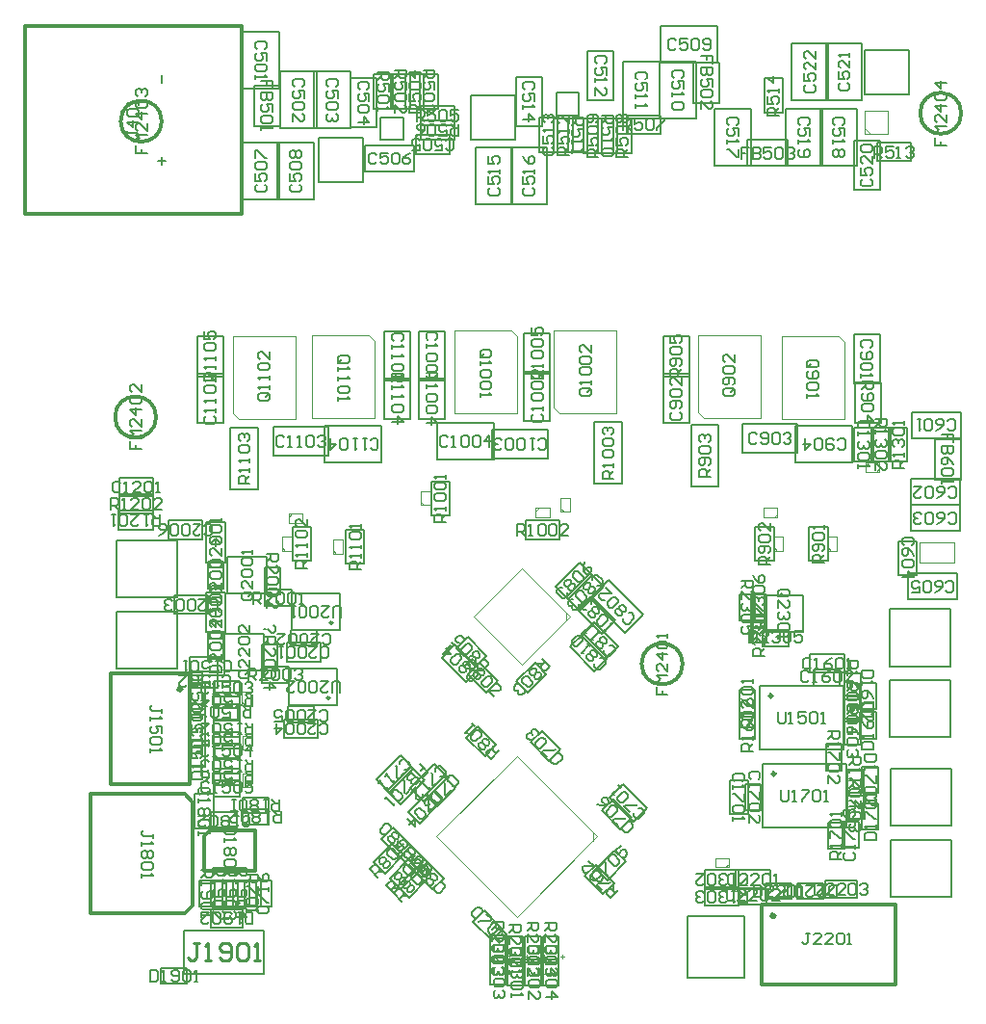
<source format=gbr>
%TF.GenerationSoftware,Altium Limited,Altium Designer,23.1.1 (15)*%
G04 Layer_Color=16711935*
%FSLAX45Y45*%
%MOMM*%
%TF.SameCoordinates,3B15BE60-5205-462F-B1BE-89E8C5D5736D*%
%TF.FilePolarity,Positive*%
%TF.FileFunction,Other,Mechanical_13*%
%TF.Part,Single*%
G01*
G75*
%TA.AperFunction,NonConductor*%
%ADD93C,0.50000*%
%ADD94C,0.20000*%
%ADD95C,0.25000*%
%ADD96C,0.10000*%
%ADD97C,0.30000*%
%ADD98C,0.17500*%
%ADD171C,0.25400*%
%ADD174C,0.15000*%
D93*
X6967754Y5500000D02*
G03*
X6967754Y5500000I-7754J0D01*
G01*
X12182754Y3505001D02*
G03*
X12182754Y3505001I-7754J0D01*
G01*
D94*
X10270000Y10740000D02*
X10470000D01*
X10270000Y10540000D02*
Y10740000D01*
Y10540000D02*
X10470000D01*
Y10740000D01*
X9514999Y10715000D02*
X9905000D01*
X9514999D02*
X9515000Y10324999D01*
X9905000D01*
Y10715000D01*
X8570000Y9957500D02*
Y10347500D01*
X8180000D02*
X8570000D01*
X8180000Y9957500D02*
Y10347500D01*
Y9957500D02*
X8570000D01*
X13210001Y4295000D02*
Y4795001D01*
X13744901Y4795000D01*
Y4295001D02*
Y4795000D01*
X13210001Y4295000D02*
X13744901Y4295001D01*
X12979999Y10727500D02*
Y11117500D01*
X13370000D01*
Y10727500D02*
Y11117500D01*
X12979999Y10727500D02*
X13370000D01*
X8725000Y10525000D02*
X8925000Y10525000D01*
Y10325000D02*
Y10525000D01*
X8725000Y10325000D02*
X8925000D01*
X8725000D02*
Y10525000D01*
X6940000Y5680000D02*
Y6180000D01*
X6405100Y5680000D02*
X6940000D01*
X6405100Y6180000D02*
X6405100Y5680000D01*
X6405100Y6180000D02*
X6940000D01*
X11425000Y3500000D02*
X11925000D01*
X11925000Y2965100D02*
X11925000Y3500000D01*
X11425000Y2965100D02*
X11925000Y2965100D01*
X11425000Y3500000D02*
X11425000Y2965100D01*
X6940000Y6805000D02*
X6940000Y6305000D01*
X6405100Y6305000D02*
X6940000Y6305000D01*
X6405100Y6305000D02*
Y6805000D01*
X6940000D01*
X13210001Y3670000D02*
Y4170000D01*
X13744901Y4170000D01*
Y3670000D02*
Y4170000D01*
X13210001Y3670000D02*
X13744901Y3670000D01*
X12439100Y6000300D02*
X12439100Y6320300D01*
X12099100Y6000300D02*
X12439100Y6000300D01*
X12099100Y6000300D02*
Y6320300D01*
X12439100Y6320300D01*
X12635000Y3660000D02*
Y3820000D01*
Y3660000D02*
X12914999D01*
Y3820000D01*
X12635000Y3820000D02*
X12914999Y3820000D01*
X7515000Y3405000D02*
Y3565000D01*
X7235000D02*
X7515000D01*
X7235000Y3405000D02*
Y3565000D01*
Y3405000D02*
X7515000D01*
X12055000Y4970000D02*
X12055000Y5530000D01*
X12795000D01*
X12055000Y4970000D02*
X12795000D01*
X12795000Y5530000D01*
X13201300Y5075000D02*
X13736200Y5075001D01*
X13736200Y5575000D02*
X13736200Y5075001D01*
X13201300Y5575001D02*
X13736200Y5575000D01*
X13201300Y5075000D02*
Y5575001D01*
Y5700000D02*
X13736200Y5700001D01*
X13736200Y6200000D02*
X13736200Y5700001D01*
X13201300Y6200001D02*
X13736200Y6200000D01*
X13201300Y5700000D02*
Y6200001D01*
X7947500Y6020000D02*
Y6340000D01*
X8367500D01*
X7947500Y6020000D02*
X8367500D01*
Y6340000D01*
X7380000Y6340000D02*
Y6660000D01*
X7720000D01*
Y6340000D02*
Y6660000D01*
X7380000Y6340000D02*
X7720000D01*
X7922500Y5360000D02*
Y5680000D01*
X8342500D01*
X7922500Y5360000D02*
X8342500D01*
Y5680000D01*
X7355000Y5665000D02*
Y5985000D01*
X7695000D01*
Y5665000D02*
Y5985000D01*
X7355000Y5665000D02*
X7695000D01*
X12082500Y4283500D02*
Y4843500D01*
X12822501D01*
X12082500Y4283500D02*
X12822501D01*
Y4843500D01*
X6800000Y10826677D02*
Y10893322D01*
X6800000Y10106678D02*
Y10173323D01*
X6766677Y10140000D02*
X6833322D01*
X6500016Y10400032D02*
Y10366710D01*
Y10383371D01*
X6583323D01*
X6599984Y10366710D01*
Y10350049D01*
X6583323Y10333387D01*
X6599984Y10483339D02*
X6500016D01*
X6550000Y10433355D01*
Y10500000D01*
X6516678Y10533323D02*
X6500016Y10549984D01*
Y10583307D01*
X6516678Y10599968D01*
X6583323D01*
X6599984Y10583307D01*
Y10549984D01*
X6583323Y10533323D01*
X6516678D01*
X6599984Y10633291D02*
Y10666613D01*
Y10649952D01*
X6500016D01*
X6516678Y10633291D01*
X13600015Y10343403D02*
Y10276758D01*
X13650000D01*
Y10310081D01*
Y10276758D01*
X13699985D01*
Y10376726D02*
X13600015D01*
X13633337Y10410049D01*
X13600015Y10443371D01*
X13699985D01*
Y10543339D02*
Y10476694D01*
X13633337Y10543339D01*
X13616676D01*
X13600015Y10526678D01*
Y10493355D01*
X13616676Y10476694D01*
X13699985Y10626645D02*
X13600015D01*
X13650000Y10576662D01*
Y10643307D01*
X13616676Y10676629D02*
X13600015Y10693291D01*
Y10726613D01*
X13616676Y10743274D01*
X13683322D01*
X13699985Y10726613D01*
Y10693291D01*
X13683322Y10676629D01*
X13616676D01*
X13699985Y10826581D02*
X13600015D01*
X13650000Y10776597D01*
Y10843242D01*
X6570016Y10273403D02*
Y10206758D01*
X6619999D01*
Y10240081D01*
Y10206758D01*
X6669983D01*
Y10306726D02*
X6570016D01*
X6603338Y10340048D01*
X6570016Y10373371D01*
X6669983D01*
Y10473339D02*
Y10406694D01*
X6603338Y10473339D01*
X6586677D01*
X6570016Y10456678D01*
Y10423355D01*
X6586677Y10406694D01*
X6669983Y10556645D02*
X6570016D01*
X6619999Y10506661D01*
Y10573307D01*
X6586677Y10606629D02*
X6570016Y10623291D01*
Y10656613D01*
X6586677Y10673274D01*
X6653322D01*
X6669983Y10656613D01*
Y10623291D01*
X6653322Y10606629D01*
X6586677D01*
Y10706597D02*
X6570016Y10723258D01*
Y10756581D01*
X6586677Y10773242D01*
X6603338D01*
X6619999Y10756581D01*
Y10739920D01*
Y10756581D01*
X6636661Y10773242D01*
X6653322D01*
X6669983Y10756581D01*
Y10723258D01*
X6653322Y10706597D01*
X6520016Y7673403D02*
Y7606758D01*
X6570000D01*
Y7640080D01*
Y7606758D01*
X6619984D01*
Y7706726D02*
X6520016D01*
X6553339Y7740048D01*
X6520016Y7773371D01*
X6619984D01*
Y7873338D02*
Y7806693D01*
X6553339Y7873338D01*
X6536677D01*
X6520016Y7856677D01*
Y7823355D01*
X6536677Y7806693D01*
X6619984Y7956645D02*
X6520016D01*
X6570000Y7906661D01*
Y7973306D01*
X6536677Y8006629D02*
X6520016Y8023290D01*
Y8056613D01*
X6536677Y8073274D01*
X6603322D01*
X6619984Y8056613D01*
Y8023290D01*
X6603322Y8006629D01*
X6536677D01*
X6619984Y8173242D02*
Y8106597D01*
X6553339Y8173242D01*
X6536677D01*
X6520016Y8156581D01*
Y8123258D01*
X6536677Y8106597D01*
X11150016Y5520064D02*
Y5453419D01*
X11200000D01*
Y5486742D01*
Y5453419D01*
X11249984D01*
Y5553387D02*
X11150016D01*
X11183339Y5586710D01*
X11150016Y5620032D01*
X11249984D01*
Y5720000D02*
Y5653355D01*
X11183339Y5720000D01*
X11166677D01*
X11150016Y5703339D01*
Y5670016D01*
X11166677Y5653355D01*
X11249984Y5803307D02*
X11150016D01*
X11200000Y5753323D01*
Y5819968D01*
X11166677Y5853291D02*
X11150016Y5869952D01*
Y5903274D01*
X11166677Y5919936D01*
X11233322D01*
X11249984Y5903274D01*
Y5869952D01*
X11233322Y5853291D01*
X11166677D01*
X11249984Y5953258D02*
Y5986581D01*
Y5969920D01*
X11150016D01*
X11166677Y5953258D01*
D95*
X12679992Y3610000D02*
G03*
X12679992Y3610000I-4992J0D01*
G01*
X7479992Y3615000D02*
G03*
X7479992Y3615000I-4992J0D01*
G01*
X8302500Y6082500D02*
G03*
X8302500Y6082500I-12500J0D01*
G01*
X8277500Y5422500D02*
G03*
X8277500Y5422500I-12500J0D01*
G01*
D96*
X10358345Y6103015D02*
Y6173726D01*
X9969437Y6562635D02*
X10393700Y6138371D01*
X9545173D02*
X9969437Y6562635D01*
X9545173Y6138371D02*
X9969437Y5714107D01*
X10393700Y6138371D01*
X9922241Y3495146D02*
X10629348Y4202253D01*
X9215134D02*
X9922241Y3495146D01*
X9215134Y4202253D02*
X9922241Y4909360D01*
X10629348Y4202253D01*
X10593993Y4166898D02*
Y4237608D01*
X13462500Y6787500D02*
X13767500D01*
X13462500Y6612500D02*
X13767500D01*
Y6787500D01*
X13462500Y6612500D02*
X13462500Y6787500D01*
X8675000Y7880000D02*
Y8555000D01*
X8625001Y8605000D02*
X8675000Y8555000D01*
X8125001Y8605000D02*
X8625001D01*
X8125001Y7880000D02*
Y8605000D01*
Y7880000D02*
X8675000D01*
X13082500Y7410000D02*
X13110001Y7437500D01*
Y7410000D02*
Y7490000D01*
X12989999D02*
X13110001D01*
X12989999Y7410000D02*
Y7490000D01*
Y7410000D02*
X13110001D01*
X11513500Y7931000D02*
Y8606000D01*
Y7931000D02*
X11563500Y7881000D01*
X12063500Y7881000D01*
Y8606000D01*
X11513500Y8606000D02*
X12063500Y8606000D01*
X12800000Y7875000D02*
Y8550000D01*
X12750000Y8600000D02*
X12800000Y8550000D01*
X12250000Y8600000D02*
X12750000D01*
X12250000Y7875000D02*
Y8600000D01*
Y7875000D02*
X12800000D01*
X10250000Y7975000D02*
Y8650000D01*
Y7975000D02*
X10300000Y7925000D01*
X10800000D01*
Y8650000D01*
X10250000D02*
X10800000D01*
X7424972Y7924987D02*
Y8599987D01*
Y7924987D02*
X7474972Y7874987D01*
X7974972D01*
Y8599987D01*
X7424972D02*
X7974972D01*
X9925000Y7925000D02*
Y8600001D01*
X9875000Y8650000D02*
X9925000Y8600001D01*
X9375000Y8650000D02*
X9875000D01*
X9375000Y7925000D02*
Y8650000D01*
Y7925000D02*
X9925000D01*
X8310000Y6690000D02*
Y6810000D01*
X8390000D01*
Y6690000D02*
Y6810000D01*
X8310000Y6690000D02*
X8390000D01*
X8310000Y6717500D02*
X8337500Y6690000D01*
X7915000Y7012501D02*
X7942500Y7040000D01*
X7915000Y6960001D02*
Y7040000D01*
Y6960001D02*
X8035000D01*
Y7040000D01*
X7915000D02*
X8035000D01*
X7860000Y6742500D02*
X7887500Y6715001D01*
X7860000D02*
X7940000D01*
Y6835000D01*
X7860000D02*
X7940000D01*
X7860000Y6715001D02*
Y6835000D01*
X9080000Y7147500D02*
X9107500Y7120000D01*
X9080000D02*
X9160000D01*
Y7240000D01*
X9080000D02*
X9160000D01*
X9080000Y7120000D02*
Y7240000D01*
X10310000Y7087500D02*
X10337500Y7060000D01*
X10310000D02*
X10390000D01*
Y7180000D01*
X10310000D02*
X10390000D01*
X10310000Y7060000D02*
Y7180000D01*
X10090000Y7062500D02*
X10117500Y7090000D01*
X10090000Y7010000D02*
Y7090000D01*
Y7010000D02*
X10210000D01*
Y7090000D01*
X10090000D02*
X10210000D01*
X12182500Y7010000D02*
X12210000Y7037500D01*
Y7010000D02*
Y7090000D01*
X12090000D02*
X12210000D01*
X12090000Y7010000D02*
Y7090000D01*
Y7010000D02*
X12210000D01*
X12660000Y6742500D02*
X12687500Y6715000D01*
X12660000D02*
X12740000D01*
Y6835000D01*
X12660000D02*
X12740000D01*
X12660000Y6715000D02*
Y6835000D01*
X12185000Y6742500D02*
X12212500Y6715000D01*
X12185000D02*
X12265000D01*
Y6835000D01*
X12185000D02*
X12265000D01*
X12185000Y6715000D02*
Y6835000D01*
X12982500Y10430000D02*
X13032500Y10380000D01*
X12982500D02*
X13182500D01*
Y10580000D01*
X12982500D02*
X13182500D01*
X12982500Y10380000D02*
Y10580000D01*
X11665000Y3935000D02*
X11785000D01*
X11665000D02*
Y4015000D01*
X11785000D01*
Y3935000D02*
Y4015000D01*
X11757500Y3935000D02*
X11785000Y3962500D01*
X7590000Y4640000D02*
Y4760000D01*
X7510000Y4640000D02*
X7590000D01*
X7510000D02*
Y4760000D01*
X7590000D01*
X7562500D02*
X7590000Y4732500D01*
X7590000Y4965000D02*
Y5085000D01*
X7510000Y4965000D02*
X7590000D01*
X7510000D02*
Y5085000D01*
X7590000D01*
X7562500D02*
X7590000Y5057500D01*
X7500000Y5360000D02*
Y5480000D01*
X7580000D01*
Y5360000D02*
Y5480000D01*
X7500000Y5360000D02*
X7580000D01*
X7500000Y5387500D02*
X7527500Y5360000D01*
X10320000Y3166661D02*
Y3133338D01*
X10336661Y3150000D02*
X10303339D01*
X12043339Y6045000D02*
X12076661D01*
X12060000Y6061661D02*
Y6028338D01*
X10010000Y3166661D02*
Y3133339D01*
X10026662Y3150000D02*
X9993339D01*
X9855000Y3176661D02*
Y3143339D01*
X9871662Y3160000D02*
X9838339D01*
X10165000Y3166661D02*
Y3133339D01*
X10181662Y3150000D02*
X10148339D01*
D97*
X13830276Y10560000D02*
G03*
X13830276Y10560000I-180278J0D01*
G01*
X6800277Y10490000D02*
G03*
X6800277Y10490000I-180278J0D01*
G01*
X6750278Y7890000D02*
G03*
X6750278Y7890000I-180278J0D01*
G01*
X11380277Y5720000D02*
G03*
X11380277Y5720000I-180278J0D01*
G01*
X12166971Y5440000D02*
G03*
X12166971Y5440000I-11971J0D01*
G01*
X12194471Y4753500D02*
G03*
X12194471Y4753500I-11971J0D01*
G01*
X6350000Y5640000D02*
X7050000Y5640000D01*
Y4660000D02*
Y5640000D01*
X6350000Y4660000D02*
X7050000Y4660000D01*
X6350000Y5640000D02*
X6350000Y4660000D01*
X12075000Y2905000D02*
X12075000Y3605000D01*
X13250000Y3605000D01*
Y2905001D02*
Y3605000D01*
X12075000Y2905000D02*
X13250000Y2905001D01*
X7500000Y9675000D02*
Y11325000D01*
X5600000D02*
X7500000D01*
X5600000Y9675000D02*
Y11325000D01*
Y9675000D02*
X7500000D01*
X6175000Y3525000D02*
X7000000D01*
X7075000Y3600000D01*
X7075000Y4500000D02*
X7075000Y3600000D01*
X7000000Y4575000D02*
X7075000Y4500000D01*
X6950000Y4575000D02*
X7000000D01*
X6175000Y3525000D02*
Y4575000D01*
X6950000D01*
X7175000Y3905000D02*
Y4205000D01*
X7225000Y4255000D01*
X7400000Y4255000D01*
X7175000Y3905000D02*
X7625000D01*
Y4255000D01*
X7400000Y4255000D02*
X7625000Y4255000D01*
D98*
X7835000Y11275000D02*
X7835000Y10775000D01*
X7515000D02*
X7835000D01*
X7515000D02*
X7515000Y11275000D01*
X7835000D01*
X13595700Y7342200D02*
Y7697800D01*
Y7342200D02*
X13824300D01*
Y7697800D01*
X13595700D02*
X13824300D01*
X13815900Y7115700D02*
Y7344300D01*
X13384100Y7115700D02*
X13815900D01*
X13384100D02*
Y7344300D01*
X13815900D01*
X13825900Y7705700D02*
Y7934300D01*
X13394099Y7705700D02*
X13825900D01*
X13394099D02*
Y7934300D01*
X13825900D01*
X10932500Y10510000D02*
X10932500Y10210000D01*
X10767500Y10510000D02*
X10932500Y10510000D01*
X10767500Y10210000D02*
Y10510000D01*
Y10210000D02*
X10932500D01*
X10889999Y10377500D02*
X11190000D01*
Y10542500D01*
X10890000D02*
X11190000D01*
X10889999Y10377500D02*
X10890000Y10542500D01*
X9915700Y10875900D02*
X10144300D01*
X10144300Y10444100D02*
X10144300Y10875900D01*
X9915699Y10444100D02*
X10144300D01*
X9915699D02*
X9915700Y10875900D01*
X10117500Y10220000D02*
X10282500D01*
X10117500Y10520000D02*
X10117500Y10220000D01*
X10117500Y10520000D02*
X10282500D01*
X10282500Y10220000D02*
X10282500Y10520000D01*
X9870000Y9760000D02*
X9870000Y10260000D01*
X10190000Y10260000D01*
X10190000Y9760000D02*
X10190000Y10260000D01*
X9870000Y9760000D02*
X10190000D01*
X9560000Y9760000D02*
Y10260000D01*
X9880000Y10260000D01*
X9880000Y9760000D02*
X9880000Y10260000D01*
X9560000Y9760000D02*
X9880000D01*
X8817500Y10600000D02*
Y10900000D01*
Y10600000D02*
X8982500D01*
Y10900000D01*
X8817500D02*
X8982500D01*
X8667500Y10600000D02*
Y10900000D01*
Y10600000D02*
X8832500D01*
Y10900000D01*
X8667500D02*
X8832500D01*
X8589100Y10048200D02*
Y10276800D01*
X9020900D01*
Y10048200D02*
Y10276800D01*
X8589100Y10048200D02*
X9020900D01*
X9335000Y10202500D02*
Y10367500D01*
X9035000Y10202500D02*
X9335000D01*
X9035000D02*
Y10367500D01*
X9335000D01*
X9075000Y10492500D02*
X9375000D01*
X9075000Y10327500D02*
Y10492500D01*
Y10327500D02*
X9375000D01*
Y10492500D01*
X9075000Y10457500D02*
X9375000D01*
Y10622500D01*
X9075000D02*
X9375000D01*
X9075000Y10457500D02*
Y10622500D01*
X9067500Y10900000D02*
X9067500Y10600000D01*
X9232500D01*
X9232500Y10900000D01*
X9067500D02*
X9232500D01*
X9107500Y10600000D02*
Y10900000D01*
X8942500D02*
X9107500D01*
X8942500Y10600000D02*
Y10900000D01*
Y10600000D02*
X9107500D01*
X7405000Y7255000D02*
X7645000D01*
X7405000D02*
Y7795000D01*
X7645000D01*
Y7255000D02*
Y7795000D01*
X10150000Y2895000D02*
Y3125000D01*
Y2895000D02*
X10290000D01*
Y3125000D01*
X10150000D02*
X10290000D01*
X6795000Y2910000D02*
X7025000D01*
Y3050000D01*
X6795000D02*
X7025000D01*
X6795000Y2910000D02*
Y3050000D01*
X6425000Y7192500D02*
Y7357500D01*
X6725000D01*
Y7192500D02*
Y7357500D01*
X6425000Y7192500D02*
X6725000D01*
X6425000Y7042500D02*
X6725000D01*
Y7207500D01*
X6425000D02*
X6725000D01*
X6425000Y7042500D02*
Y7207500D01*
X6422800Y7067499D02*
X6722800D01*
X6422800D02*
X6422800Y6902500D01*
X6722800D01*
X6722800Y7067499D01*
X6910000Y6322500D02*
X7210000Y6322500D01*
X6910000Y6157500D02*
Y6322500D01*
Y6157500D02*
X7210001D01*
X7210000Y6322500D02*
X7210001Y6157500D01*
X6860000Y6982500D02*
X7160000D01*
X6860000Y6817500D02*
Y6982500D01*
Y6817500D02*
X7160000D01*
Y6982500D01*
X7180000Y4815000D02*
Y5045000D01*
X7040000D02*
X7180000D01*
X7040000Y4815000D02*
Y5045000D01*
Y4815000D02*
X7180000D01*
Y5045000D02*
Y5275000D01*
X7040000D02*
X7180000D01*
X7040000Y5045000D02*
Y5275000D01*
Y5045000D02*
X7180000D01*
X7040000Y5325000D02*
Y5555000D01*
Y5325000D02*
X7180000D01*
Y5555000D01*
X7040000D02*
X7180000D01*
X12960001Y4585000D02*
Y4815000D01*
Y4585000D02*
X13100000D01*
Y4815000D01*
X12960001D02*
X13100000D01*
Y4265000D02*
Y4495000D01*
X12960001D02*
X13100000D01*
X12960001Y4265000D02*
Y4495000D01*
Y4265000D02*
X13100000D01*
X13080000Y5065000D02*
Y5295000D01*
X12939999D02*
X13080000D01*
X12939999Y5065000D02*
Y5295000D01*
Y5065000D02*
X13080000D01*
X12939999Y5325000D02*
Y5555000D01*
Y5325000D02*
X13080000D01*
Y5555000D01*
X12939999D02*
X13080000D01*
X13384100Y7114300D02*
X13815900D01*
X13384100Y6885700D02*
Y7114300D01*
Y6885700D02*
X13815900D01*
Y7114300D01*
X13364101Y6514300D02*
X13795900D01*
X13364101Y6285700D02*
Y6514300D01*
Y6285700D02*
X13795900D01*
Y6514300D01*
X13277499Y6500000D02*
Y6800000D01*
Y6500000D02*
X13442500D01*
Y6800000D01*
X13277499D02*
X13442500D01*
X12590000Y10600000D02*
X12910001D01*
X12590000D02*
X12590000Y10100000D01*
X12910001D01*
X12910001Y10600000D01*
X11695000Y7280000D02*
Y7820000D01*
X11455000D02*
X11695000D01*
X11455000Y7280000D02*
Y7820000D01*
Y7280000D02*
X11695000D01*
X7275000Y6821000D02*
X7305000Y6791000D01*
X7245000D02*
X7275000Y6821000D01*
Y6753500D02*
Y6821000D01*
X7190000Y6613500D02*
X7360000D01*
X7190000D02*
Y6963500D01*
X7360000D01*
Y6613500D02*
Y6963500D01*
X8735000Y7490001D02*
Y7810000D01*
X8235000Y7810000D02*
X8735000Y7810000D01*
X8235000Y7490000D02*
Y7810000D01*
Y7490000D02*
X8735000Y7490001D01*
X7782500Y7552500D02*
Y7807500D01*
X8267500D01*
Y7552500D02*
Y7807500D01*
X7782500Y7552500D02*
X8267500D01*
X12875000Y7490000D02*
Y7810000D01*
X12375000D02*
X12875000D01*
X12375000Y7490000D02*
Y7810000D01*
Y7490000D02*
X12875000D01*
X12892500Y7800000D02*
X13057501D01*
Y7500000D02*
Y7800000D01*
X12892500Y7500000D02*
X13057501D01*
X12892500D02*
Y7800000D01*
X12895700Y7842200D02*
Y8197800D01*
Y7842200D02*
X13124300D01*
Y8197800D01*
X12895700D02*
X13124300D01*
X12885699Y8615900D02*
X13114301D01*
Y8184100D02*
Y8615900D01*
X12885699Y8184100D02*
X13114301D01*
X12885699D02*
Y8615900D01*
X11907500Y7572500D02*
Y7827500D01*
X12392500D01*
Y7572500D02*
Y7827500D01*
X11907500Y7572500D02*
X12392500D01*
X11439300Y8247200D02*
Y8602800D01*
X11210700D02*
X11439300D01*
X11210700Y8247200D02*
Y8602800D01*
Y8247200D02*
X11439300D01*
Y7834100D02*
Y8265900D01*
X11210700D02*
X11439300D01*
X11210700Y7834100D02*
Y8265900D01*
Y7834100D02*
X11439300D01*
X10845000Y7305000D02*
Y7845000D01*
X10605000D02*
X10845000D01*
X10605000Y7305000D02*
Y7845000D01*
Y7305000D02*
X10845000D01*
X9225000Y7515000D02*
Y7835000D01*
Y7515000D02*
X9725000D01*
Y7835000D01*
X9225000D02*
X9725000D01*
X10214300Y7859100D02*
Y8290900D01*
X9985700D02*
X10214300D01*
X9985700Y7859100D02*
Y8290900D01*
Y7859100D02*
X10214300D01*
X10192500Y7522500D02*
Y7777500D01*
X9707501Y7522500D02*
X10192500D01*
X9707501D02*
Y7777500D01*
X10192500D01*
X8760700Y8209100D02*
Y8640900D01*
Y8209100D02*
X8989300D01*
Y8640900D01*
X8760700D02*
X8989300D01*
X9060700Y8209100D02*
Y8640900D01*
Y8209100D02*
X9289300D01*
Y8640900D01*
X9060700D02*
X9289300D01*
X8760700Y7872200D02*
Y8227800D01*
Y7872200D02*
X8989300D01*
Y8227800D01*
X8760700D02*
X8989300D01*
X9060700Y7872200D02*
Y8227800D01*
Y7872200D02*
X9289300D01*
Y8227800D01*
X9060700D02*
X9289300D01*
X10214300Y8272200D02*
Y8627800D01*
X9985700D02*
X10214300D01*
X9985700Y8272200D02*
Y8627800D01*
Y8272200D02*
X10214300D01*
X8582500Y6600000D02*
Y6900000D01*
X8417500D02*
X8582500D01*
X8417500Y6600000D02*
Y6900000D01*
Y6600000D02*
X8582500D01*
X8114300Y6627401D02*
Y6927400D01*
X7949300D02*
X8114300D01*
X7949300Y6627401D02*
Y6927400D01*
Y6627401D02*
X8114300D01*
X7339300Y8247200D02*
Y8602800D01*
X7110700D02*
X7339300D01*
X7110700Y8247200D02*
Y8602800D01*
Y8247200D02*
X7339300D01*
Y7834100D02*
Y8265900D01*
X7110700D02*
X7339300D01*
X7110700Y7834100D02*
Y8265900D01*
Y7834100D02*
X7339300D01*
X13357501Y7500000D02*
Y7800000D01*
X13192500D02*
X13357501D01*
X13192500Y7500000D02*
Y7800000D01*
Y7500000D02*
X13357501D01*
X13042500D02*
Y7800000D01*
Y7500000D02*
X13207501D01*
Y7800000D01*
X13042500D02*
X13207501D01*
X9332500Y7025000D02*
Y7325000D01*
X9167500D02*
X9332500D01*
X9167500Y7025000D02*
Y7325000D01*
Y7025000D02*
X9332500D01*
X10000000Y6817500D02*
X10300000D01*
Y6982500D01*
X10000000D02*
X10300000D01*
X10000000Y6817500D02*
Y6982500D01*
X12492501Y6625000D02*
X12657500D01*
X12492501D02*
Y6925000D01*
X12657500D01*
Y6625000D02*
Y6925000D01*
X12182500Y6625000D02*
Y6925000D01*
X12017500D02*
X12182500D01*
X12017500Y6625000D02*
Y6925000D01*
Y6625000D02*
X12182500D01*
X10854999Y11015000D02*
X11174999D01*
X10854999D02*
X10855000Y10515000D01*
X11174999D01*
X11174999Y11015000D01*
X11180000Y11015000D02*
X11499999Y11015000D01*
X11180000Y10515000D02*
Y11015000D01*
Y10515000D02*
X11499999Y10515000D01*
X11499999Y11015000D01*
X11190000Y11005000D02*
Y11325000D01*
Y11005000D02*
X11690000D01*
Y11325000D01*
X11190000D02*
X11690000D01*
X11475700Y11007800D02*
X11704300D01*
X11704300Y10652200D01*
X11475700Y10652200D02*
X11704300Y10652200D01*
X11475700Y11007800D02*
X11475700Y10652200D01*
X12290000Y10600000D02*
X12610000D01*
X12290000D02*
X12290000Y10100000D01*
X12610000D01*
X12610000Y10600000D01*
X10377501Y10515001D02*
X10542500Y10515000D01*
X10542500Y10215000D01*
X10377500D02*
X10542500D01*
X10377500D02*
X10377501Y10515001D01*
X10507500Y10210000D02*
X10672500D01*
X10507500D02*
Y10510000D01*
X10672500D01*
Y10210000D02*
Y10510000D01*
X10247500Y10215000D02*
X10412500D01*
X10247500Y10515000D02*
X10247500Y10215000D01*
X10247500Y10515000D02*
X10412500D01*
X10412500Y10215000D02*
X10412500Y10515000D01*
X12097500Y10565000D02*
X12262500D01*
X12097500D02*
Y10865000D01*
X12262500D01*
Y10565000D02*
Y10865000D01*
X12640000Y10675000D02*
X12959999D01*
Y11175000D01*
X12640000D02*
X12959999D01*
X12640000Y10675000D02*
Y11175000D01*
X12340000Y10675000D02*
X12660000D01*
Y11175000D01*
X12340000D02*
X12660000D01*
X12340000Y10675000D02*
Y11175000D01*
X10637500Y10510000D02*
X10802500D01*
Y10209999D02*
Y10510000D01*
X10637500Y10209999D02*
X10802500Y10209999D01*
X10637500Y10209999D02*
Y10510000D01*
X10545700Y10674100D02*
Y11105900D01*
Y10674100D02*
X10774300D01*
X10774300Y11105900D01*
X10545700Y11105900D02*
X10774300Y11105900D01*
X11952200Y10095700D02*
Y10324300D01*
X12307800D01*
Y10095700D02*
Y10324300D01*
X11952200Y10095700D02*
X12307800D01*
X11660000Y10600000D02*
X11980000D01*
X11660000D02*
X11660000Y10100000D01*
X11980000D01*
X11980000Y10600000D01*
X13114301Y9884100D02*
Y10315900D01*
X12885699D02*
X13114301D01*
X12885699Y9884100D02*
Y10315900D01*
Y9884100D02*
X13114301D01*
X13089999Y10137500D02*
Y10302500D01*
X13389999D01*
Y10137500D02*
Y10302500D01*
X13089999Y10137500D02*
X13389999D01*
X8460700Y10434100D02*
Y10865900D01*
Y10434100D02*
X8689300D01*
Y10865900D01*
X8460700D02*
X8689300D01*
X8140000Y10925000D02*
X8460000D01*
X8140000Y10425000D02*
Y10925000D01*
Y10425000D02*
X8460000D01*
Y10925000D01*
X7515000Y9800000D02*
X7835000D01*
Y10300000D01*
X7515000D02*
X7835000D01*
X7515000Y9800000D02*
Y10300000D01*
X7815000Y9800000D02*
X8135000D01*
Y10300000D01*
X7815000D02*
X8135000D01*
X7815000Y9800000D02*
Y10300000D01*
X7610700Y10802800D02*
X7839300D01*
Y10447200D02*
Y10802800D01*
X7610700Y10447200D02*
X7839300D01*
X7610700D02*
Y10802800D01*
X7840000Y10925000D02*
X8159999D01*
X7840000Y10425000D02*
Y10925000D01*
Y10425000D02*
X8159999D01*
Y10925000D01*
X7350000Y5617500D02*
Y5782500D01*
X7050000Y5617500D02*
X7350000Y5617500D01*
X7050000Y5617500D02*
Y5782500D01*
X7350000Y5782500D01*
X7295000Y5510000D02*
X7295000Y5650000D01*
X7065000Y5510000D02*
X7295000D01*
X7065000D02*
X7065000Y5650000D01*
X7295000D01*
X9840000Y2895001D02*
Y3125001D01*
Y2895001D02*
X9980000Y2895001D01*
X9980001Y3125001D01*
X9840000D02*
X9980001D01*
X9995000Y3095000D02*
Y3325001D01*
Y3095000D02*
X10135000D01*
Y3325001D01*
X9995000D02*
X10135000D01*
X12120000Y5905000D02*
Y6135000D01*
X11980000D02*
X12120000D01*
X11980000Y5905000D02*
Y6135000D01*
Y5905000D02*
X12120000D01*
X9840000Y3095000D02*
Y3325000D01*
Y3095000D02*
X9980000D01*
Y3325000D01*
X9840000D02*
X9980000D01*
X7910000Y5345000D02*
X8140000D01*
X7910000Y5205000D02*
Y5345000D01*
Y5205000D02*
X8140000D01*
Y5345000D01*
X7130000Y3815000D02*
X7270000D01*
Y3585000D02*
Y3815000D01*
X7130000Y3585000D02*
X7270000D01*
X7130000D02*
Y3815000D01*
X7230000D02*
X7370000D01*
Y3585000D02*
Y3815000D01*
X7230000Y3585000D02*
X7370000D01*
X7230000D02*
Y3815000D01*
X7330000D02*
X7470000D01*
Y3585000D02*
Y3815000D01*
X7330000Y3585000D02*
X7470000D01*
X7330000D02*
Y3815000D01*
X7430000D02*
X7570000D01*
Y3585000D02*
Y3815000D01*
X7430000Y3585000D02*
X7570000D01*
X7430000D02*
Y3815000D01*
X7490000Y5230000D02*
Y5370000D01*
X7260000Y5230000D02*
X7490000D01*
X7260000D02*
Y5370000D01*
X7490000D01*
Y5080000D02*
Y5220000D01*
X7260000Y5080000D02*
X7490000D01*
X7260000D02*
Y5220000D01*
X7490000D01*
Y4755000D02*
Y4895000D01*
X7260000Y4755000D02*
X7490000D01*
X7260000D02*
Y4895000D01*
X7490000D01*
X12830000Y4360000D02*
Y4590000D01*
Y4360000D02*
X12970000D01*
Y4590000D01*
X12830000D02*
X12970000D01*
X6998000Y2996500D02*
X6998000Y3376500D01*
X6998000Y2996500D02*
X7698000D01*
X7698000Y3376500D02*
X7698000Y2996500D01*
X6998000Y3376500D02*
X7698000D01*
X10377270Y6285598D02*
X10589402Y6497729D01*
X10472729Y6614402D02*
X10589402Y6497729D01*
X10260597Y6402270D02*
X10472729Y6614402D01*
X10260597Y6402270D02*
X10377270Y6285598D01*
X10600762Y5657565D02*
X10717435Y5774237D01*
X10388630Y5869697D02*
X10600762Y5657565D01*
X10388630Y5869697D02*
X10505303Y5986369D01*
X10717435Y5774237D01*
X10697729Y5760598D02*
X10814402Y5877270D01*
X10485597Y5972730D02*
X10697729Y5760598D01*
X10485597Y5972730D02*
X10602269Y6089402D01*
X10814402Y5877270D01*
X9493180Y5955815D02*
X9655815Y5793180D01*
X9394185Y5856820D02*
X9493180Y5955815D01*
X9394185Y5856820D02*
X9556820Y5694185D01*
X9655815Y5793180D01*
X9472730Y5560598D02*
X9589402Y5677270D01*
X9260598Y5772730D02*
X9472730Y5560598D01*
X9260598Y5772730D02*
X9377270Y5889402D01*
X9589402Y5677270D01*
X10460598Y6197729D02*
X10577270Y6314402D01*
X10789402Y6102270D01*
X10672729Y5985597D02*
X10789402Y6102270D01*
X10460598Y6197729D02*
X10672729Y5985597D01*
X10572729Y6514402D02*
X10689402Y6397729D01*
X10477270Y6185597D02*
X10689402Y6397729D01*
X10360598Y6302270D02*
X10477270Y6185597D01*
X10360598Y6302270D02*
X10572729Y6514402D01*
X10871842Y5991513D02*
X11033486Y6153158D01*
X10566513Y6296842D02*
X10871842Y5991513D01*
X10566513Y6296842D02*
X10728158Y6458486D01*
X11033486Y6153158D01*
X10718180Y3819185D02*
X10880815Y3981820D01*
X10781820Y4080815D02*
X10880815Y3981820D01*
X10619185Y3918180D02*
X10781820Y4080815D01*
X10619185Y3918180D02*
X10718180Y3819185D01*
X8969185Y4418180D02*
X9131820Y4580815D01*
X8969185Y4418180D02*
X9068180Y4319185D01*
X9230815Y4481820D01*
X9131820Y4580815D02*
X9230815Y4481820D01*
X10768180Y4530815D02*
X10930815Y4368180D01*
X10669185Y4431820D02*
X10768180Y4530815D01*
X10669185Y4431820D02*
X10831820Y4269185D01*
X10930815Y4368180D01*
X9578180Y5170815D02*
X9740815Y5008180D01*
X9479185Y5071820D02*
X9578180Y5170815D01*
X9479185Y5071820D02*
X9641820Y4909185D01*
X9740815Y5008180D01*
X9119185Y4568180D02*
X9281820Y4730816D01*
X9119185Y4568180D02*
X9218180Y4469185D01*
X9380815Y4631820D01*
X9281820Y4730816D02*
X9380815Y4631820D01*
X9539185Y3451820D02*
X9701820Y3289185D01*
X9800815Y3388180D01*
X9638180Y3550815D02*
X9800815Y3388180D01*
X9539185Y3451820D02*
X9638180Y3550815D01*
X8761809Y3879540D02*
X8924444Y4042175D01*
X8825449Y4141170D02*
X8924444Y4042175D01*
X8662814Y3978535D02*
X8825449Y4141170D01*
X8662814Y3978535D02*
X8761809Y3879540D01*
X8733525Y4183597D02*
X8896159Y4020962D01*
X8995155Y4119957D01*
X8832520Y4282592D02*
X8995155Y4119957D01*
X8733525Y4183597D02*
X8832520Y4282592D01*
X8973941Y3667409D02*
X9136576Y3830043D01*
X9037581Y3929038D02*
X9136576Y3830043D01*
X8874946Y3766404D02*
X9037581Y3929038D01*
X8874946Y3766404D02*
X8973941Y3667409D01*
X9115363Y3999749D02*
X9277997Y3837114D01*
X9016368Y3900754D02*
X9115363Y3999749D01*
X9016368Y3900754D02*
X9179002Y3738119D01*
X9277997Y3837114D01*
X8903230Y3738119D02*
X9065865Y3900754D01*
X8966870Y3999749D02*
X9065865Y3900754D01*
X8804235Y3837114D02*
X8966870Y3999749D01*
X8804235Y3837114D02*
X8903230Y3738119D01*
X8874946Y4042176D02*
X9037581Y3879541D01*
X9136576Y3978536D01*
X8973941Y4141171D02*
X9136576Y3978536D01*
X8874946Y4042176D02*
X8973941Y4141171D01*
X10143180Y5130815D02*
X10305815Y4968180D01*
X10044185Y5031820D02*
X10143180Y5130815D01*
X10044185Y5031820D02*
X10206820Y4869185D01*
X10305815Y4968180D01*
X9919185Y5568180D02*
X10081820Y5730815D01*
X9919185Y5568180D02*
X10018180Y5469185D01*
X10180815Y5631820D01*
X10081820Y5730815D02*
X10180815Y5631820D01*
X9494185D02*
X9656820Y5469185D01*
X9755815Y5568180D01*
X9593180Y5730815D02*
X9755815Y5568180D01*
X9494185Y5631820D02*
X9593180Y5730815D01*
X9197730Y4839402D02*
X9314403Y4722729D01*
X9102270Y4510598D02*
X9314403Y4722729D01*
X8985598Y4627270D02*
X9102270Y4510598D01*
X8985598Y4627270D02*
X9197730Y4839402D01*
X8785598Y4602270D02*
X8997730Y4814402D01*
X8785598Y4602270D02*
X8902270Y4485598D01*
X9114402Y4697730D01*
X8997730Y4814402D02*
X9114402Y4697730D01*
X12120000Y6105000D02*
Y6335000D01*
X11980000D02*
X12120000D01*
X11980000Y6105000D02*
Y6335000D01*
Y6105000D02*
X12120000D01*
X12084999Y6015000D02*
X12085000Y5875000D01*
X12084999Y6015000D02*
X12315000Y6015000D01*
Y5875000D02*
Y6015000D01*
X12085000Y5875000D02*
X12315000D01*
X9995000Y3125001D02*
X10135000D01*
Y2895000D02*
Y3125001D01*
X9995000Y2895000D02*
X10135000D01*
X9995000D02*
Y3125001D01*
X9685000Y3335001D02*
X9825000D01*
Y3105000D02*
Y3335001D01*
X9685000Y3105000D02*
X9825000Y3105000D01*
X9685000Y3105000D02*
X9685000Y3335001D01*
X9685000Y2905001D02*
Y3135001D01*
Y2905001D02*
X9825000D01*
X9825000Y3135001D02*
X9825000Y2905001D01*
X9685000Y3135001D02*
X9825000D01*
X11880000Y6335000D02*
X12020000D01*
Y6105000D02*
Y6335000D01*
X11880000Y6105000D02*
X12020000D01*
X11880000D02*
Y6335000D01*
X10150000Y3325000D02*
X10290000D01*
Y3095000D02*
Y3325000D01*
X10150000Y3095000D02*
X10290000D01*
X10150000D02*
Y3325000D01*
X11885000Y3605000D02*
Y3745000D01*
X12115000D01*
Y3605000D02*
Y3745000D01*
X11885000Y3605000D02*
X12115000D01*
X11850000Y3742500D02*
X12150000D01*
X12150000Y3907499D01*
X11850000D02*
X12150000D01*
X11850000Y3742500D02*
Y3907499D01*
X12385000Y3795000D02*
X12615000Y3795000D01*
X12385000Y3655000D02*
Y3795000D01*
Y3655000D02*
X12615000D01*
Y3795000D01*
X12109999Y3655000D02*
X12340000D01*
X12340000Y3795000D02*
X12340000Y3655000D01*
X12109999Y3795000D02*
X12340000D01*
X12109999Y3655000D02*
X12109999Y3795000D01*
X11575000Y3907500D02*
X11875000Y3907500D01*
X11575000Y3742500D02*
Y3907500D01*
Y3742500D02*
X11875000Y3742500D01*
Y3907500D01*
Y3592500D02*
Y3757500D01*
X11575000Y3592500D02*
X11875000D01*
X11575000D02*
Y3757500D01*
X11875000D01*
X7490000Y4655000D02*
Y4795000D01*
X7260000Y4655000D02*
X7490000D01*
X7260000D02*
Y4795000D01*
X7490000D01*
Y4980000D02*
Y5120000D01*
X7260000Y4980000D02*
X7490000D01*
X7260000D02*
Y5120000D01*
X7490000D01*
Y5330000D02*
Y5470000D01*
X7260000Y5330000D02*
X7490000D01*
X7260000D02*
Y5470000D01*
X7490000D01*
X7260000Y4555000D02*
Y4695000D01*
X7490000D01*
Y4555000D02*
Y4695000D01*
X7260000Y4555000D02*
X7490000Y4555000D01*
X7260000Y4880000D02*
Y5020000D01*
X7490000D01*
Y4880000D02*
Y5020000D01*
X7260000Y4880000D02*
X7490000D01*
X7260000Y5430000D02*
Y5570000D01*
X7490000D01*
Y5430000D02*
Y5570000D01*
X7260000Y5430000D02*
X7490000D01*
X8685598Y4702270D02*
X8897730Y4914402D01*
X8685598Y4702270D02*
X8802270Y4585598D01*
X9014402Y4797730D01*
X8897730Y4914402D02*
X9014402Y4797730D01*
X10852270Y4664402D02*
X11064402Y4452270D01*
X10735598Y4547730D02*
X10852270Y4664402D01*
X10735598Y4547730D02*
X10947730Y4335598D01*
X11064402Y4452270D01*
X7530000Y3815000D02*
X7670000D01*
Y3585000D02*
Y3815000D01*
X7530000Y3585000D02*
X7670000D01*
X7530000D02*
Y3815000D01*
X10681820Y3694185D02*
X10780815Y3793180D01*
X10519185Y3856820D02*
X10681820Y3694185D01*
X10519185Y3856820D02*
X10618180Y3955815D01*
X10780815Y3793180D01*
X7630000Y3585000D02*
X7770000D01*
X7630000D02*
Y3815000D01*
X7770000D01*
Y3585000D02*
Y3815000D01*
X7465000Y4280000D02*
Y4420000D01*
X7235000Y4280000D02*
X7465000D01*
X7235000D02*
Y4420000D01*
X7465000D01*
X7092500Y4275000D02*
Y4575000D01*
Y4275000D02*
X7257500D01*
Y4575000D01*
X7092500D02*
X7257500D01*
X7740000Y4305000D02*
X7740001Y4445000D01*
X7510000Y4305000D02*
X7740000D01*
X7510000D02*
X7510000Y4445000D01*
X7740001D01*
X7740000Y4405001D02*
Y4545000D01*
X7510000Y4405000D02*
X7740000Y4405001D01*
X7510000Y4545000D02*
X7510000Y4405000D01*
X7510000Y4545000D02*
X7740000D01*
X12535000Y5530000D02*
Y5670000D01*
X12765000D01*
Y5530000D02*
Y5670000D01*
X12535000Y5530000D02*
X12765000D01*
X12500000Y5642500D02*
X12800000D01*
Y5807500D01*
X12500000D02*
X12800000D01*
X12500000Y5642500D02*
Y5807500D01*
X12805000Y5240000D02*
X12945000D01*
Y5010000D02*
Y5240000D01*
X12805000Y5010000D02*
X12945000D01*
X12805000D02*
Y5240000D01*
X11880000Y5260000D02*
X12020000D01*
X11880000D02*
Y5490000D01*
X12020000D01*
Y5260000D02*
Y5490000D01*
X12805000Y5440000D02*
X12945000D01*
Y5210000D02*
Y5440000D01*
X12805000Y5210000D02*
X12945000D01*
X12805000D02*
Y5440000D01*
Y5640000D02*
X12945000D01*
Y5410000D02*
Y5640000D01*
X12805000Y5410000D02*
X12945000D01*
X12805000D02*
Y5640000D01*
X11880000Y5060000D02*
X12020000D01*
X11880000D02*
Y5290000D01*
X12020000D01*
Y5060000D02*
Y5290000D01*
X8165000Y5880000D02*
Y6020000D01*
X7935000Y5880000D02*
X8165000D01*
X7935000D02*
Y6020000D01*
X8165000D01*
X7900000Y5907500D02*
X8200000D01*
X7900000Y5742500D02*
Y5907500D01*
Y5742500D02*
X8200000D01*
Y5907500D01*
X7345000Y6385000D02*
Y6615000D01*
X7205000D02*
X7345000D01*
X7205000Y6385000D02*
Y6615000D01*
Y6385000D02*
X7345000D01*
X7710000Y6230000D02*
Y6370000D01*
X7940000D01*
Y6230000D02*
Y6370000D01*
X7710000Y6230000D02*
X7940000D01*
X7705000Y6565000D02*
X7845000D01*
Y6335000D02*
Y6565000D01*
X7705000Y6335000D02*
X7845000D01*
X7705000D02*
Y6565000D01*
X7875000Y5232500D02*
X8175000Y5232500D01*
X7875000Y5067500D02*
Y5232500D01*
Y5067500D02*
X8175000Y5067500D01*
Y5232500D01*
X7360000Y6000000D02*
Y6350000D01*
X7190000D02*
X7360000D01*
X7190000Y6000000D02*
Y6350000D01*
Y6000000D02*
X7360000D01*
X7275000Y6140000D02*
Y6207500D01*
X7245000Y6177500D02*
X7275000Y6207500D01*
X7305000Y6177500D01*
X7345000Y5760000D02*
Y5990000D01*
X7205000D02*
X7345000D01*
X7205000Y5760000D02*
Y5990000D01*
Y5760000D02*
X7345000D01*
X7685000Y5555000D02*
Y5695000D01*
X7915000D01*
Y5555000D02*
Y5695000D01*
X7685000Y5555000D02*
X7915000D01*
X7680000Y5890000D02*
X7820000D01*
Y5660000D02*
Y5890000D01*
X7680000Y5660000D02*
X7820000D01*
X7680000D02*
Y5890000D01*
X11930000Y4665000D02*
X12070000D01*
Y4435000D02*
Y4665000D01*
X11930000Y4435000D02*
X12070000D01*
X11930000D02*
Y4665000D01*
X11792500Y4400000D02*
Y4700000D01*
Y4400000D02*
X11957500D01*
Y4700000D01*
X11792500D02*
X11957500D01*
X12830000Y4790000D02*
X12970000D01*
Y4560000D02*
Y4790000D01*
X12830000Y4560000D02*
X12970000D01*
X12830000D02*
Y4790000D01*
X12790000Y4105000D02*
X12930000D01*
X12790000D02*
Y4335000D01*
X12930000D01*
Y4105000D02*
Y4335000D01*
X12640000Y5015000D02*
X12780000D01*
Y4785000D02*
Y5015000D01*
X12640000Y4785000D02*
X12780000D01*
X12640000D02*
Y5015000D01*
X12660000Y4095000D02*
X12800000D01*
X12660000D02*
Y4325000D01*
X12800000D01*
Y4095000D02*
Y4325000D01*
X12541742Y3789984D02*
Y3690016D01*
X12591726D01*
X12608387Y3706678D01*
Y3773323D01*
X12591726Y3789984D01*
X12541742D01*
X12708355Y3690016D02*
X12641710D01*
X12708355Y3756661D01*
Y3773323D01*
X12691694Y3789984D01*
X12658371D01*
X12641710Y3773323D01*
X12808324Y3690016D02*
X12741678D01*
X12808324Y3756661D01*
Y3773323D01*
X12791661Y3789984D01*
X12758339D01*
X12741678Y3773323D01*
X12841644D02*
X12858307Y3789984D01*
X12891629D01*
X12908290Y3773323D01*
Y3706678D01*
X12891629Y3690016D01*
X12858307D01*
X12841644Y3706678D01*
Y3773323D01*
X12941612D02*
X12958275Y3789984D01*
X12991597D01*
X13008258Y3773323D01*
Y3756661D01*
X12991597Y3740000D01*
X12974936D01*
X12991597D01*
X13008258Y3723339D01*
Y3706678D01*
X12991597Y3690016D01*
X12958275D01*
X12941612Y3706678D01*
X11821822Y8139371D02*
X11755177D01*
X11738516Y8122710D01*
Y8089387D01*
X11755177Y8072726D01*
X11821822D01*
X11838484Y8089387D01*
Y8122710D01*
X11805161Y8106049D02*
X11838484Y8139371D01*
Y8122710D02*
X11821822Y8139371D01*
Y8172694D02*
X11838484Y8189355D01*
Y8222678D01*
X11821822Y8239339D01*
X11755177D01*
X11738516Y8222678D01*
Y8189355D01*
X11755177Y8172694D01*
X11771839D01*
X11788500Y8189355D01*
Y8239339D01*
X11755177Y8272662D02*
X11738516Y8289323D01*
Y8322646D01*
X11755177Y8339307D01*
X11821822D01*
X11838484Y8322646D01*
Y8289323D01*
X11821822Y8272662D01*
X11755177D01*
X11838484Y8439274D02*
Y8372629D01*
X11771839Y8439274D01*
X11755177D01*
X11738516Y8422613D01*
Y8389291D01*
X11755177Y8372629D01*
X7733294Y8100035D02*
X7666649D01*
X7649987Y8083374D01*
Y8050051D01*
X7666649Y8033390D01*
X7733294D01*
X7749955Y8050051D01*
Y8083374D01*
X7716633Y8066712D02*
X7749955Y8100035D01*
Y8083374D02*
X7733294Y8100035D01*
X7749955Y8133358D02*
Y8166680D01*
Y8150019D01*
X7649987D01*
X7666649Y8133358D01*
X7749955Y8216664D02*
Y8249987D01*
Y8233325D01*
X7649987D01*
X7666649Y8216664D01*
Y8299970D02*
X7649987Y8316632D01*
Y8349954D01*
X7666649Y8366615D01*
X7733294D01*
X7749955Y8349954D01*
Y8316632D01*
X7733294Y8299970D01*
X7666649D01*
X7749955Y8466583D02*
Y8399938D01*
X7683310Y8466583D01*
X7666649D01*
X7649987Y8449922D01*
Y8416600D01*
X7666649Y8399938D01*
X7449984Y4288266D02*
X7350016D01*
Y4238282D01*
X7366677Y4221621D01*
X7433322D01*
X7449984Y4238282D01*
Y4288266D01*
X7350016Y4188298D02*
Y4154976D01*
Y4171637D01*
X7449984D01*
X7433322Y4188298D01*
Y4104992D02*
X7449984Y4088330D01*
Y4055008D01*
X7433322Y4038347D01*
X7416661D01*
X7400000Y4055008D01*
X7383339Y4038347D01*
X7366677D01*
X7350016Y4055008D01*
Y4088330D01*
X7366677Y4104992D01*
X7383339D01*
X7400000Y4088330D01*
X7416661Y4104992D01*
X7433322D01*
X7400000Y4088330D02*
Y4055008D01*
X7433322Y4005024D02*
X7449984Y3988363D01*
Y3955040D01*
X7433322Y3938379D01*
X7366677D01*
X7350016Y3955040D01*
Y3988363D01*
X7366677Y4005024D01*
X7433322D01*
X7350016Y3905056D02*
Y3871734D01*
Y3888395D01*
X7449984D01*
X7433322Y3905056D01*
X7599927Y3435016D02*
Y3534984D01*
X7549943D01*
X7533282Y3518322D01*
Y3451677D01*
X7549943Y3435016D01*
X7599927D01*
X7499959Y3534984D02*
X7466637D01*
X7483298D01*
Y3435016D01*
X7499959Y3451677D01*
X7416653Y3518322D02*
X7399991Y3534984D01*
X7366669D01*
X7350008Y3518322D01*
Y3451677D01*
X7366669Y3435016D01*
X7399991D01*
X7416653Y3451677D01*
Y3468339D01*
X7399991Y3485000D01*
X7350008D01*
X7316685Y3451677D02*
X7300024Y3435016D01*
X7266701D01*
X7250040Y3451677D01*
Y3518322D01*
X7266701Y3534984D01*
X7300024D01*
X7316685Y3518322D01*
Y3451677D01*
X7150072Y3534984D02*
X7216717D01*
X7150072Y3468339D01*
Y3451677D01*
X7166733Y3435016D01*
X7200056D01*
X7216717Y3451677D01*
X12235777Y6310251D02*
X12302422D01*
X12319084Y6326912D01*
Y6360235D01*
X12302422Y6376896D01*
X12235777D01*
X12219116Y6360235D01*
Y6326912D01*
X12252439Y6343574D02*
X12219116Y6310251D01*
Y6326912D02*
X12235777Y6310251D01*
X12219116Y6210283D02*
Y6276928D01*
X12285761Y6210283D01*
X12302422D01*
X12319084Y6226944D01*
Y6260267D01*
X12302422Y6276928D01*
Y6176960D02*
X12319084Y6160299D01*
Y6126977D01*
X12302422Y6110315D01*
X12285761D01*
X12269100Y6126977D01*
Y6143638D01*
Y6126977D01*
X12252439Y6110315D01*
X12235777D01*
X12219116Y6126977D01*
Y6160299D01*
X12235777Y6176960D01*
X12302422Y6076993D02*
X12319084Y6060331D01*
Y6027009D01*
X12302422Y6010348D01*
X12235777D01*
X12219116Y6027009D01*
Y6060331D01*
X12235777Y6076993D01*
X12302422D01*
X12219116Y5977025D02*
Y5943702D01*
Y5960363D01*
X12319084D01*
X12302422Y5977025D01*
X7583323Y6350049D02*
X7516678D01*
X7500017Y6333388D01*
Y6300065D01*
X7516678Y6283404D01*
X7583323D01*
X7599985Y6300065D01*
Y6333388D01*
X7566662Y6316727D02*
X7599985Y6350049D01*
Y6333388D02*
X7583323Y6350049D01*
X7599985Y6450017D02*
Y6383372D01*
X7533340Y6450017D01*
X7516678D01*
X7500017Y6433356D01*
Y6400033D01*
X7516678Y6383372D01*
Y6483340D02*
X7500017Y6500001D01*
Y6533323D01*
X7516678Y6549985D01*
X7583323D01*
X7599985Y6533323D01*
Y6500001D01*
X7583323Y6483340D01*
X7516678D01*
Y6583307D02*
X7500017Y6599969D01*
Y6633291D01*
X7516678Y6649952D01*
X7583323D01*
X7599985Y6633291D01*
Y6599969D01*
X7583323Y6583307D01*
X7516678D01*
X7599985Y6683275D02*
Y6716598D01*
Y6699937D01*
X7500017D01*
X7516678Y6683275D01*
X8366677Y8363290D02*
X8433322D01*
X8449984Y8379951D01*
Y8413274D01*
X8433322Y8429935D01*
X8366677D01*
X8350016Y8413274D01*
Y8379951D01*
X8383338Y8396613D02*
X8350016Y8363290D01*
Y8379951D02*
X8366677Y8363290D01*
X8350016Y8329967D02*
Y8296645D01*
Y8313306D01*
X8449984D01*
X8433322Y8329967D01*
X8350016Y8246661D02*
Y8213338D01*
Y8230000D01*
X8449984D01*
X8433322Y8246661D01*
Y8163355D02*
X8449984Y8146693D01*
Y8113371D01*
X8433322Y8096709D01*
X8366677D01*
X8350016Y8113371D01*
Y8146693D01*
X8366677Y8163355D01*
X8433322D01*
X8350016Y8063387D02*
Y8030064D01*
Y8046725D01*
X8449984D01*
X8433322Y8063387D01*
X7558322Y5658387D02*
X7491677D01*
X7475016Y5641726D01*
Y5608403D01*
X7491677Y5591742D01*
X7558322D01*
X7574984Y5608403D01*
Y5641726D01*
X7541661Y5625064D02*
X7574984Y5658387D01*
Y5641726D02*
X7558322Y5658387D01*
X7574984Y5758354D02*
Y5691709D01*
X7508339Y5758354D01*
X7491677D01*
X7475016Y5741693D01*
Y5708371D01*
X7491677Y5691709D01*
X7574984Y5858322D02*
Y5791677D01*
X7508339Y5858322D01*
X7491677D01*
X7475016Y5841661D01*
Y5808339D01*
X7491677Y5791677D01*
Y5891645D02*
X7475016Y5908306D01*
Y5941629D01*
X7491677Y5958290D01*
X7558322D01*
X7574984Y5941629D01*
Y5908306D01*
X7558322Y5891645D01*
X7491677D01*
X7574984Y6058258D02*
Y5991613D01*
X7508339Y6058258D01*
X7491677D01*
X7475016Y6041597D01*
Y6008274D01*
X7491677Y5991613D01*
X9616677Y8416621D02*
X9683323D01*
X9699984Y8433282D01*
Y8466605D01*
X9683323Y8483266D01*
X9616677D01*
X9600016Y8466605D01*
Y8433282D01*
X9633339Y8449944D02*
X9600016Y8416621D01*
Y8433282D02*
X9616677Y8416621D01*
X9600016Y8383298D02*
Y8349976D01*
Y8366637D01*
X9699984D01*
X9683323Y8383298D01*
Y8299992D02*
X9699984Y8283331D01*
Y8250008D01*
X9683323Y8233347D01*
X9616677D01*
X9600016Y8250008D01*
Y8283331D01*
X9616677Y8299992D01*
X9683323D01*
Y8200024D02*
X9699984Y8183363D01*
Y8150040D01*
X9683323Y8133379D01*
X9616677D01*
X9600016Y8150040D01*
Y8183363D01*
X9616677Y8200024D01*
X9683323D01*
X9600016Y8100056D02*
Y8066734D01*
Y8083395D01*
X9699984D01*
X9683323Y8100056D01*
X12491678Y8324968D02*
X12558323D01*
X12574984Y8341629D01*
Y8374952D01*
X12558323Y8391613D01*
X12491678D01*
X12475016Y8374952D01*
Y8341629D01*
X12508339Y8358291D02*
X12475016Y8324968D01*
Y8341629D02*
X12491678Y8324968D01*
Y8291645D02*
X12475016Y8274984D01*
Y8241661D01*
X12491678Y8225000D01*
X12558323D01*
X12574984Y8241661D01*
Y8274984D01*
X12558323Y8291645D01*
X12541661D01*
X12525000Y8274984D01*
Y8225000D01*
X12558323Y8191678D02*
X12574984Y8175016D01*
Y8141694D01*
X12558323Y8125033D01*
X12491678D01*
X12475016Y8141694D01*
Y8175016D01*
X12491678Y8191678D01*
X12558323D01*
X12475016Y8091710D02*
Y8058387D01*
Y8075048D01*
X12574984D01*
X12558323Y8091710D01*
X10558323Y8141719D02*
X10491678D01*
X10475016Y8125057D01*
Y8091735D01*
X10491678Y8075074D01*
X10558323D01*
X10574984Y8091735D01*
Y8125057D01*
X10541662Y8108396D02*
X10574984Y8141719D01*
Y8125057D02*
X10558323Y8141719D01*
X10574984Y8175041D02*
Y8208364D01*
Y8191703D01*
X10475016D01*
X10491678Y8175041D01*
Y8258348D02*
X10475016Y8275009D01*
Y8308332D01*
X10491678Y8324993D01*
X10558323D01*
X10574984Y8308332D01*
Y8275009D01*
X10558323Y8258348D01*
X10491678D01*
Y8358316D02*
X10475016Y8374977D01*
Y8408299D01*
X10491678Y8424961D01*
X10558323D01*
X10574984Y8408299D01*
Y8374977D01*
X10558323Y8358316D01*
X10491678D01*
X10574984Y8524928D02*
Y8458283D01*
X10508339Y8524928D01*
X10491678D01*
X10475016Y8508267D01*
Y8474945D01*
X10491678Y8458283D01*
D171*
X7132170Y3262675D02*
X7081386D01*
X7106778D01*
Y3135717D01*
X7081386Y3110325D01*
X7055995D01*
X7030603Y3135717D01*
X7182953Y3110325D02*
X7233737D01*
X7208345D01*
Y3262675D01*
X7182953Y3237284D01*
X7309912Y3135717D02*
X7335304Y3110325D01*
X7386088D01*
X7411479Y3135717D01*
Y3237284D01*
X7386088Y3262675D01*
X7335304D01*
X7309912Y3237284D01*
Y3211892D01*
X7335304Y3186500D01*
X7411479D01*
X7462263Y3237284D02*
X7487655Y3262675D01*
X7538438D01*
X7563830Y3237284D01*
Y3135717D01*
X7538438Y3110325D01*
X7487655D01*
X7462263Y3135717D01*
Y3237284D01*
X7614614Y3110325D02*
X7665397D01*
X7640006D01*
Y3262675D01*
X7614614Y3237284D01*
D174*
X12500049Y3354984D02*
X12466726D01*
X12483388D01*
Y3271678D01*
X12466726Y3255016D01*
X12450065D01*
X12433404Y3271678D01*
X12600017Y3255016D02*
X12533372D01*
X12600017Y3321661D01*
Y3338323D01*
X12583356Y3354984D01*
X12550033D01*
X12533372Y3338323D01*
X12699985Y3255016D02*
X12633339D01*
X12699985Y3321661D01*
Y3338323D01*
X12683323Y3354984D01*
X12650001D01*
X12633339Y3338323D01*
X12733307D02*
X12749969Y3354984D01*
X12783291D01*
X12799952Y3338323D01*
Y3271678D01*
X12783291Y3255016D01*
X12749969D01*
X12733307Y3271678D01*
Y3338323D01*
X12833275Y3255016D02*
X12866599D01*
X12849936D01*
Y3354984D01*
X12833275Y3338323D01*
X12216734Y5299984D02*
Y5216677D01*
X12233395Y5200016D01*
X12266718D01*
X12283379Y5216677D01*
Y5299984D01*
X12316702Y5200016D02*
X12350024D01*
X12333363D01*
Y5299984D01*
X12316702Y5283322D01*
X12466653Y5299984D02*
X12400008D01*
Y5250000D01*
X12433331Y5266661D01*
X12449992D01*
X12466653Y5250000D01*
Y5216677D01*
X12449992Y5200016D01*
X12416670D01*
X12400008Y5216677D01*
X12499976Y5283322D02*
X12516637Y5299984D01*
X12549960D01*
X12566621Y5283322D01*
Y5216677D01*
X12549960Y5200016D01*
X12516637D01*
X12499976Y5216677D01*
Y5283322D01*
X12599944Y5200016D02*
X12633266D01*
X12616605D01*
Y5299984D01*
X12599944Y5283322D01*
X8365758Y5470016D02*
Y5553323D01*
X8349097Y5569984D01*
X8315774D01*
X8299113Y5553323D01*
Y5470016D01*
X8199145Y5569984D02*
X8265790D01*
X8199145Y5503339D01*
Y5486678D01*
X8215806Y5470016D01*
X8249129D01*
X8265790Y5486678D01*
X8165822D02*
X8149161Y5470016D01*
X8115838D01*
X8099177Y5486678D01*
Y5553323D01*
X8115838Y5569984D01*
X8149161D01*
X8165822Y5553323D01*
Y5486678D01*
X8065855D02*
X8049193Y5470016D01*
X8015871D01*
X7999210Y5486678D01*
Y5553323D01*
X8015871Y5569984D01*
X8049193D01*
X8065855Y5553323D01*
Y5486678D01*
X7899242Y5569984D02*
X7965887D01*
X7899242Y5503339D01*
Y5486678D01*
X7915903Y5470016D01*
X7949225D01*
X7965887Y5486678D01*
X8374096Y6130016D02*
Y6213322D01*
X8357435Y6229983D01*
X8324112D01*
X8307451Y6213322D01*
Y6130016D01*
X8207483Y6229983D02*
X8274128D01*
X8207483Y6163338D01*
Y6146677D01*
X8224144Y6130016D01*
X8257467D01*
X8274128Y6146677D01*
X8174160D02*
X8157499Y6130016D01*
X8124177D01*
X8107515Y6146677D01*
Y6213322D01*
X8124177Y6229983D01*
X8157499D01*
X8174160Y6213322D01*
Y6146677D01*
X8074193D02*
X8057531Y6130016D01*
X8024209D01*
X8007548Y6146677D01*
Y6213322D01*
X8024209Y6229983D01*
X8057531D01*
X8074193Y6213322D01*
Y6146677D01*
X7974225Y6229983D02*
X7940902D01*
X7957563D01*
Y6130016D01*
X7974225Y6146677D01*
X12244234Y4613484D02*
Y4530177D01*
X12260896Y4513516D01*
X12294218D01*
X12310879Y4530177D01*
Y4613484D01*
X12344202Y4513516D02*
X12377525D01*
X12360864D01*
Y4613484D01*
X12344202Y4596822D01*
X12427509Y4613484D02*
X12494154D01*
Y4596822D01*
X12427509Y4530177D01*
Y4513516D01*
X12527476Y4596822D02*
X12544138Y4613484D01*
X12577460D01*
X12594121Y4596822D01*
Y4530177D01*
X12577460Y4513516D01*
X12544138D01*
X12527476Y4530177D01*
Y4596822D01*
X12627444Y4513516D02*
X12660767D01*
X12644106D01*
Y4613484D01*
X12627444Y4596822D01*
X6799984Y5291621D02*
Y5324943D01*
Y5308282D01*
X6716677D01*
X6700016Y5324943D01*
Y5341604D01*
X6716677Y5358266D01*
X6700016Y5258298D02*
Y5224975D01*
Y5241636D01*
X6799984D01*
X6783322Y5258298D01*
X6799984Y5108346D02*
Y5174991D01*
X6750000D01*
X6766661Y5141669D01*
Y5125008D01*
X6750000Y5108346D01*
X6716677D01*
X6700016Y5125008D01*
Y5158330D01*
X6716677Y5174991D01*
X6783322Y5075024D02*
X6799984Y5058362D01*
Y5025040D01*
X6783322Y5008379D01*
X6716677D01*
X6700016Y5025040D01*
Y5058362D01*
X6716677Y5075024D01*
X6783322D01*
X6700016Y4975056D02*
Y4941733D01*
Y4958394D01*
X6799984D01*
X6783322Y4975056D01*
X6724984Y4191621D02*
Y4224944D01*
Y4208282D01*
X6641678D01*
X6625016Y4224944D01*
Y4241605D01*
X6641678Y4258266D01*
X6625016Y4158298D02*
Y4124976D01*
Y4141637D01*
X6724984D01*
X6708323Y4158298D01*
Y4074992D02*
X6724984Y4058330D01*
Y4025008D01*
X6708323Y4008347D01*
X6691661D01*
X6675000Y4025008D01*
X6658339Y4008347D01*
X6641678D01*
X6625016Y4025008D01*
Y4058330D01*
X6641678Y4074992D01*
X6658339D01*
X6675000Y4058330D01*
X6691661Y4074992D01*
X6708323D01*
X6675000Y4058330D02*
Y4025008D01*
X6708323Y3975024D02*
X6724984Y3958363D01*
Y3925040D01*
X6708323Y3908379D01*
X6641678D01*
X6625016Y3925040D01*
Y3958363D01*
X6641678Y3975024D01*
X6708323D01*
X6625016Y3875056D02*
Y3841734D01*
Y3858395D01*
X6724984D01*
X6708323Y3875056D01*
X7708322Y11124968D02*
X7724984Y11141629D01*
Y11174951D01*
X7708322Y11191613D01*
X7641677D01*
X7625016Y11174951D01*
Y11141629D01*
X7641677Y11124968D01*
X7724984Y11025000D02*
Y11091645D01*
X7675000D01*
X7691661Y11058323D01*
Y11041661D01*
X7675000Y11025000D01*
X7641677D01*
X7625016Y11041661D01*
Y11074984D01*
X7641677Y11091645D01*
X7708322Y10991677D02*
X7724984Y10975016D01*
Y10941693D01*
X7708322Y10925032D01*
X7641677D01*
X7625016Y10941693D01*
Y10975016D01*
X7641677Y10991677D01*
X7708322D01*
X7625016Y10891709D02*
Y10858387D01*
Y10875048D01*
X7724984D01*
X7708322Y10891709D01*
X13759984Y7669952D02*
Y7736597D01*
X13710001D01*
Y7703274D01*
Y7736597D01*
X13660016D01*
X13759984Y7636629D02*
X13660016D01*
Y7586645D01*
X13676677Y7569984D01*
X13693340D01*
X13710001Y7586645D01*
Y7636629D01*
Y7586645D01*
X13726662Y7569984D01*
X13743323D01*
X13759984Y7586645D01*
Y7636629D01*
Y7470016D02*
X13743323Y7503339D01*
X13710001Y7536661D01*
X13676677D01*
X13660016Y7520000D01*
Y7486677D01*
X13676677Y7470016D01*
X13693340D01*
X13710001Y7486677D01*
Y7536661D01*
X13743323Y7436693D02*
X13759984Y7420032D01*
Y7386709D01*
X13743323Y7370048D01*
X13676677D01*
X13660016Y7386709D01*
Y7420032D01*
X13676677Y7436693D01*
X13743323D01*
X13660016Y7336725D02*
Y7303403D01*
Y7320064D01*
X13759984D01*
X13743323Y7336725D01*
X13716629Y7196678D02*
X13733290Y7180016D01*
X13766612D01*
X13783273Y7196678D01*
Y7263323D01*
X13766612Y7279984D01*
X13733290D01*
X13716629Y7263323D01*
X13616661Y7180016D02*
X13649983Y7196678D01*
X13683305Y7230000D01*
Y7263323D01*
X13666644Y7279984D01*
X13633322D01*
X13616661Y7263323D01*
Y7246661D01*
X13633322Y7230000D01*
X13683305D01*
X13583337Y7196678D02*
X13566676Y7180016D01*
X13533354D01*
X13516693Y7196678D01*
Y7263323D01*
X13533354Y7279984D01*
X13566676D01*
X13583337Y7263323D01*
Y7196678D01*
X13416725Y7279984D02*
X13483369D01*
X13416725Y7213339D01*
Y7196678D01*
X13433386Y7180016D01*
X13466708D01*
X13483369Y7196678D01*
X13709969Y7786677D02*
X13726630Y7770016D01*
X13759950D01*
X13776613Y7786677D01*
Y7853322D01*
X13759950Y7869984D01*
X13726630D01*
X13709969Y7853322D01*
X13610001Y7770016D02*
X13643323Y7786677D01*
X13676645Y7820000D01*
Y7853322D01*
X13659984Y7869984D01*
X13626662D01*
X13610001Y7853322D01*
Y7836661D01*
X13626662Y7820000D01*
X13676645D01*
X13576677Y7786677D02*
X13560016Y7770016D01*
X13526694D01*
X13510033Y7786677D01*
Y7853322D01*
X13526694Y7869984D01*
X13560016D01*
X13576677Y7853322D01*
Y7786677D01*
X13476709Y7869984D02*
X13443387D01*
X13460048D01*
Y7770016D01*
X13476709Y7786677D01*
X10899984Y10176726D02*
X10800016D01*
Y10226710D01*
X10816677Y10243371D01*
X10850000D01*
X10866661Y10226710D01*
Y10176726D01*
Y10210048D02*
X10899984Y10243371D01*
X10800016Y10343339D02*
Y10276694D01*
X10850000D01*
X10833339Y10310016D01*
Y10326678D01*
X10850000Y10343339D01*
X10883322D01*
X10899984Y10326678D01*
Y10293355D01*
X10883322Y10276694D01*
X10816677Y10376661D02*
X10800016Y10393323D01*
Y10426645D01*
X10816677Y10443307D01*
X10883322D01*
X10899984Y10426645D01*
Y10393323D01*
X10883322Y10376661D01*
X10816677D01*
Y10476629D02*
X10800016Y10493291D01*
Y10526613D01*
X10816677Y10543274D01*
X10833339D01*
X10850000Y10526613D01*
X10866661Y10543274D01*
X10883322D01*
X10899984Y10526613D01*
Y10493291D01*
X10883322Y10476629D01*
X10866661D01*
X10850000Y10493291D01*
X10833339Y10476629D01*
X10816677D01*
X10850000Y10493291D02*
Y10526613D01*
X10856726Y10410016D02*
Y10509984D01*
X10906710D01*
X10923371Y10493322D01*
Y10460000D01*
X10906710Y10443339D01*
X10856726D01*
X10890048D02*
X10923371Y10410016D01*
X11023339Y10509984D02*
X10956694D01*
Y10460000D01*
X10990016Y10476661D01*
X11006678D01*
X11023339Y10460000D01*
Y10426677D01*
X11006678Y10410016D01*
X10973355D01*
X10956694Y10426677D01*
X11056661Y10493322D02*
X11073323Y10509984D01*
X11106645D01*
X11123306Y10493322D01*
Y10426677D01*
X11106645Y10410016D01*
X11073323D01*
X11056661Y10426677D01*
Y10493322D01*
X11156629Y10509984D02*
X11223274D01*
Y10493322D01*
X11156629Y10426677D01*
Y10410016D01*
X10063323Y10768299D02*
X10079984Y10784960D01*
Y10818282D01*
X10063323Y10834944D01*
X9996677D01*
X9980016Y10818282D01*
Y10784960D01*
X9996677Y10768299D01*
X10079984Y10668331D02*
Y10734976D01*
X10030000D01*
X10046661Y10701653D01*
Y10684992D01*
X10030000Y10668331D01*
X9996677D01*
X9980016Y10684992D01*
Y10718314D01*
X9996677Y10734976D01*
X9980016Y10635008D02*
Y10601685D01*
Y10618347D01*
X10079984D01*
X10063323Y10635008D01*
X9980016Y10501718D02*
X10079984D01*
X10030000Y10551702D01*
Y10485056D01*
X10166677Y10261701D02*
X10150016Y10245040D01*
Y10211718D01*
X10166677Y10195056D01*
X10233322D01*
X10249984Y10211718D01*
Y10245040D01*
X10233322Y10261701D01*
X10150016Y10361669D02*
Y10295024D01*
X10200000D01*
X10183339Y10328347D01*
Y10345008D01*
X10200000Y10361669D01*
X10233322D01*
X10249984Y10345008D01*
Y10311685D01*
X10233322Y10295024D01*
X10249984Y10394992D02*
Y10428314D01*
Y10411653D01*
X10150016D01*
X10166677Y10394992D01*
Y10478298D02*
X10150016Y10494960D01*
Y10528282D01*
X10166677Y10544943D01*
X10183339D01*
X10200000Y10528282D01*
Y10511621D01*
Y10528282D01*
X10216661Y10544943D01*
X10233322D01*
X10249984Y10528282D01*
Y10494960D01*
X10233322Y10478298D01*
X9996677Y9901702D02*
X9980015Y9885040D01*
Y9851718D01*
X9996677Y9835057D01*
X10063322D01*
X10079983Y9851718D01*
Y9885040D01*
X10063322Y9901702D01*
X9980015Y10001669D02*
Y9935024D01*
X10029999D01*
X10013338Y9968347D01*
Y9985008D01*
X10029999Y10001669D01*
X10063322D01*
X10079983Y9985008D01*
Y9951686D01*
X10063322Y9935024D01*
X10079983Y10034992D02*
Y10068315D01*
Y10051654D01*
X9980015D01*
X9996677Y10034992D01*
X9980015Y10184944D02*
X9996677Y10151621D01*
X10029999Y10118299D01*
X10063322D01*
X10079983Y10134960D01*
Y10168282D01*
X10063322Y10184944D01*
X10046661D01*
X10029999Y10168282D01*
Y10118299D01*
X9686677Y9901702D02*
X9670015Y9885040D01*
Y9851718D01*
X9686677Y9835057D01*
X9753322D01*
X9769983Y9851718D01*
Y9885040D01*
X9753322Y9901702D01*
X9670015Y10001669D02*
Y9935024D01*
X9719999D01*
X9703338Y9968347D01*
Y9985008D01*
X9719999Y10001669D01*
X9753322D01*
X9769983Y9985008D01*
Y9951686D01*
X9753322Y9935024D01*
X9769983Y10034992D02*
Y10068315D01*
Y10051654D01*
X9670015D01*
X9686677Y10034992D01*
X9670015Y10184944D02*
Y10118299D01*
X9719999D01*
X9703338Y10151621D01*
Y10168282D01*
X9719999Y10184944D01*
X9753322D01*
X9769983Y10168282D01*
Y10134960D01*
X9753322Y10118299D01*
X8850016Y10933274D02*
X8949984D01*
Y10883290D01*
X8933322Y10866629D01*
X8900000D01*
X8883339Y10883290D01*
Y10933274D01*
Y10899951D02*
X8850016Y10866629D01*
X8949984Y10766661D02*
Y10833306D01*
X8900000D01*
X8916661Y10799983D01*
Y10783322D01*
X8900000Y10766661D01*
X8866677D01*
X8850016Y10783322D01*
Y10816645D01*
X8866677Y10833306D01*
X8933322Y10733338D02*
X8949984Y10716677D01*
Y10683354D01*
X8933322Y10666693D01*
X8866677D01*
X8850016Y10683354D01*
Y10716677D01*
X8866677Y10733338D01*
X8933322D01*
X8850016Y10566725D02*
Y10633370D01*
X8916661Y10566725D01*
X8933322D01*
X8949984Y10583387D01*
Y10616709D01*
X8933322Y10633370D01*
X8700016Y10916613D02*
X8799984D01*
Y10866629D01*
X8783323Y10849968D01*
X8750000D01*
X8733339Y10866629D01*
Y10916613D01*
Y10883290D02*
X8700016Y10849968D01*
X8799984Y10750000D02*
Y10816645D01*
X8750000D01*
X8766661Y10783323D01*
Y10766661D01*
X8750000Y10750000D01*
X8716678D01*
X8700016Y10766661D01*
Y10799984D01*
X8716678Y10816645D01*
X8783323Y10716677D02*
X8799984Y10700016D01*
Y10666693D01*
X8783323Y10650032D01*
X8716678D01*
X8700016Y10666693D01*
Y10700016D01*
X8716678Y10716677D01*
X8783323D01*
X8700016Y10616710D02*
Y10583387D01*
Y10600048D01*
X8799984D01*
X8783323Y10616710D01*
X8688371Y10195823D02*
X8671710Y10212484D01*
X8638387D01*
X8621726Y10195823D01*
Y10129178D01*
X8638387Y10112516D01*
X8671710D01*
X8688371Y10129178D01*
X8788339Y10212484D02*
X8721694D01*
Y10162500D01*
X8755016Y10179161D01*
X8771677D01*
X8788339Y10162500D01*
Y10129178D01*
X8771677Y10112516D01*
X8738355D01*
X8721694Y10129178D01*
X8821661Y10195823D02*
X8838323Y10212484D01*
X8871645D01*
X8888306Y10195823D01*
Y10129178D01*
X8871645Y10112516D01*
X8838323D01*
X8821661Y10129178D01*
Y10195823D01*
X8988274Y10212484D02*
X8954952Y10195823D01*
X8921629Y10162500D01*
Y10129178D01*
X8938290Y10112516D01*
X8971613D01*
X8988274Y10129178D01*
Y10145839D01*
X8971613Y10162500D01*
X8921629D01*
X9301629Y10251678D02*
X9318290Y10235016D01*
X9351612D01*
X9368274Y10251678D01*
Y10318323D01*
X9351612Y10334984D01*
X9318290D01*
X9301629Y10318323D01*
X9201661Y10235016D02*
X9268306D01*
Y10285000D01*
X9234983Y10268339D01*
X9218322D01*
X9201661Y10285000D01*
Y10318323D01*
X9218322Y10334984D01*
X9251644D01*
X9268306Y10318323D01*
X9168338Y10251678D02*
X9151677Y10235016D01*
X9118354D01*
X9101693Y10251678D01*
Y10318323D01*
X9118354Y10334984D01*
X9151677D01*
X9168338Y10318323D01*
Y10251678D01*
X9001725Y10235016D02*
X9068370D01*
Y10285000D01*
X9035048Y10268339D01*
X9018386D01*
X9001725Y10285000D01*
Y10318323D01*
X9018386Y10334984D01*
X9051709D01*
X9068370Y10318323D01*
X9408274Y10459983D02*
Y10360016D01*
X9358290D01*
X9341629Y10376677D01*
Y10409999D01*
X9358290Y10426661D01*
X9408274D01*
X9374952D02*
X9341629Y10459983D01*
X9241661Y10360016D02*
X9308307D01*
Y10409999D01*
X9274984Y10393338D01*
X9258323D01*
X9241661Y10409999D01*
Y10443322D01*
X9258323Y10459983D01*
X9291645D01*
X9308307Y10443322D01*
X9208339Y10376677D02*
X9191677Y10360016D01*
X9158355D01*
X9141694Y10376677D01*
Y10443322D01*
X9158355Y10459983D01*
X9191677D01*
X9208339Y10443322D01*
Y10376677D01*
X9041726Y10360016D02*
X9075048Y10376677D01*
X9108371Y10409999D01*
Y10443322D01*
X9091710Y10459983D01*
X9058387D01*
X9041726Y10443322D01*
Y10426661D01*
X9058387Y10409999D01*
X9108371D01*
X9041726Y10490016D02*
Y10589984D01*
X9091710D01*
X9108371Y10573323D01*
Y10540000D01*
X9091710Y10523339D01*
X9041726D01*
X9075048D02*
X9108371Y10490016D01*
X9208338Y10589984D02*
X9141693D01*
Y10540000D01*
X9175016Y10556661D01*
X9191677D01*
X9208338Y10540000D01*
Y10506677D01*
X9191677Y10490016D01*
X9158355D01*
X9141693Y10506677D01*
X9241661Y10573323D02*
X9258323Y10589984D01*
X9291645D01*
X9308306Y10573323D01*
Y10506677D01*
X9291645Y10490016D01*
X9258323D01*
X9241661Y10506677D01*
Y10573323D01*
X9408274Y10589984D02*
X9341629D01*
Y10540000D01*
X9374952Y10556661D01*
X9391613D01*
X9408274Y10540000D01*
Y10506677D01*
X9391613Y10490016D01*
X9358290D01*
X9341629Y10506677D01*
X9100016Y10933274D02*
X9199984D01*
Y10883290D01*
X9183323Y10866629D01*
X9150000D01*
X9133339Y10883290D01*
Y10933274D01*
Y10899951D02*
X9100016Y10866629D01*
X9199984Y10766661D02*
Y10833306D01*
X9150000D01*
X9166661Y10799983D01*
Y10783322D01*
X9150000Y10766661D01*
X9116677D01*
X9100016Y10783322D01*
Y10816645D01*
X9116677Y10833306D01*
X9183323Y10733338D02*
X9199984Y10716677D01*
Y10683354D01*
X9183323Y10666693D01*
X9116677D01*
X9100016Y10683354D01*
Y10716677D01*
X9116677Y10733338D01*
X9183323D01*
Y10633370D02*
X9199984Y10616709D01*
Y10583387D01*
X9183323Y10566725D01*
X9166661D01*
X9150000Y10583387D01*
Y10600048D01*
Y10583387D01*
X9133339Y10566725D01*
X9116677D01*
X9100016Y10583387D01*
Y10616709D01*
X9116677Y10633370D01*
X9074983Y10566726D02*
X8975016D01*
Y10616710D01*
X8991677Y10633371D01*
X9024999D01*
X9041661Y10616710D01*
Y10566726D01*
Y10600048D02*
X9074983Y10633371D01*
X8975016Y10733339D02*
Y10666694D01*
X9024999D01*
X9008338Y10700016D01*
Y10716678D01*
X9024999Y10733339D01*
X9058322D01*
X9074983Y10716678D01*
Y10683355D01*
X9058322Y10666694D01*
X8991677Y10766661D02*
X8975016Y10783323D01*
Y10816645D01*
X8991677Y10833307D01*
X9058322D01*
X9074983Y10816645D01*
Y10783323D01*
X9058322Y10766661D01*
X8991677D01*
X9074983Y10916613D02*
X8975016D01*
X9024999Y10866629D01*
Y10933274D01*
X7574984Y7308403D02*
X7475016D01*
Y7358387D01*
X7491678Y7375048D01*
X7525000D01*
X7541662Y7358387D01*
Y7308403D01*
Y7341726D02*
X7574984Y7375048D01*
Y7408371D02*
Y7441694D01*
Y7425032D01*
X7475016D01*
X7491678Y7408371D01*
X7574984Y7491677D02*
Y7525000D01*
Y7508339D01*
X7475016D01*
X7491678Y7491677D01*
Y7574984D02*
X7475016Y7591645D01*
Y7624968D01*
X7491678Y7641629D01*
X7558323D01*
X7574984Y7624968D01*
Y7591645D01*
X7558323Y7574984D01*
X7491678D01*
Y7674952D02*
X7475016Y7691613D01*
Y7724936D01*
X7491678Y7741597D01*
X7508339D01*
X7525000Y7724936D01*
Y7708274D01*
Y7724936D01*
X7541662Y7741597D01*
X7558323D01*
X7574984Y7724936D01*
Y7691613D01*
X7558323Y7674952D01*
X10282684Y3243258D02*
X10182716D01*
Y3193274D01*
X10199377Y3176613D01*
X10266022D01*
X10282684Y3193274D01*
Y3243258D01*
X10182716Y3076645D02*
Y3143290D01*
X10249361Y3076645D01*
X10266022D01*
X10282684Y3093306D01*
Y3126629D01*
X10266022Y3143290D01*
Y3043322D02*
X10282684Y3026661D01*
Y2993338D01*
X10266022Y2976677D01*
X10249361D01*
X10232700Y2993338D01*
Y3010000D01*
Y2993338D01*
X10216038Y2976677D01*
X10199377D01*
X10182716Y2993338D01*
Y3026661D01*
X10199377Y3043322D01*
X10266022Y2943355D02*
X10282684Y2926693D01*
Y2893371D01*
X10266022Y2876710D01*
X10199377D01*
X10182716Y2893371D01*
Y2926693D01*
X10199377Y2943355D01*
X10266022D01*
X10182716Y2793403D02*
X10282684D01*
X10232700Y2843387D01*
Y2776742D01*
X6701734Y3029984D02*
Y2930016D01*
X6751718D01*
X6768379Y2946677D01*
Y3013322D01*
X6751718Y3029984D01*
X6701734D01*
X6801702Y2930016D02*
X6835024D01*
X6818363D01*
Y3029984D01*
X6801702Y3013322D01*
X6885008Y2946677D02*
X6901669Y2930016D01*
X6934992D01*
X6951653Y2946677D01*
Y3013322D01*
X6934992Y3029984D01*
X6901669D01*
X6885008Y3013322D01*
Y2996661D01*
X6901669Y2980000D01*
X6951653D01*
X6984976Y3013322D02*
X7001637Y3029984D01*
X7034960D01*
X7051621Y3013322D01*
Y2946677D01*
X7034960Y2930016D01*
X7001637D01*
X6984976Y2946677D01*
Y3013322D01*
X7084944Y2930016D02*
X7118266D01*
X7101605D01*
Y3029984D01*
X7084944Y3013322D01*
X6433379Y7308322D02*
X6416718Y7324984D01*
X6383395D01*
X6366734Y7308322D01*
Y7241677D01*
X6383395Y7225016D01*
X6416718D01*
X6433379Y7241677D01*
X6466702Y7225016D02*
X6500024D01*
X6483363D01*
Y7324984D01*
X6466702Y7308322D01*
X6616653Y7225016D02*
X6550008D01*
X6616653Y7291661D01*
Y7308322D01*
X6599992Y7324984D01*
X6566670D01*
X6550008Y7308322D01*
X6649976D02*
X6666637Y7324984D01*
X6699960D01*
X6716621Y7308322D01*
Y7241677D01*
X6699960Y7225016D01*
X6666637D01*
X6649976Y7241677D01*
Y7308322D01*
X6749944Y7225016D02*
X6783266D01*
X6766605D01*
Y7324984D01*
X6749944Y7308322D01*
X6350073Y7075016D02*
Y7174984D01*
X6400057D01*
X6416718Y7158322D01*
Y7125000D01*
X6400057Y7108339D01*
X6350073D01*
X6383395D02*
X6416718Y7075016D01*
X6450040D02*
X6483363D01*
X6466702D01*
Y7174984D01*
X6450040Y7158322D01*
X6599992Y7075016D02*
X6533347D01*
X6599992Y7141661D01*
Y7158322D01*
X6583331Y7174984D01*
X6550008D01*
X6533347Y7158322D01*
X6633315D02*
X6649976Y7174984D01*
X6683299D01*
X6699960Y7158322D01*
Y7091677D01*
X6683299Y7075016D01*
X6649976D01*
X6633315Y7091677D01*
Y7158322D01*
X6799927Y7075016D02*
X6733282D01*
X6799927Y7141661D01*
Y7158322D01*
X6783266Y7174984D01*
X6749944D01*
X6733282Y7158322D01*
X6781066Y7034984D02*
Y6935016D01*
X6731082D01*
X6714421Y6951677D01*
Y6985000D01*
X6731082Y7001661D01*
X6781066D01*
X6747743D02*
X6714421Y7034984D01*
X6681098D02*
X6647776D01*
X6664437D01*
Y6935016D01*
X6681098Y6951677D01*
X6531147Y7034984D02*
X6597792D01*
X6531147Y6968339D01*
Y6951677D01*
X6547808Y6935016D01*
X6581130D01*
X6597792Y6951677D01*
X6497824D02*
X6481163Y6935016D01*
X6447840D01*
X6431179Y6951677D01*
Y7018322D01*
X6447840Y7034984D01*
X6481163D01*
X6497824Y7018322D01*
Y6951677D01*
X6397856Y7034984D02*
X6364534D01*
X6381195D01*
Y6935016D01*
X6397856Y6951677D01*
X7226613Y6206677D02*
X7243274Y6190016D01*
X7276596D01*
X7293258Y6206677D01*
Y6273322D01*
X7276596Y6289984D01*
X7243274D01*
X7226613Y6273322D01*
X7126645Y6289984D02*
X7193290D01*
X7126645Y6223339D01*
Y6206677D01*
X7143306Y6190016D01*
X7176629D01*
X7193290Y6206677D01*
X7093322D02*
X7076661Y6190016D01*
X7043338D01*
X7026677Y6206677D01*
Y6273322D01*
X7043338Y6289984D01*
X7076661D01*
X7093322Y6273322D01*
Y6206677D01*
X6993354D02*
X6976693Y6190016D01*
X6943370D01*
X6926709Y6206677D01*
Y6273322D01*
X6943370Y6289984D01*
X6976693D01*
X6993354Y6273322D01*
Y6206677D01*
X6893387D02*
X6876725Y6190016D01*
X6843403D01*
X6826741Y6206677D01*
Y6223339D01*
X6843403Y6240000D01*
X6860064D01*
X6843403D01*
X6826741Y6256661D01*
Y6273322D01*
X6843403Y6289984D01*
X6876725D01*
X6893387Y6273322D01*
X7176613Y6866677D02*
X7193274Y6850016D01*
X7226597D01*
X7243258Y6866677D01*
Y6933322D01*
X7226597Y6949983D01*
X7193274D01*
X7176613Y6933322D01*
X7076645Y6949983D02*
X7143290D01*
X7076645Y6883338D01*
Y6866677D01*
X7093306Y6850016D01*
X7126629D01*
X7143290Y6866677D01*
X7043322D02*
X7026661Y6850016D01*
X6993339D01*
X6976677Y6866677D01*
Y6933322D01*
X6993339Y6949983D01*
X7026661D01*
X7043322Y6933322D01*
Y6866677D01*
X6943355D02*
X6926693Y6850016D01*
X6893371D01*
X6876710Y6866677D01*
Y6933322D01*
X6893371Y6949983D01*
X6926693D01*
X6943355Y6933322D01*
Y6866677D01*
X6776742Y6850016D02*
X6810064Y6866677D01*
X6843387Y6899999D01*
Y6933322D01*
X6826725Y6949983D01*
X6793403D01*
X6776742Y6933322D01*
Y6916661D01*
X6793403Y6899999D01*
X6843387D01*
X7060016Y4705072D02*
X7159983D01*
Y4755056D01*
X7143322Y4771717D01*
X7076677D01*
X7060016Y4755056D01*
Y4705072D01*
X7159983Y4805040D02*
Y4838363D01*
Y4821702D01*
X7060016D01*
X7076677Y4805040D01*
X7060016Y4954992D02*
Y4888347D01*
X7109999D01*
X7093338Y4921669D01*
Y4938330D01*
X7109999Y4954992D01*
X7143322D01*
X7159983Y4938330D01*
Y4905008D01*
X7143322Y4888347D01*
X7076677Y4988314D02*
X7060016Y5004976D01*
Y5038298D01*
X7076677Y5054959D01*
X7143322D01*
X7159983Y5038298D01*
Y5004976D01*
X7143322Y4988314D01*
X7076677D01*
Y5088282D02*
X7060016Y5104944D01*
Y5138266D01*
X7076677Y5154927D01*
X7093338D01*
X7109999Y5138266D01*
Y5121605D01*
Y5138266D01*
X7126661Y5154927D01*
X7143322D01*
X7159983Y5138266D01*
Y5104944D01*
X7143322Y5088282D01*
X7060016Y4935072D02*
X7159984D01*
Y4985056D01*
X7143322Y5001717D01*
X7076677D01*
X7060016Y4985056D01*
Y4935072D01*
X7159984Y5035040D02*
Y5068363D01*
Y5051702D01*
X7060016D01*
X7076677Y5035040D01*
X7060016Y5184992D02*
Y5118347D01*
X7110000D01*
X7093339Y5151669D01*
Y5168331D01*
X7110000Y5184992D01*
X7143322D01*
X7159984Y5168331D01*
Y5135008D01*
X7143322Y5118347D01*
X7076677Y5218314D02*
X7060016Y5234976D01*
Y5268298D01*
X7076677Y5284959D01*
X7143322D01*
X7159984Y5268298D01*
Y5234976D01*
X7143322Y5218314D01*
X7076677D01*
X7159984Y5384927D02*
Y5318282D01*
X7093339Y5384927D01*
X7076677D01*
X7060016Y5368266D01*
Y5334944D01*
X7076677Y5318282D01*
X7159984Y5648266D02*
X7060016D01*
Y5598282D01*
X7076677Y5581621D01*
X7143323D01*
X7159984Y5598282D01*
Y5648266D01*
X7060016Y5548298D02*
Y5514976D01*
Y5531637D01*
X7159984D01*
X7143323Y5548298D01*
X7159984Y5398347D02*
Y5464992D01*
X7110000D01*
X7126661Y5431669D01*
Y5415008D01*
X7110000Y5398347D01*
X7076677D01*
X7060016Y5415008D01*
Y5448330D01*
X7076677Y5464992D01*
X7143323Y5365024D02*
X7159984Y5348363D01*
Y5315040D01*
X7143323Y5298379D01*
X7076677D01*
X7060016Y5315040D01*
Y5348363D01*
X7076677Y5365024D01*
X7143323D01*
X7060016Y5265056D02*
Y5231734D01*
Y5248395D01*
X7159984D01*
X7143323Y5265056D01*
X13079984Y4924927D02*
X12980016D01*
Y4874944D01*
X12996678Y4858282D01*
X13063322D01*
X13079984Y4874944D01*
Y4924927D01*
X12980016Y4824960D02*
Y4791637D01*
Y4808298D01*
X13079984D01*
X13063322Y4824960D01*
X13079984Y4741653D02*
Y4675008D01*
X13063322D01*
X12996678Y4741653D01*
X12980016D01*
X13063322Y4641685D02*
X13079984Y4625024D01*
Y4591702D01*
X13063322Y4575040D01*
X12996678D01*
X12980016Y4591702D01*
Y4625024D01*
X12996678Y4641685D01*
X13063322D01*
X12980016Y4475073D02*
Y4541718D01*
X13046661Y4475073D01*
X13063322D01*
X13079984Y4491734D01*
Y4525056D01*
X13063322Y4541718D01*
X12980016Y4171734D02*
X13079984D01*
Y4221718D01*
X13063322Y4238379D01*
X12996678D01*
X12980016Y4221718D01*
Y4171734D01*
X13079984Y4271702D02*
Y4305024D01*
Y4288363D01*
X12980016D01*
X12996678Y4271702D01*
X12980016Y4355008D02*
Y4421653D01*
X12996678D01*
X13063322Y4355008D01*
X13079984D01*
X12996678Y4454976D02*
X12980016Y4471637D01*
Y4504960D01*
X12996678Y4521621D01*
X13063322D01*
X13079984Y4504960D01*
Y4471637D01*
X13063322Y4454976D01*
X12996678D01*
X13079984Y4554944D02*
Y4588266D01*
Y4571605D01*
X12980016D01*
X12996678Y4554944D01*
X12960016Y4971734D02*
X13059984D01*
Y5021718D01*
X13043323Y5038379D01*
X12976677D01*
X12960016Y5021718D01*
Y4971734D01*
X13059984Y5071702D02*
Y5105024D01*
Y5088363D01*
X12960016D01*
X12976677Y5071702D01*
X12960016Y5221653D02*
X12976677Y5188330D01*
X13010001Y5155008D01*
X13043323D01*
X13059984Y5171669D01*
Y5204992D01*
X13043323Y5221653D01*
X13026662D01*
X13010001Y5204992D01*
Y5155008D01*
X12976677Y5254976D02*
X12960016Y5271637D01*
Y5304960D01*
X12976677Y5321621D01*
X13043323D01*
X13059984Y5304960D01*
Y5271637D01*
X13043323Y5254976D01*
X12976677D01*
X13059984Y5354944D02*
Y5388266D01*
Y5371605D01*
X12960016D01*
X12976677Y5354944D01*
X13059984Y5664927D02*
X12960016D01*
Y5614943D01*
X12976678Y5598282D01*
X13043323D01*
X13059984Y5614943D01*
Y5664927D01*
X12960016Y5564959D02*
Y5531637D01*
Y5548298D01*
X13059984D01*
X13043323Y5564959D01*
X13059984Y5415008D02*
X13043323Y5448330D01*
X13010001Y5481653D01*
X12976678D01*
X12960016Y5464992D01*
Y5431669D01*
X12976678Y5415008D01*
X12993340D01*
X13010001Y5431669D01*
Y5481653D01*
X13043323Y5381685D02*
X13059984Y5365024D01*
Y5331701D01*
X13043323Y5315040D01*
X12976678D01*
X12960016Y5331701D01*
Y5365024D01*
X12976678Y5381685D01*
X13043323D01*
X12960016Y5215072D02*
Y5281717D01*
X13026662Y5215072D01*
X13043323D01*
X13059984Y5231734D01*
Y5265056D01*
X13043323Y5281717D01*
X13716629Y6966677D02*
X13733290Y6950016D01*
X13766612D01*
X13783273Y6966677D01*
Y7033322D01*
X13766612Y7049984D01*
X13733290D01*
X13716629Y7033322D01*
X13616661Y6950016D02*
X13649983Y6966677D01*
X13683305Y7000000D01*
Y7033322D01*
X13666644Y7049984D01*
X13633322D01*
X13616661Y7033322D01*
Y7016661D01*
X13633322Y7000000D01*
X13683305D01*
X13583337Y6966677D02*
X13566676Y6950016D01*
X13533354D01*
X13516693Y6966677D01*
Y7033322D01*
X13533354Y7049984D01*
X13566676D01*
X13583337Y7033322D01*
Y6966677D01*
X13483369D02*
X13466708Y6950016D01*
X13433386D01*
X13416725Y6966677D01*
Y6983339D01*
X13433386Y7000000D01*
X13450047D01*
X13433386D01*
X13416725Y7016661D01*
Y7033322D01*
X13433386Y7049984D01*
X13466708D01*
X13483369Y7033322D01*
X13696629Y6366677D02*
X13713290Y6350015D01*
X13746613D01*
X13763274Y6366677D01*
Y6433322D01*
X13746613Y6449983D01*
X13713290D01*
X13696629Y6433322D01*
X13596661Y6350015D02*
X13629984Y6366677D01*
X13663306Y6399999D01*
Y6433322D01*
X13646645Y6449983D01*
X13613322D01*
X13596661Y6433322D01*
Y6416661D01*
X13613322Y6399999D01*
X13663306D01*
X13563338Y6366677D02*
X13546677Y6350015D01*
X13513354D01*
X13496693Y6366677D01*
Y6433322D01*
X13513354Y6449983D01*
X13546677D01*
X13563338Y6433322D01*
Y6366677D01*
X13396725Y6350015D02*
X13463370D01*
Y6399999D01*
X13430048Y6383338D01*
X13413387D01*
X13396725Y6399999D01*
Y6433322D01*
X13413387Y6449983D01*
X13446709D01*
X13463370Y6433322D01*
X13393323Y6766629D02*
X13409984Y6783290D01*
Y6816613D01*
X13393323Y6833274D01*
X13326677D01*
X13310016Y6816613D01*
Y6783290D01*
X13326677Y6766629D01*
X13409984Y6666661D02*
X13393323Y6699984D01*
X13360001Y6733306D01*
X13326677D01*
X13310016Y6716645D01*
Y6683322D01*
X13326677Y6666661D01*
X13343340D01*
X13360001Y6683322D01*
Y6733306D01*
X13393323Y6633339D02*
X13409984Y6616677D01*
Y6583355D01*
X13393323Y6566693D01*
X13326677D01*
X13310016Y6583355D01*
Y6616677D01*
X13326677Y6633339D01*
X13393323D01*
X13310016Y6483387D02*
X13409984D01*
X13360001Y6533371D01*
Y6466726D01*
X12783322Y10458298D02*
X12799984Y10474959D01*
Y10508281D01*
X12783322Y10524943D01*
X12716677D01*
X12700016Y10508281D01*
Y10474959D01*
X12716677Y10458298D01*
X12799984Y10358330D02*
Y10424975D01*
X12750000D01*
X12766661Y10391653D01*
Y10374991D01*
X12750000Y10358330D01*
X12716677D01*
X12700016Y10374991D01*
Y10408314D01*
X12716677Y10424975D01*
X12700016Y10325007D02*
Y10291685D01*
Y10308346D01*
X12799984D01*
X12783322Y10325007D01*
Y10241701D02*
X12799984Y10225039D01*
Y10191717D01*
X12783322Y10175056D01*
X12766661D01*
X12750000Y10191717D01*
X12733339Y10175056D01*
X12716677D01*
X12700016Y10191717D01*
Y10225039D01*
X12716677Y10241701D01*
X12733339D01*
X12750000Y10225039D01*
X12766661Y10241701D01*
X12783322D01*
X12750000Y10225039D02*
Y10191717D01*
X11624984Y7366726D02*
X11525016D01*
Y7416710D01*
X11541677Y7433371D01*
X11575000D01*
X11591661Y7416710D01*
Y7366726D01*
Y7400049D02*
X11624984Y7433371D01*
X11608322Y7466694D02*
X11624984Y7483355D01*
Y7516678D01*
X11608322Y7533339D01*
X11541677D01*
X11525016Y7516678D01*
Y7483355D01*
X11541677Y7466694D01*
X11558339D01*
X11575000Y7483355D01*
Y7533339D01*
X11541677Y7566662D02*
X11525016Y7583323D01*
Y7616646D01*
X11541677Y7633307D01*
X11608322D01*
X11624984Y7616646D01*
Y7583323D01*
X11608322Y7566662D01*
X11541677D01*
Y7666630D02*
X11525016Y7683291D01*
Y7716613D01*
X11541677Y7733275D01*
X11558339D01*
X11575000Y7716613D01*
Y7699952D01*
Y7716613D01*
X11591661Y7733275D01*
X11608322D01*
X11624984Y7716613D01*
Y7683291D01*
X11608322Y7666630D01*
X7225016Y6570653D02*
X7324984D01*
Y6620637D01*
X7308322Y6637298D01*
X7241677D01*
X7225016Y6620637D01*
Y6570653D01*
X7324984Y6737266D02*
Y6670621D01*
X7258339Y6737266D01*
X7241677D01*
X7225016Y6720605D01*
Y6687282D01*
X7241677Y6670621D01*
Y6770589D02*
X7225016Y6787250D01*
Y6820573D01*
X7241677Y6837234D01*
X7308322D01*
X7324984Y6820573D01*
Y6787250D01*
X7308322Y6770589D01*
X7241677D01*
Y6870556D02*
X7225016Y6887218D01*
Y6920540D01*
X7241677Y6937202D01*
X7308322D01*
X7324984Y6920540D01*
Y6887218D01*
X7308322Y6870556D01*
X7241677D01*
X7324984Y6970524D02*
Y7003847D01*
Y6987186D01*
X7225016D01*
X7241677Y6970524D01*
X8634951Y7616678D02*
X8651612Y7600016D01*
X8684935D01*
X8701596Y7616678D01*
Y7683323D01*
X8684935Y7699984D01*
X8651612D01*
X8634951Y7683323D01*
X8601628Y7699984D02*
X8568306D01*
X8584967D01*
Y7600016D01*
X8601628Y7616678D01*
X8518322Y7699984D02*
X8485000D01*
X8501661D01*
Y7600016D01*
X8518322Y7616678D01*
X8435016D02*
X8418354Y7600016D01*
X8385032D01*
X8368371Y7616678D01*
Y7683323D01*
X8385032Y7699984D01*
X8418354D01*
X8435016Y7683323D01*
Y7616678D01*
X8285064Y7699984D02*
Y7600016D01*
X8335048Y7650000D01*
X8268403D01*
X7875048Y7713322D02*
X7858387Y7729984D01*
X7825065D01*
X7808403Y7713322D01*
Y7646677D01*
X7825065Y7630016D01*
X7858387D01*
X7875048Y7646677D01*
X7908371Y7630016D02*
X7941694D01*
X7925032D01*
Y7729984D01*
X7908371Y7713322D01*
X7991677Y7630016D02*
X8025000D01*
X8008339D01*
Y7729984D01*
X7991677Y7713322D01*
X8074984D02*
X8091645Y7729984D01*
X8124968D01*
X8141629Y7713322D01*
Y7646677D01*
X8124968Y7630016D01*
X8091645D01*
X8074984Y7646677D01*
Y7713322D01*
X8174952D02*
X8191613Y7729984D01*
X8224936D01*
X8241597Y7713322D01*
Y7696661D01*
X8224936Y7680000D01*
X8208274D01*
X8224936D01*
X8241597Y7663338D01*
Y7646677D01*
X8224936Y7630016D01*
X8191613D01*
X8174952Y7646677D01*
X12741630Y7616678D02*
X12758291Y7600016D01*
X12791613D01*
X12808275Y7616678D01*
Y7683323D01*
X12791613Y7699984D01*
X12758291D01*
X12741630Y7683323D01*
X12708307D02*
X12691645Y7699984D01*
X12658323D01*
X12641662Y7683323D01*
Y7616678D01*
X12658323Y7600016D01*
X12691645D01*
X12708307Y7616678D01*
Y7633339D01*
X12691645Y7650000D01*
X12641662D01*
X12608339Y7616678D02*
X12591678Y7600016D01*
X12558355D01*
X12541694Y7616678D01*
Y7683323D01*
X12558355Y7699984D01*
X12591678D01*
X12608339Y7683323D01*
Y7616678D01*
X12458387Y7699984D02*
Y7600016D01*
X12508371Y7650000D01*
X12441726D01*
X13008324Y7791621D02*
X13024985Y7808282D01*
Y7841605D01*
X13008324Y7858266D01*
X12941678D01*
X12925017Y7841605D01*
Y7808282D01*
X12941678Y7791621D01*
X12925017Y7758298D02*
Y7724976D01*
Y7741637D01*
X13024985D01*
X13008324Y7758298D01*
Y7674992D02*
X13024985Y7658331D01*
Y7625008D01*
X13008324Y7608347D01*
X12991663D01*
X12975002Y7625008D01*
Y7641670D01*
Y7625008D01*
X12958339Y7608347D01*
X12941678D01*
X12925017Y7625008D01*
Y7658331D01*
X12941678Y7674992D01*
X13008324Y7575024D02*
X13024985Y7558363D01*
Y7525040D01*
X13008324Y7508379D01*
X12941678D01*
X12925017Y7525040D01*
Y7558363D01*
X12941678Y7575024D01*
X13008324D01*
X12925017Y7475056D02*
Y7441734D01*
Y7458395D01*
X13024985D01*
X13008324Y7475056D01*
X12960016Y8203274D02*
X13059984D01*
Y8153290D01*
X13043323Y8136629D01*
X13010001D01*
X12993340Y8153290D01*
Y8203274D01*
Y8169951D02*
X12960016Y8136629D01*
X12976677Y8103306D02*
X12960016Y8086644D01*
Y8053322D01*
X12976677Y8036661D01*
X13043323D01*
X13059984Y8053322D01*
Y8086644D01*
X13043323Y8103306D01*
X13026662D01*
X13010001Y8086644D01*
Y8036661D01*
X13043323Y8003338D02*
X13059984Y7986677D01*
Y7953354D01*
X13043323Y7936693D01*
X12976677D01*
X12960016Y7953354D01*
Y7986677D01*
X12976677Y8003338D01*
X13043323D01*
X12960016Y7853386D02*
X13059984D01*
X13010001Y7903370D01*
Y7836725D01*
X13033324Y8499968D02*
X13049985Y8516629D01*
Y8549952D01*
X13033324Y8566613D01*
X12966678D01*
X12950017Y8549952D01*
Y8516629D01*
X12966678Y8499968D01*
Y8466645D02*
X12950017Y8449984D01*
Y8416661D01*
X12966678Y8400000D01*
X13033324D01*
X13049985Y8416661D01*
Y8449984D01*
X13033324Y8466645D01*
X13016663D01*
X13000000Y8449984D01*
Y8400000D01*
X13033324Y8366677D02*
X13049985Y8350016D01*
Y8316694D01*
X13033324Y8300032D01*
X12966678D01*
X12950017Y8316694D01*
Y8350016D01*
X12966678Y8366677D01*
X13033324D01*
X12950017Y8266710D02*
Y8233387D01*
Y8250048D01*
X13049985D01*
X13033324Y8266710D01*
X12033371Y7733323D02*
X12016710Y7749984D01*
X11983388D01*
X11966726Y7733323D01*
Y7666678D01*
X11983388Y7650016D01*
X12016710D01*
X12033371Y7666678D01*
X12066694D02*
X12083355Y7650016D01*
X12116678D01*
X12133339Y7666678D01*
Y7733323D01*
X12116678Y7749984D01*
X12083355D01*
X12066694Y7733323D01*
Y7716661D01*
X12083355Y7700000D01*
X12133339D01*
X12166662Y7733323D02*
X12183323Y7749984D01*
X12216646D01*
X12233307Y7733323D01*
Y7666678D01*
X12216646Y7650016D01*
X12183323D01*
X12166662Y7666678D01*
Y7733323D01*
X12266630D02*
X12283291Y7749984D01*
X12316613D01*
X12333275Y7733323D01*
Y7716661D01*
X12316613Y7700000D01*
X12299952D01*
X12316613D01*
X12333275Y7683339D01*
Y7666678D01*
X12316613Y7650016D01*
X12283291D01*
X12266630Y7666678D01*
X11374984Y8241726D02*
X11275016D01*
Y8291710D01*
X11291678Y8308371D01*
X11325000D01*
X11341662Y8291710D01*
Y8241726D01*
Y8275048D02*
X11374984Y8308371D01*
X11358323Y8341694D02*
X11374984Y8358355D01*
Y8391677D01*
X11358323Y8408339D01*
X11291678D01*
X11275016Y8391677D01*
Y8358355D01*
X11291678Y8341694D01*
X11308339D01*
X11325000Y8358355D01*
Y8408339D01*
X11291678Y8441661D02*
X11275016Y8458323D01*
Y8491645D01*
X11291678Y8508306D01*
X11358323D01*
X11374984Y8491645D01*
Y8458323D01*
X11358323Y8441661D01*
X11291678D01*
X11275016Y8608274D02*
Y8541629D01*
X11325000D01*
X11308339Y8574952D01*
Y8591613D01*
X11325000Y8608274D01*
X11358323D01*
X11374984Y8591613D01*
Y8558290D01*
X11358323Y8541629D01*
X11291678Y7933371D02*
X11275016Y7916710D01*
Y7883387D01*
X11291678Y7866726D01*
X11358323D01*
X11374984Y7883387D01*
Y7916710D01*
X11358323Y7933371D01*
Y7966693D02*
X11374984Y7983355D01*
Y8016677D01*
X11358323Y8033339D01*
X11291678D01*
X11275016Y8016677D01*
Y7983355D01*
X11291678Y7966693D01*
X11308339D01*
X11325000Y7983355D01*
Y8033339D01*
X11291678Y8066661D02*
X11275016Y8083323D01*
Y8116645D01*
X11291678Y8133306D01*
X11358323D01*
X11374984Y8116645D01*
Y8083323D01*
X11358323Y8066661D01*
X11291678D01*
X11374984Y8233274D02*
Y8166629D01*
X11308339Y8233274D01*
X11291678D01*
X11275016Y8216613D01*
Y8183290D01*
X11291678Y8166629D01*
X10774984Y7350073D02*
X10675016D01*
Y7400057D01*
X10691678Y7416718D01*
X10725000D01*
X10741662Y7400057D01*
Y7350073D01*
Y7383396D02*
X10774984Y7416718D01*
Y7450041D02*
Y7483363D01*
Y7466702D01*
X10675016D01*
X10691678Y7450041D01*
Y7533347D02*
X10675016Y7550009D01*
Y7583331D01*
X10691678Y7599992D01*
X10758323D01*
X10774984Y7583331D01*
Y7550009D01*
X10758323Y7533347D01*
X10691678D01*
Y7633315D02*
X10675016Y7649977D01*
Y7683299D01*
X10691678Y7699960D01*
X10758323D01*
X10774984Y7683299D01*
Y7649977D01*
X10758323Y7633315D01*
X10691678D01*
Y7733283D02*
X10675016Y7749944D01*
Y7783267D01*
X10691678Y7799928D01*
X10708339D01*
X10725000Y7783267D01*
Y7766605D01*
Y7783267D01*
X10741662Y7799928D01*
X10758323D01*
X10774984Y7783267D01*
Y7749944D01*
X10758323Y7733283D01*
X9316718Y7708323D02*
X9300057Y7724984D01*
X9266734D01*
X9250073Y7708323D01*
Y7641678D01*
X9266734Y7625016D01*
X9300057D01*
X9316718Y7641678D01*
X9350041Y7625016D02*
X9383363D01*
X9366702D01*
Y7724984D01*
X9350041Y7708323D01*
X9433347D02*
X9450009Y7724984D01*
X9483331D01*
X9499992Y7708323D01*
Y7641678D01*
X9483331Y7625016D01*
X9450009D01*
X9433347Y7641678D01*
Y7708323D01*
X9533315D02*
X9549976Y7724984D01*
X9583299D01*
X9599960Y7708323D01*
Y7641678D01*
X9583299Y7625016D01*
X9549976D01*
X9533315Y7641678D01*
Y7708323D01*
X9683267Y7625016D02*
Y7724984D01*
X9633283Y7675000D01*
X9699928D01*
X10066678Y7916718D02*
X10050016Y7900057D01*
Y7866734D01*
X10066678Y7850073D01*
X10133323D01*
X10149984Y7866734D01*
Y7900057D01*
X10133323Y7916718D01*
X10149984Y7950040D02*
Y7983363D01*
Y7966702D01*
X10050016D01*
X10066678Y7950040D01*
Y8033347D02*
X10050016Y8050008D01*
Y8083331D01*
X10066678Y8099992D01*
X10133323D01*
X10149984Y8083331D01*
Y8050008D01*
X10133323Y8033347D01*
X10066678D01*
Y8133315D02*
X10050016Y8149976D01*
Y8183299D01*
X10066678Y8199960D01*
X10133323D01*
X10149984Y8183299D01*
Y8149976D01*
X10133323Y8133315D01*
X10066678D01*
X10149984Y8299928D02*
Y8233282D01*
X10083339Y8299928D01*
X10066678D01*
X10050016Y8283266D01*
Y8249944D01*
X10066678Y8233282D01*
X10108282Y7616678D02*
X10124943Y7600016D01*
X10158266D01*
X10174927Y7616678D01*
Y7683323D01*
X10158266Y7699984D01*
X10124943D01*
X10108282Y7683323D01*
X10074960Y7699984D02*
X10041637D01*
X10058298D01*
Y7600016D01*
X10074960Y7616678D01*
X9991653D02*
X9974992Y7600016D01*
X9941669D01*
X9925008Y7616678D01*
Y7683323D01*
X9941669Y7699984D01*
X9974992D01*
X9991653Y7683323D01*
Y7616678D01*
X9891685D02*
X9875024Y7600016D01*
X9841701D01*
X9825040Y7616678D01*
Y7683323D01*
X9841701Y7699984D01*
X9875024D01*
X9891685Y7683323D01*
Y7616678D01*
X9791718D02*
X9775056Y7600016D01*
X9741734D01*
X9725072Y7616678D01*
Y7633339D01*
X9741734Y7650000D01*
X9758395D01*
X9741734D01*
X9725072Y7666662D01*
Y7683323D01*
X9741734Y7699984D01*
X9775056D01*
X9791718Y7683323D01*
X8908323Y8558291D02*
X8924984Y8574952D01*
Y8608274D01*
X8908323Y8624936D01*
X8841678D01*
X8825016Y8608274D01*
Y8574952D01*
X8841678Y8558291D01*
X8825016Y8524968D02*
Y8491645D01*
Y8508307D01*
X8924984D01*
X8908323Y8524968D01*
X8825016Y8441662D02*
Y8408339D01*
Y8425000D01*
X8924984D01*
X8908323Y8441662D01*
Y8358355D02*
X8924984Y8341694D01*
Y8308371D01*
X8908323Y8291710D01*
X8841678D01*
X8825016Y8308371D01*
Y8341694D01*
X8841678Y8358355D01*
X8908323D01*
X8825016Y8258387D02*
Y8225065D01*
Y8241726D01*
X8924984D01*
X8908323Y8258387D01*
X9208323Y8566621D02*
X9224984Y8583283D01*
Y8616605D01*
X9208323Y8633266D01*
X9141678D01*
X9125017Y8616605D01*
Y8583283D01*
X9141678Y8566621D01*
X9125017Y8533299D02*
Y8499976D01*
Y8516637D01*
X9224984D01*
X9208323Y8533299D01*
Y8449992D02*
X9224984Y8433331D01*
Y8400008D01*
X9208323Y8383347D01*
X9141678D01*
X9125017Y8400008D01*
Y8433331D01*
X9141678Y8449992D01*
X9208323D01*
Y8350024D02*
X9224984Y8333363D01*
Y8300041D01*
X9208323Y8283379D01*
X9141678D01*
X9125017Y8300041D01*
Y8333363D01*
X9141678Y8350024D01*
X9208323D01*
X9125017Y8250057D02*
Y8216734D01*
Y8233395D01*
X9224984D01*
X9208323Y8250057D01*
X8825017Y8266597D02*
X8924984D01*
Y8216613D01*
X8908323Y8199952D01*
X8875001D01*
X8858339Y8216613D01*
Y8266597D01*
Y8233274D02*
X8825017Y8199952D01*
Y8166629D02*
Y8133307D01*
Y8149968D01*
X8924984D01*
X8908323Y8166629D01*
X8825017Y8083323D02*
Y8050000D01*
Y8066661D01*
X8924984D01*
X8908323Y8083323D01*
Y8000016D02*
X8924984Y7983355D01*
Y7950032D01*
X8908323Y7933371D01*
X8841678D01*
X8825017Y7950032D01*
Y7983355D01*
X8841678Y8000016D01*
X8908323D01*
X8825017Y7850065D02*
X8924984D01*
X8875001Y7900048D01*
Y7833403D01*
X9125017Y8274928D02*
X9224984D01*
Y8224944D01*
X9208323Y8208283D01*
X9175000D01*
X9158339Y8224944D01*
Y8274928D01*
Y8241605D02*
X9125017Y8208283D01*
Y8174960D02*
Y8141638D01*
Y8158299D01*
X9224984D01*
X9208323Y8174960D01*
Y8091654D02*
X9224984Y8074992D01*
Y8041670D01*
X9208323Y8025009D01*
X9141678D01*
X9125017Y8041670D01*
Y8074992D01*
X9141678Y8091654D01*
X9208323D01*
Y7991686D02*
X9224984Y7975024D01*
Y7941702D01*
X9208323Y7925041D01*
X9141678D01*
X9125017Y7941702D01*
Y7975024D01*
X9141678Y7991686D01*
X9208323D01*
X9125017Y7841734D02*
X9224984D01*
X9175000Y7891718D01*
Y7825073D01*
X10149984Y8225073D02*
X10050016D01*
Y8275057D01*
X10066678Y8291718D01*
X10100000D01*
X10116662Y8275057D01*
Y8225073D01*
Y8258395D02*
X10149984Y8291718D01*
Y8325040D02*
Y8358363D01*
Y8341702D01*
X10050016D01*
X10066678Y8325040D01*
Y8408347D02*
X10050016Y8425008D01*
Y8458331D01*
X10066678Y8474992D01*
X10133323D01*
X10149984Y8458331D01*
Y8425008D01*
X10133323Y8408347D01*
X10066678D01*
Y8508315D02*
X10050016Y8524976D01*
Y8558299D01*
X10066678Y8574960D01*
X10133323D01*
X10149984Y8558299D01*
Y8524976D01*
X10133323Y8508315D01*
X10066678D01*
X10050016Y8674928D02*
Y8608283D01*
X10100000D01*
X10083339Y8641605D01*
Y8658266D01*
X10100000Y8674928D01*
X10133323D01*
X10149984Y8658266D01*
Y8624944D01*
X10133323Y8608283D01*
X8549984Y6550065D02*
X8450016D01*
Y6600049D01*
X8466678Y6616710D01*
X8500000D01*
X8516661Y6600049D01*
Y6550065D01*
Y6583387D02*
X8549984Y6616710D01*
Y6650033D02*
Y6683355D01*
Y6666694D01*
X8450016D01*
X8466678Y6650033D01*
X8549984Y6733339D02*
Y6766662D01*
Y6750000D01*
X8450016D01*
X8466678Y6733339D01*
Y6816645D02*
X8450016Y6833307D01*
Y6866629D01*
X8466678Y6883291D01*
X8533323D01*
X8549984Y6866629D01*
Y6833307D01*
X8533323Y6816645D01*
X8466678D01*
X8549984Y6916613D02*
Y6949936D01*
Y6933275D01*
X8450016D01*
X8466678Y6916613D01*
X8081784Y6560804D02*
X7981816D01*
Y6610788D01*
X7998478Y6627449D01*
X8031800D01*
X8048462Y6610788D01*
Y6560804D01*
Y6594126D02*
X8081784Y6627449D01*
Y6660772D02*
Y6694094D01*
Y6677433D01*
X7981816D01*
X7998478Y6660772D01*
X8081784Y6744078D02*
Y6777400D01*
Y6760739D01*
X7981816D01*
X7998478Y6744078D01*
Y6827384D02*
X7981816Y6844046D01*
Y6877368D01*
X7998478Y6894029D01*
X8065123D01*
X8081784Y6877368D01*
Y6844046D01*
X8065123Y6827384D01*
X7998478D01*
X8081784Y6993997D02*
Y6927352D01*
X8015139Y6993997D01*
X7998478D01*
X7981816Y6977336D01*
Y6944014D01*
X7998478Y6927352D01*
X7274984Y8208404D02*
X7175016D01*
Y8258388D01*
X7191678Y8275049D01*
X7225000D01*
X7241661Y8258388D01*
Y8208404D01*
Y8241726D02*
X7274984Y8275049D01*
Y8308371D02*
Y8341694D01*
Y8325033D01*
X7175016D01*
X7191678Y8308371D01*
X7274984Y8391678D02*
Y8425000D01*
Y8408339D01*
X7175016D01*
X7191678Y8391678D01*
Y8474984D02*
X7175016Y8491646D01*
Y8524968D01*
X7191678Y8541629D01*
X7258323D01*
X7274984Y8524968D01*
Y8491646D01*
X7258323Y8474984D01*
X7191678D01*
X7175016Y8641597D02*
Y8574952D01*
X7225000D01*
X7208339Y8608275D01*
Y8624936D01*
X7225000Y8641597D01*
X7258323D01*
X7274984Y8624936D01*
Y8591613D01*
X7258323Y8574952D01*
X7191678Y7900049D02*
X7175016Y7883388D01*
Y7850065D01*
X7191678Y7833404D01*
X7258323D01*
X7274984Y7850065D01*
Y7883388D01*
X7258323Y7900049D01*
X7274984Y7933371D02*
Y7966694D01*
Y7950033D01*
X7175016D01*
X7191678Y7933371D01*
X7274984Y8016678D02*
Y8050000D01*
Y8033339D01*
X7175016D01*
X7191678Y8016678D01*
Y8099984D02*
X7175016Y8116646D01*
Y8149968D01*
X7191678Y8166629D01*
X7258323D01*
X7274984Y8149968D01*
Y8116646D01*
X7258323Y8099984D01*
X7191678D01*
X7274984Y8266597D02*
Y8199952D01*
X7208339Y8266597D01*
X7191678D01*
X7175016Y8249936D01*
Y8216613D01*
X7191678Y8199952D01*
X13324985Y7441734D02*
X13225017D01*
Y7491718D01*
X13241678Y7508379D01*
X13275002D01*
X13291663Y7491718D01*
Y7441734D01*
Y7475057D02*
X13324985Y7508379D01*
Y7541702D02*
Y7575024D01*
Y7558363D01*
X13225017D01*
X13241678Y7541702D01*
Y7625008D02*
X13225017Y7641670D01*
Y7674992D01*
X13241678Y7691653D01*
X13258339D01*
X13275002Y7674992D01*
Y7658331D01*
Y7674992D01*
X13291663Y7691653D01*
X13308324D01*
X13324985Y7674992D01*
Y7641670D01*
X13308324Y7625008D01*
X13241678Y7724976D02*
X13225017Y7741638D01*
Y7774960D01*
X13241678Y7791621D01*
X13308324D01*
X13324985Y7774960D01*
Y7741638D01*
X13308324Y7724976D01*
X13241678D01*
X13324985Y7824944D02*
Y7858266D01*
Y7841605D01*
X13225017D01*
X13241678Y7824944D01*
X13075017Y7874928D02*
X13174985D01*
Y7824944D01*
X13158324Y7808283D01*
X13125002D01*
X13108339Y7824944D01*
Y7874928D01*
Y7841605D02*
X13075017Y7808283D01*
Y7774960D02*
Y7741637D01*
Y7758298D01*
X13174985D01*
X13158324Y7774960D01*
Y7691653D02*
X13174985Y7674992D01*
Y7641670D01*
X13158324Y7625008D01*
X13141663D01*
X13125002Y7641670D01*
Y7658331D01*
Y7641670D01*
X13108339Y7625008D01*
X13091678D01*
X13075017Y7641670D01*
Y7674992D01*
X13091678Y7691653D01*
X13158324Y7591686D02*
X13174985Y7575024D01*
Y7541702D01*
X13158324Y7525041D01*
X13091678D01*
X13075017Y7541702D01*
Y7575024D01*
X13091678Y7591686D01*
X13158324D01*
X13075017Y7425073D02*
Y7491718D01*
X13141663Y7425073D01*
X13158324D01*
X13174985Y7441734D01*
Y7475056D01*
X13158324Y7491718D01*
X9299984Y6966734D02*
X9200016D01*
Y7016718D01*
X9216678Y7033379D01*
X9250000D01*
X9266662Y7016718D01*
Y6966734D01*
Y7000057D02*
X9299984Y7033379D01*
Y7066702D02*
Y7100024D01*
Y7083363D01*
X9200016D01*
X9216678Y7066702D01*
Y7150008D02*
X9200016Y7166670D01*
Y7199992D01*
X9216678Y7216653D01*
X9283323D01*
X9299984Y7199992D01*
Y7166670D01*
X9283323Y7150008D01*
X9216678D01*
Y7249976D02*
X9200016Y7266637D01*
Y7299960D01*
X9216678Y7316621D01*
X9283323D01*
X9299984Y7299960D01*
Y7266637D01*
X9283323Y7249976D01*
X9216678D01*
X9299984Y7349944D02*
Y7383266D01*
Y7366605D01*
X9200016D01*
X9216678Y7349944D01*
X9925073Y6850016D02*
Y6949984D01*
X9975057D01*
X9991718Y6933323D01*
Y6900000D01*
X9975057Y6883339D01*
X9925073D01*
X9958395D02*
X9991718Y6850016D01*
X10025041D02*
X10058363D01*
X10041702D01*
Y6949984D01*
X10025041Y6933323D01*
X10108347D02*
X10125008Y6949984D01*
X10158331D01*
X10174992Y6933323D01*
Y6866678D01*
X10158331Y6850016D01*
X10125008D01*
X10108347Y6866678D01*
Y6933323D01*
X10208315D02*
X10224976Y6949984D01*
X10258299D01*
X10274960Y6933323D01*
Y6866678D01*
X10258299Y6850016D01*
X10224976D01*
X10208315Y6866678D01*
Y6933323D01*
X10374928Y6850016D02*
X10308283D01*
X10374928Y6916661D01*
Y6933323D01*
X10358267Y6949984D01*
X10324944D01*
X10308283Y6933323D01*
X12624984Y6608387D02*
X12525017D01*
Y6658371D01*
X12541678Y6675032D01*
X12575001D01*
X12591662Y6658371D01*
Y6608387D01*
Y6641709D02*
X12624984Y6675032D01*
X12608323Y6708355D02*
X12624984Y6725016D01*
Y6758339D01*
X12608323Y6775000D01*
X12541678D01*
X12525017Y6758339D01*
Y6725016D01*
X12541678Y6708355D01*
X12558339D01*
X12575001Y6725016D01*
Y6775000D01*
X12541678Y6808322D02*
X12525017Y6824984D01*
Y6858306D01*
X12541678Y6874967D01*
X12608323D01*
X12624984Y6858306D01*
Y6824984D01*
X12608323Y6808322D01*
X12541678D01*
X12624984Y6908290D02*
Y6941613D01*
Y6924952D01*
X12525017D01*
X12541678Y6908290D01*
X12149984Y6591726D02*
X12050016D01*
Y6641710D01*
X12066677Y6658371D01*
X12100000D01*
X12116661Y6641710D01*
Y6591726D01*
Y6625048D02*
X12149984Y6658371D01*
X12133322Y6691694D02*
X12149984Y6708355D01*
Y6741678D01*
X12133322Y6758339D01*
X12066677D01*
X12050016Y6741678D01*
Y6708355D01*
X12066677Y6691694D01*
X12083339D01*
X12100000Y6708355D01*
Y6758339D01*
X12066677Y6791662D02*
X12050016Y6808323D01*
Y6841645D01*
X12066677Y6858307D01*
X12133322D01*
X12149984Y6841645D01*
Y6808323D01*
X12133322Y6791662D01*
X12066677D01*
X12149984Y6958274D02*
Y6891629D01*
X12083339Y6958274D01*
X12066677D01*
X12050016Y6941613D01*
Y6908291D01*
X12066677Y6891629D01*
X11048322Y10856637D02*
X11064983Y10873298D01*
Y10906621D01*
X11048322Y10923282D01*
X10981677D01*
X10965015Y10906621D01*
Y10873298D01*
X10981677Y10856637D01*
X11064983Y10756669D02*
Y10823314D01*
X11014999D01*
X11031660Y10789992D01*
Y10773330D01*
X11014999Y10756669D01*
X10981677D01*
X10965015Y10773330D01*
Y10806653D01*
X10981677Y10823314D01*
X10965015Y10723347D02*
Y10690024D01*
Y10706685D01*
X11064983D01*
X11048322Y10723347D01*
X10965015Y10640040D02*
Y10606718D01*
Y10623379D01*
X11064983D01*
X11048322Y10640040D01*
X11373322Y10873299D02*
X11389983Y10889960D01*
Y10923282D01*
X11373322Y10939944D01*
X11306677D01*
X11290016Y10923282D01*
Y10889960D01*
X11306677Y10873299D01*
X11389983Y10773331D02*
Y10839976D01*
X11339999D01*
X11356661Y10806653D01*
Y10789992D01*
X11339999Y10773331D01*
X11306677D01*
X11290016Y10789992D01*
Y10823314D01*
X11306677Y10839976D01*
X11290016Y10740008D02*
Y10706685D01*
Y10723347D01*
X11389983D01*
X11373322Y10740008D01*
Y10656702D02*
X11389983Y10640040D01*
Y10606718D01*
X11373322Y10590057D01*
X11306677D01*
X11290016Y10606718D01*
Y10640040D01*
X11306677Y10656702D01*
X11373322D01*
X11323371Y11198323D02*
X11306710Y11214984D01*
X11273387D01*
X11256726Y11198323D01*
Y11131678D01*
X11273387Y11115016D01*
X11306710D01*
X11323371Y11131678D01*
X11423339Y11214984D02*
X11356694D01*
Y11165000D01*
X11390016Y11181661D01*
X11406677D01*
X11423339Y11165000D01*
Y11131678D01*
X11406677Y11115016D01*
X11373355D01*
X11356694Y11131678D01*
X11456661Y11198323D02*
X11473323Y11214984D01*
X11506645D01*
X11523306Y11198323D01*
Y11131678D01*
X11506645Y11115016D01*
X11473323D01*
X11456661Y11131678D01*
Y11198323D01*
X11556629Y11131678D02*
X11573291Y11115016D01*
X11606613D01*
X11623274Y11131678D01*
Y11198323D01*
X11606613Y11214984D01*
X11573291D01*
X11556629Y11198323D01*
Y11181661D01*
X11573291Y11165000D01*
X11623274D01*
X11639984Y10996613D02*
Y11063258D01*
X11590000D01*
Y11029936D01*
Y11063258D01*
X11540016D01*
X11639984Y10963290D02*
X11540016D01*
Y10913306D01*
X11556677Y10896645D01*
X11573339D01*
X11590000Y10913306D01*
Y10963290D01*
Y10913306D01*
X11606661Y10896645D01*
X11623322D01*
X11639984Y10913306D01*
Y10963290D01*
Y10796677D02*
Y10863322D01*
X11590000D01*
X11606661Y10830000D01*
Y10813339D01*
X11590000Y10796677D01*
X11556677D01*
X11540016Y10813339D01*
Y10846661D01*
X11556677Y10863322D01*
X11623322Y10763355D02*
X11639984Y10746693D01*
Y10713371D01*
X11623322Y10696710D01*
X11556677D01*
X11540016Y10713371D01*
Y10746693D01*
X11556677Y10763355D01*
X11623322D01*
X11540016Y10596742D02*
Y10663387D01*
X11606661Y10596742D01*
X11623322D01*
X11639984Y10613403D01*
Y10646725D01*
X11623322Y10663387D01*
X12483323Y10458298D02*
X12499984Y10474959D01*
Y10508281D01*
X12483323Y10524943D01*
X12416677D01*
X12400016Y10508281D01*
Y10474959D01*
X12416677Y10458298D01*
X12499984Y10358330D02*
Y10424975D01*
X12450000D01*
X12466661Y10391653D01*
Y10374991D01*
X12450000Y10358330D01*
X12416677D01*
X12400016Y10374991D01*
Y10408314D01*
X12416677Y10424975D01*
X12400016Y10325007D02*
Y10291685D01*
Y10308346D01*
X12499984D01*
X12483323Y10325007D01*
X12416677Y10241701D02*
X12400016Y10225039D01*
Y10191717D01*
X12416677Y10175056D01*
X12483323D01*
X12499984Y10191717D01*
Y10225039D01*
X12483323Y10241701D01*
X12466661D01*
X12450000Y10225039D01*
Y10175056D01*
X10410016Y10523282D02*
X10509984D01*
Y10473298D01*
X10493322Y10456637D01*
X10460000D01*
X10443339Y10473298D01*
Y10523282D01*
Y10489960D02*
X10410016Y10456637D01*
X10509984Y10356669D02*
Y10423314D01*
X10460000D01*
X10476661Y10389992D01*
Y10373331D01*
X10460000Y10356669D01*
X10426677D01*
X10410016Y10373331D01*
Y10406653D01*
X10426677Y10423314D01*
X10410016Y10323347D02*
Y10290024D01*
Y10306685D01*
X10509984D01*
X10493322Y10323347D01*
X10410016Y10240040D02*
Y10206718D01*
Y10223379D01*
X10509984D01*
X10493322Y10240040D01*
X10639984Y10176726D02*
X10540016D01*
Y10226710D01*
X10556677Y10243371D01*
X10590000D01*
X10606661Y10226710D01*
Y10176726D01*
Y10210048D02*
X10639984Y10243371D01*
X10540016Y10343339D02*
Y10276694D01*
X10590000D01*
X10573339Y10310016D01*
Y10326678D01*
X10590000Y10343339D01*
X10623322D01*
X10639984Y10326678D01*
Y10293355D01*
X10623322Y10276694D01*
X10556677Y10376661D02*
X10540016Y10393323D01*
Y10426645D01*
X10556677Y10443307D01*
X10623322D01*
X10639984Y10426645D01*
Y10393323D01*
X10623322Y10376661D01*
X10556677D01*
X10623322Y10476629D02*
X10639984Y10493291D01*
Y10526613D01*
X10623322Y10543274D01*
X10556677D01*
X10540016Y10526613D01*
Y10493291D01*
X10556677Y10476629D01*
X10573339D01*
X10590000Y10493291D01*
Y10543274D01*
X10379984Y10190056D02*
X10280016D01*
Y10240040D01*
X10296677Y10256701D01*
X10330000D01*
X10346661Y10240040D01*
Y10190056D01*
Y10223379D02*
X10379984Y10256701D01*
X10280016Y10356669D02*
Y10290024D01*
X10330000D01*
X10313339Y10323347D01*
Y10340008D01*
X10330000Y10356669D01*
X10363322D01*
X10379984Y10340008D01*
Y10306686D01*
X10363322Y10290024D01*
X10379984Y10389992D02*
Y10423314D01*
Y10406653D01*
X10280016D01*
X10296677Y10389992D01*
X10379984Y10539943D02*
Y10473298D01*
X10313339Y10539943D01*
X10296677D01*
X10280016Y10523282D01*
Y10489960D01*
X10296677Y10473298D01*
X12229983Y10540056D02*
X12130016D01*
Y10590040D01*
X12146677Y10606701D01*
X12180000D01*
X12196661Y10590040D01*
Y10540056D01*
Y10573379D02*
X12229983Y10606701D01*
X12130016Y10706669D02*
Y10640024D01*
X12180000D01*
X12163338Y10673347D01*
Y10690008D01*
X12180000Y10706669D01*
X12213322D01*
X12229983Y10690008D01*
Y10656686D01*
X12213322Y10640024D01*
X12229983Y10739992D02*
Y10773314D01*
Y10756653D01*
X12130016D01*
X12146677Y10739992D01*
X12229983Y10873282D02*
X12130016D01*
X12180000Y10823298D01*
Y10889943D01*
X12766677Y10825032D02*
X12750016Y10808371D01*
Y10775048D01*
X12766677Y10758387D01*
X12833322D01*
X12849983Y10775048D01*
Y10808371D01*
X12833322Y10825032D01*
X12750016Y10925000D02*
Y10858355D01*
X12800000D01*
X12783338Y10891677D01*
Y10908339D01*
X12800000Y10925000D01*
X12833322D01*
X12849983Y10908339D01*
Y10875016D01*
X12833322Y10858355D01*
X12849983Y11024968D02*
Y10958323D01*
X12783338Y11024968D01*
X12766677D01*
X12750016Y11008306D01*
Y10974984D01*
X12766677Y10958323D01*
X12849983Y11058290D02*
Y11091613D01*
Y11074952D01*
X12750016D01*
X12766677Y11058290D01*
X12466677Y10808370D02*
X12450016Y10791709D01*
Y10758387D01*
X12466677Y10741725D01*
X12533322D01*
X12549984Y10758387D01*
Y10791709D01*
X12533322Y10808370D01*
X12450016Y10908338D02*
Y10841693D01*
X12500000D01*
X12483339Y10875016D01*
Y10891677D01*
X12500000Y10908338D01*
X12533322D01*
X12549984Y10891677D01*
Y10858354D01*
X12533322Y10841693D01*
X12549984Y11008306D02*
Y10941661D01*
X12483339Y11008306D01*
X12466677D01*
X12450016Y10991645D01*
Y10958322D01*
X12466677Y10941661D01*
X12549984Y11108274D02*
Y11041629D01*
X12483339Y11108274D01*
X12466677D01*
X12450016Y11091613D01*
Y11058290D01*
X12466677Y11041629D01*
X10670016Y10534943D02*
X10769984D01*
Y10484959D01*
X10753322Y10468298D01*
X10720000D01*
X10703339Y10484959D01*
Y10534943D01*
Y10501620D02*
X10670016Y10468298D01*
X10769984Y10368330D02*
Y10434975D01*
X10720000D01*
X10736661Y10401653D01*
Y10384991D01*
X10720000Y10368330D01*
X10686677D01*
X10670016Y10384991D01*
Y10418314D01*
X10686677Y10434975D01*
X10670016Y10335007D02*
Y10301685D01*
Y10318346D01*
X10769984D01*
X10753322Y10335007D01*
Y10251701D02*
X10769984Y10235039D01*
Y10201717D01*
X10753322Y10185056D01*
X10686677D01*
X10670016Y10201717D01*
Y10235039D01*
X10686677Y10251701D01*
X10753322D01*
X10693323Y10998298D02*
X10709984Y11014959D01*
Y11048282D01*
X10693323Y11064943D01*
X10626678D01*
X10610016Y11048282D01*
Y11014959D01*
X10626678Y10998298D01*
X10709984Y10898331D02*
Y10964976D01*
X10660000D01*
X10676661Y10931653D01*
Y10914992D01*
X10660000Y10898331D01*
X10626678D01*
X10610016Y10914992D01*
Y10948314D01*
X10626678Y10964976D01*
X10610016Y10865008D02*
Y10831685D01*
Y10848346D01*
X10709984D01*
X10693323Y10865008D01*
X10610016Y10715056D02*
Y10781701D01*
X10676661Y10715056D01*
X10693323D01*
X10709984Y10731717D01*
Y10765040D01*
X10693323Y10781701D01*
X11963387Y10259984D02*
X11896742D01*
Y10210000D01*
X11930065D01*
X11896742D01*
Y10160016D01*
X11996710Y10259984D02*
Y10160016D01*
X12046694D01*
X12063355Y10176677D01*
Y10193339D01*
X12046694Y10210000D01*
X11996710D01*
X12046694D01*
X12063355Y10226661D01*
Y10243322D01*
X12046694Y10259984D01*
X11996710D01*
X12163323D02*
X12096678D01*
Y10210000D01*
X12130000Y10226661D01*
X12146662D01*
X12163323Y10210000D01*
Y10176677D01*
X12146662Y10160016D01*
X12113339D01*
X12096678Y10176677D01*
X12196645Y10243322D02*
X12213307Y10259984D01*
X12246629D01*
X12263290Y10243322D01*
Y10176677D01*
X12246629Y10160016D01*
X12213307D01*
X12196645Y10176677D01*
Y10243322D01*
X12296613D02*
X12313275Y10259984D01*
X12346597D01*
X12363258Y10243322D01*
Y10226661D01*
X12346597Y10210000D01*
X12329936D01*
X12346597D01*
X12363258Y10193339D01*
Y10176677D01*
X12346597Y10160016D01*
X12313275D01*
X12296613Y10176677D01*
X11853322Y10458298D02*
X11869984Y10474959D01*
Y10508282D01*
X11853322Y10524943D01*
X11786677D01*
X11770016Y10508282D01*
Y10474959D01*
X11786677Y10458298D01*
X11869984Y10358330D02*
Y10424975D01*
X11820000D01*
X11836661Y10391653D01*
Y10374991D01*
X11820000Y10358330D01*
X11786677D01*
X11770016Y10374991D01*
Y10408314D01*
X11786677Y10424975D01*
X11770016Y10325008D02*
Y10291685D01*
Y10308346D01*
X11869984D01*
X11853322Y10325008D01*
X11869984Y10241701D02*
Y10175056D01*
X11853322D01*
X11786677Y10241701D01*
X11770016D01*
X12966676Y9983371D02*
X12950015Y9966710D01*
Y9933387D01*
X12966676Y9916726D01*
X13033322D01*
X13049985Y9933387D01*
Y9966710D01*
X13033322Y9983371D01*
X12950015Y10083338D02*
Y10016693D01*
X13000000D01*
X12983339Y10050016D01*
Y10066677D01*
X13000000Y10083338D01*
X13033322D01*
X13049985Y10066677D01*
Y10033355D01*
X13033322Y10016693D01*
X13049985Y10183306D02*
Y10116661D01*
X12983339Y10183306D01*
X12966676D01*
X12950015Y10166645D01*
Y10133323D01*
X12966676Y10116661D01*
Y10216629D02*
X12950015Y10233290D01*
Y10266613D01*
X12966676Y10283274D01*
X13033322D01*
X13049985Y10266613D01*
Y10233290D01*
X13033322Y10216629D01*
X12966676D01*
X13065056Y10170016D02*
Y10269984D01*
X13115041D01*
X13131702Y10253322D01*
Y10220000D01*
X13115041Y10203338D01*
X13065056D01*
X13098380D02*
X13131702Y10170016D01*
X13231670Y10269984D02*
X13165024D01*
Y10220000D01*
X13198347Y10236661D01*
X13215009D01*
X13231670Y10220000D01*
Y10186677D01*
X13215009Y10170016D01*
X13181686D01*
X13165024Y10186677D01*
X13264992Y10170016D02*
X13298315D01*
X13281653D01*
Y10269984D01*
X13264992Y10253322D01*
X13348299D02*
X13364960Y10269984D01*
X13398282D01*
X13414943Y10253322D01*
Y10236661D01*
X13398282Y10220000D01*
X13381621D01*
X13398282D01*
X13414943Y10203338D01*
Y10186677D01*
X13398282Y10170016D01*
X13364960D01*
X13348299Y10186677D01*
X8608322Y10766629D02*
X8624984Y10783290D01*
Y10816612D01*
X8608322Y10833274D01*
X8541677D01*
X8525016Y10816612D01*
Y10783290D01*
X8541677Y10766629D01*
X8624984Y10666661D02*
Y10733306D01*
X8575000D01*
X8591661Y10699983D01*
Y10683322D01*
X8575000Y10666661D01*
X8541677D01*
X8525016Y10683322D01*
Y10716645D01*
X8541677Y10733306D01*
X8608322Y10633338D02*
X8624984Y10616677D01*
Y10583354D01*
X8608322Y10566693D01*
X8541677D01*
X8525016Y10583354D01*
Y10616677D01*
X8541677Y10633338D01*
X8608322D01*
X8525016Y10483386D02*
X8624984D01*
X8575000Y10533370D01*
Y10466725D01*
X8333323Y10791629D02*
X8349984Y10808290D01*
Y10841612D01*
X8333323Y10858274D01*
X8266678D01*
X8250017Y10841612D01*
Y10808290D01*
X8266678Y10791629D01*
X8349984Y10691661D02*
Y10758306D01*
X8300000D01*
X8316662Y10724983D01*
Y10708322D01*
X8300000Y10691661D01*
X8266678D01*
X8250017Y10708322D01*
Y10741645D01*
X8266678Y10758306D01*
X8333323Y10658338D02*
X8349984Y10641677D01*
Y10608354D01*
X8333323Y10591693D01*
X8266678D01*
X8250017Y10608354D01*
Y10641677D01*
X8266678Y10658338D01*
X8333323D01*
Y10558370D02*
X8349984Y10541709D01*
Y10508386D01*
X8333323Y10491725D01*
X8316662D01*
X8300000Y10508386D01*
Y10525048D01*
Y10508386D01*
X8283339Y10491725D01*
X8266678D01*
X8250017Y10508386D01*
Y10541709D01*
X8266678Y10558370D01*
X7641677Y9933371D02*
X7625016Y9916710D01*
Y9883387D01*
X7641677Y9866726D01*
X7708322D01*
X7724984Y9883387D01*
Y9916710D01*
X7708322Y9933371D01*
X7625016Y10033339D02*
Y9966694D01*
X7675000D01*
X7658339Y10000016D01*
Y10016678D01*
X7675000Y10033339D01*
X7708322D01*
X7724984Y10016678D01*
Y9983355D01*
X7708322Y9966694D01*
X7641677Y10066662D02*
X7625016Y10083323D01*
Y10116646D01*
X7641677Y10133307D01*
X7708322D01*
X7724984Y10116646D01*
Y10083323D01*
X7708322Y10066662D01*
X7641677D01*
X7625016Y10166629D02*
Y10233274D01*
X7641677D01*
X7708322Y10166629D01*
X7724984D01*
X7941677Y9933371D02*
X7925016Y9916710D01*
Y9883387D01*
X7941677Y9866726D01*
X8008322D01*
X8024983Y9883387D01*
Y9916710D01*
X8008322Y9933371D01*
X7925016Y10033339D02*
Y9966694D01*
X7975000D01*
X7958338Y10000016D01*
Y10016677D01*
X7975000Y10033339D01*
X8008322D01*
X8024983Y10016677D01*
Y9983355D01*
X8008322Y9966694D01*
X7941677Y10066661D02*
X7925016Y10083323D01*
Y10116645D01*
X7941677Y10133306D01*
X8008322D01*
X8024983Y10116645D01*
Y10083323D01*
X8008322Y10066661D01*
X7941677D01*
Y10166629D02*
X7925016Y10183291D01*
Y10216613D01*
X7941677Y10233274D01*
X7958338D01*
X7975000Y10216613D01*
X7991661Y10233274D01*
X8008322D01*
X8024983Y10216613D01*
Y10183291D01*
X8008322Y10166629D01*
X7991661D01*
X7975000Y10183291D01*
X7958338Y10166629D01*
X7941677D01*
X7975000Y10183291D02*
Y10216613D01*
X7774983Y10774952D02*
Y10841597D01*
X7725000D01*
Y10808274D01*
Y10841597D01*
X7675016D01*
X7774983Y10741629D02*
X7675016D01*
Y10691645D01*
X7691677Y10674984D01*
X7708338D01*
X7725000Y10691645D01*
Y10741629D01*
Y10691645D01*
X7741661Y10674984D01*
X7758322D01*
X7774983Y10691645D01*
Y10741629D01*
Y10575016D02*
Y10641661D01*
X7725000D01*
X7741661Y10608338D01*
Y10591677D01*
X7725000Y10575016D01*
X7691677D01*
X7675016Y10591677D01*
Y10625000D01*
X7691677Y10641661D01*
X7758322Y10541693D02*
X7774983Y10525032D01*
Y10491709D01*
X7758322Y10475048D01*
X7691677D01*
X7675016Y10491709D01*
Y10525032D01*
X7691677Y10541693D01*
X7758322D01*
X7675016Y10441725D02*
Y10408403D01*
Y10425064D01*
X7774983D01*
X7758322Y10441725D01*
X8033322Y10791629D02*
X8049983Y10808290D01*
Y10841613D01*
X8033322Y10858274D01*
X7966677D01*
X7950016Y10841613D01*
Y10808290D01*
X7966677Y10791629D01*
X8049983Y10691661D02*
Y10758306D01*
X7999999D01*
X8016661Y10724984D01*
Y10708322D01*
X7999999Y10691661D01*
X7966677D01*
X7950016Y10708322D01*
Y10741645D01*
X7966677Y10758306D01*
X8033322Y10658338D02*
X8049983Y10641677D01*
Y10608354D01*
X8033322Y10591693D01*
X7966677D01*
X7950016Y10608354D01*
Y10641677D01*
X7966677Y10658338D01*
X8033322D01*
X7950016Y10491726D02*
Y10558371D01*
X8016661Y10491726D01*
X8033322D01*
X8049983Y10508387D01*
Y10541709D01*
X8033322Y10558371D01*
X7341621Y5666678D02*
X7358282Y5650016D01*
X7391605D01*
X7408266Y5666678D01*
Y5733323D01*
X7391605Y5749984D01*
X7358282D01*
X7341621Y5733323D01*
X7308298Y5749984D02*
X7274976D01*
X7291637D01*
Y5650016D01*
X7308298Y5666678D01*
X7158347Y5650016D02*
X7224992D01*
Y5700000D01*
X7191669Y5683339D01*
X7175008D01*
X7158347Y5700000D01*
Y5733323D01*
X7175008Y5749984D01*
X7208331D01*
X7224992Y5733323D01*
X7125024Y5666678D02*
X7108363Y5650016D01*
X7075040D01*
X7058379Y5666678D01*
Y5733323D01*
X7075040Y5749984D01*
X7108363D01*
X7125024Y5733323D01*
Y5666678D01*
X7025056Y5749984D02*
X6991734D01*
X7008395D01*
Y5650016D01*
X7025056Y5666678D01*
X7338283Y5533977D02*
X7354944Y5517316D01*
X7388266D01*
X7404928Y5533977D01*
Y5600622D01*
X7388266Y5617283D01*
X7354944D01*
X7338283Y5600622D01*
X7304960Y5617283D02*
X7271637D01*
X7288298D01*
Y5517316D01*
X7304960Y5533977D01*
X7155008Y5517316D02*
X7221653D01*
Y5567300D01*
X7188331Y5550638D01*
X7171669D01*
X7155008Y5567300D01*
Y5600622D01*
X7171669Y5617283D01*
X7204992D01*
X7221653Y5600622D01*
X7121686Y5533977D02*
X7105024Y5517316D01*
X7071702D01*
X7055040Y5533977D01*
Y5600622D01*
X7071702Y5617283D01*
X7105024D01*
X7121686Y5600622D01*
Y5533977D01*
X6955073Y5617283D02*
X7021718D01*
X6955073Y5550638D01*
Y5533977D01*
X6971734Y5517316D01*
X7005056D01*
X7021718Y5533977D01*
X9972684Y3226597D02*
X9872716D01*
Y3176613D01*
X9889378Y3159952D01*
X9956023D01*
X9972684Y3176613D01*
Y3226597D01*
X9872716Y3059984D02*
Y3126630D01*
X9939361Y3059984D01*
X9956023D01*
X9972684Y3076646D01*
Y3109968D01*
X9956023Y3126630D01*
Y3026662D02*
X9972684Y3010000D01*
Y2976678D01*
X9956023Y2960017D01*
X9939361D01*
X9922700Y2976678D01*
Y2993339D01*
Y2976678D01*
X9906039Y2960017D01*
X9889378D01*
X9872716Y2976678D01*
Y3010000D01*
X9889378Y3026662D01*
X9956023Y2926694D02*
X9972684Y2910033D01*
Y2876710D01*
X9956023Y2860049D01*
X9889378D01*
X9872716Y2876710D01*
Y2910033D01*
X9889378Y2926694D01*
X9956023D01*
X9872716Y2826726D02*
Y2793404D01*
Y2810065D01*
X9972684D01*
X9956023Y2826726D01*
X10015016Y3443258D02*
X10114984D01*
Y3393274D01*
X10098322Y3376613D01*
X10065000D01*
X10048339Y3393274D01*
Y3443258D01*
Y3409936D02*
X10015016Y3376613D01*
Y3276645D02*
Y3343290D01*
X10081661Y3276645D01*
X10098322D01*
X10114984Y3293307D01*
Y3326629D01*
X10098322Y3343290D01*
Y3243323D02*
X10114984Y3226661D01*
Y3193339D01*
X10098322Y3176678D01*
X10081661D01*
X10065000Y3193339D01*
Y3210000D01*
Y3193339D01*
X10048339Y3176678D01*
X10031677D01*
X10015016Y3193339D01*
Y3226661D01*
X10031677Y3243323D01*
X10098322Y3143355D02*
X10114984Y3126694D01*
Y3093371D01*
X10098322Y3076710D01*
X10031677D01*
X10015016Y3093371D01*
Y3126694D01*
X10031677Y3143355D01*
X10098322D01*
X10015016Y2976742D02*
Y3043387D01*
X10081661Y2976742D01*
X10098322D01*
X10114984Y2993403D01*
Y3026726D01*
X10098322Y3043387D01*
X12099983Y5786742D02*
X12000016D01*
Y5836725D01*
X12016677Y5853387D01*
X12050000D01*
X12066661Y5836725D01*
Y5786742D01*
Y5820064D02*
X12099983Y5853387D01*
Y5953354D02*
Y5886709D01*
X12033338Y5953354D01*
X12016677D01*
X12000016Y5936693D01*
Y5903371D01*
X12016677Y5886709D01*
Y5986677D02*
X12000016Y6003339D01*
Y6036661D01*
X12016677Y6053322D01*
X12033338D01*
X12050000Y6036661D01*
Y6020000D01*
Y6036661D01*
X12066661Y6053322D01*
X12083322D01*
X12099983Y6036661D01*
Y6003339D01*
X12083322Y5986677D01*
X12016677Y6086645D02*
X12000016Y6103306D01*
Y6136629D01*
X12016677Y6153290D01*
X12083322D01*
X12099983Y6136629D01*
Y6103306D01*
X12083322Y6086645D01*
X12016677D01*
X12000016Y6186613D02*
Y6253258D01*
X12016677D01*
X12083322Y6186613D01*
X12099983D01*
X9860016Y3426597D02*
X9959984D01*
Y3376613D01*
X9943323Y3359952D01*
X9910000D01*
X9893339Y3376613D01*
Y3426597D01*
Y3393275D02*
X9860016Y3359952D01*
Y3259984D02*
Y3326629D01*
X9926661Y3259984D01*
X9943323D01*
X9959984Y3276645D01*
Y3309968D01*
X9943323Y3326629D01*
Y3226662D02*
X9959984Y3210000D01*
Y3176678D01*
X9943323Y3160017D01*
X9926661D01*
X9910000Y3176678D01*
Y3193339D01*
Y3176678D01*
X9893339Y3160017D01*
X9876678D01*
X9860016Y3176678D01*
Y3210000D01*
X9876678Y3226662D01*
X9943323Y3126694D02*
X9959984Y3110032D01*
Y3076710D01*
X9943323Y3060049D01*
X9876678D01*
X9860016Y3076710D01*
Y3110032D01*
X9876678Y3126694D01*
X9943323D01*
X9860016Y3026726D02*
Y2993403D01*
Y3010065D01*
X9959984D01*
X9943323Y3026726D01*
X8191613Y5228978D02*
X8208274Y5212316D01*
X8241597D01*
X8258258Y5228978D01*
Y5295623D01*
X8241597Y5312284D01*
X8208274D01*
X8191613Y5295623D01*
X8091645Y5312284D02*
X8158291D01*
X8091645Y5245639D01*
Y5228978D01*
X8108307Y5212316D01*
X8141629D01*
X8158291Y5228978D01*
X8058323D02*
X8041661Y5212316D01*
X8008339D01*
X7991678Y5228978D01*
Y5295623D01*
X8008339Y5312284D01*
X8041661D01*
X8058323Y5295623D01*
Y5228978D01*
X7958355D02*
X7941694Y5212316D01*
X7908371D01*
X7891710Y5228978D01*
Y5295623D01*
X7908371Y5312284D01*
X7941694D01*
X7958355Y5295623D01*
Y5228978D01*
X7791742Y5212316D02*
X7858387D01*
Y5262300D01*
X7825065Y5245639D01*
X7808403D01*
X7791742Y5262300D01*
Y5295623D01*
X7808403Y5312284D01*
X7841726D01*
X7858387Y5295623D01*
X7150016Y3908266D02*
X7249984D01*
Y3858282D01*
X7233323Y3841621D01*
X7200000D01*
X7183339Y3858282D01*
Y3908266D01*
Y3874944D02*
X7150016Y3841621D01*
Y3808298D02*
Y3774976D01*
Y3791637D01*
X7249984D01*
X7233323Y3808298D01*
X7166678Y3724992D02*
X7150016Y3708331D01*
Y3675008D01*
X7166678Y3658347D01*
X7233323D01*
X7249984Y3675008D01*
Y3708331D01*
X7233323Y3724992D01*
X7216661D01*
X7200000Y3708331D01*
Y3658347D01*
X7233323Y3625024D02*
X7249984Y3608363D01*
Y3575040D01*
X7233323Y3558379D01*
X7166678D01*
X7150016Y3575040D01*
Y3608363D01*
X7166678Y3625024D01*
X7233323D01*
X7150016Y3525056D02*
Y3491734D01*
Y3508395D01*
X7249984D01*
X7233323Y3525056D01*
X7250016Y3924927D02*
X7349984D01*
Y3874943D01*
X7333322Y3858282D01*
X7300000D01*
X7283338Y3874943D01*
Y3924927D01*
Y3891605D02*
X7250016Y3858282D01*
Y3824960D02*
Y3791637D01*
Y3808298D01*
X7349984D01*
X7333322Y3824960D01*
X7266677Y3741653D02*
X7250016Y3724992D01*
Y3691669D01*
X7266677Y3675008D01*
X7333322D01*
X7349984Y3691669D01*
Y3724992D01*
X7333322Y3741653D01*
X7316661D01*
X7300000Y3724992D01*
Y3675008D01*
X7333322Y3641685D02*
X7349984Y3625024D01*
Y3591701D01*
X7333322Y3575040D01*
X7266677D01*
X7250016Y3591701D01*
Y3625024D01*
X7266677Y3641685D01*
X7333322D01*
X7250016Y3475073D02*
Y3541718D01*
X7316661Y3475073D01*
X7333322D01*
X7349984Y3491734D01*
Y3525056D01*
X7333322Y3541718D01*
X7350016Y3924927D02*
X7449984D01*
Y3874943D01*
X7433322Y3858282D01*
X7400000D01*
X7383339Y3874943D01*
Y3924927D01*
Y3891605D02*
X7350016Y3858282D01*
Y3824959D02*
Y3791637D01*
Y3808298D01*
X7449984D01*
X7433322Y3824959D01*
X7366677Y3741653D02*
X7350016Y3724992D01*
Y3691669D01*
X7366677Y3675008D01*
X7433322D01*
X7449984Y3691669D01*
Y3724992D01*
X7433322Y3741653D01*
X7416661D01*
X7400000Y3724992D01*
Y3675008D01*
X7433322Y3641685D02*
X7449984Y3625024D01*
Y3591701D01*
X7433322Y3575040D01*
X7366677D01*
X7350016Y3591701D01*
Y3625024D01*
X7366677Y3641685D01*
X7433322D01*
Y3541717D02*
X7449984Y3525056D01*
Y3491733D01*
X7433322Y3475072D01*
X7416661D01*
X7400000Y3491733D01*
Y3508395D01*
Y3491733D01*
X7383339Y3475072D01*
X7366677D01*
X7350016Y3491733D01*
Y3525056D01*
X7366677Y3541717D01*
X7450016Y3924927D02*
X7549984D01*
Y3874943D01*
X7533322Y3858282D01*
X7500000D01*
X7483338Y3874943D01*
Y3924927D01*
Y3891605D02*
X7450016Y3858282D01*
Y3824960D02*
Y3791637D01*
Y3808298D01*
X7549984D01*
X7533322Y3824960D01*
X7466677Y3741653D02*
X7450016Y3724992D01*
Y3691669D01*
X7466677Y3675008D01*
X7533322D01*
X7549984Y3691669D01*
Y3724992D01*
X7533322Y3741653D01*
X7516661D01*
X7500000Y3724992D01*
Y3675008D01*
X7533322Y3641685D02*
X7549984Y3625024D01*
Y3591701D01*
X7533322Y3575040D01*
X7466677D01*
X7450016Y3591701D01*
Y3625024D01*
X7466677Y3641685D01*
X7533322D01*
X7450016Y3491734D02*
X7549984D01*
X7500000Y3541718D01*
Y3475073D01*
X7583266Y5349983D02*
Y5250016D01*
X7533282D01*
X7516621Y5266677D01*
Y5300000D01*
X7533282Y5316661D01*
X7583266D01*
X7549943D02*
X7516621Y5349983D01*
X7483298D02*
X7449976D01*
X7466637D01*
Y5250016D01*
X7483298Y5266677D01*
X7333347Y5250016D02*
X7399992D01*
Y5300000D01*
X7366669Y5283338D01*
X7350008D01*
X7333347Y5300000D01*
Y5333322D01*
X7350008Y5349983D01*
X7383330D01*
X7399992Y5333322D01*
X7300024Y5266677D02*
X7283363Y5250016D01*
X7250040D01*
X7233379Y5266677D01*
Y5333322D01*
X7250040Y5349983D01*
X7283363D01*
X7300024Y5333322D01*
Y5266677D01*
X7200056Y5349983D02*
X7166734D01*
X7183395D01*
Y5250016D01*
X7200056Y5266677D01*
X7599927Y5199984D02*
Y5100016D01*
X7549943D01*
X7533282Y5116678D01*
Y5150000D01*
X7549943Y5166661D01*
X7599927D01*
X7566605D02*
X7533282Y5199984D01*
X7499960D02*
X7466637D01*
X7483298D01*
Y5100016D01*
X7499960Y5116678D01*
X7350008Y5100016D02*
X7416653D01*
Y5150000D01*
X7383331Y5133339D01*
X7366669D01*
X7350008Y5150000D01*
Y5183323D01*
X7366669Y5199984D01*
X7399992D01*
X7416653Y5183323D01*
X7316685Y5116678D02*
X7300024Y5100016D01*
X7266701D01*
X7250040Y5116678D01*
Y5183323D01*
X7266701Y5199984D01*
X7300024D01*
X7316685Y5183323D01*
Y5116678D01*
X7150073Y5199984D02*
X7216718D01*
X7150073Y5133339D01*
Y5116678D01*
X7166734Y5100016D01*
X7200056D01*
X7216718Y5116678D01*
X7599927Y4874983D02*
Y4775015D01*
X7549943D01*
X7533282Y4791677D01*
Y4824999D01*
X7549943Y4841661D01*
X7599927D01*
X7566605D02*
X7533282Y4874983D01*
X7499960D02*
X7466637D01*
X7483298D01*
Y4775015D01*
X7499960Y4791677D01*
X7350008Y4775015D02*
X7416653D01*
Y4824999D01*
X7383331Y4808338D01*
X7366669D01*
X7350008Y4824999D01*
Y4858322D01*
X7366669Y4874983D01*
X7399992D01*
X7416653Y4858322D01*
X7316685Y4791677D02*
X7300024Y4775015D01*
X7266701D01*
X7250040Y4791677D01*
Y4858322D01*
X7266701Y4874983D01*
X7300024D01*
X7316685Y4858322D01*
Y4791677D01*
X7216718D02*
X7200056Y4775015D01*
X7166734D01*
X7150073Y4791677D01*
Y4808338D01*
X7166734Y4824999D01*
X7183395D01*
X7166734D01*
X7150073Y4841661D01*
Y4858322D01*
X7166734Y4874983D01*
X7200056D01*
X7216718Y4858322D01*
X12850015Y4699927D02*
X12949985D01*
Y4649943D01*
X12933324Y4633282D01*
X12900000D01*
X12883339Y4649943D01*
Y4699927D01*
Y4666604D02*
X12850015Y4633282D01*
Y4599959D02*
Y4566637D01*
Y4583298D01*
X12949985D01*
X12933324Y4599959D01*
X12949985Y4516653D02*
Y4450008D01*
X12933324D01*
X12866678Y4516653D01*
X12850015D01*
X12933324Y4416685D02*
X12949985Y4400023D01*
Y4366701D01*
X12933324Y4350040D01*
X12866678D01*
X12850015Y4366701D01*
Y4400023D01*
X12866678Y4416685D01*
X12933324D01*
Y4316717D02*
X12949985Y4300056D01*
Y4266733D01*
X12933324Y4250072D01*
X12916661D01*
X12900000Y4266733D01*
Y4283395D01*
Y4266733D01*
X12883339Y4250072D01*
X12866678D01*
X12850015Y4266733D01*
Y4300056D01*
X12866678Y4316717D01*
X10318968Y6391093D02*
X10295405D01*
X10271843Y6367531D01*
Y6343968D01*
X10318968Y6296843D01*
X10342530D01*
X10366093Y6320405D01*
Y6343968D01*
X10342530Y6414656D02*
Y6438219D01*
X10366093Y6461781D01*
X10389655Y6461781D01*
X10401437Y6450000D01*
Y6426437D01*
X10424999Y6426437D01*
X10436781Y6414656D01*
Y6391093D01*
X10413218Y6367531D01*
X10389655D01*
X10377874Y6379312D01*
Y6402875D01*
X10354312Y6402875D01*
X10342530Y6414656D01*
X10377874Y6402875D02*
X10401437Y6426437D01*
X10413218Y6485344D02*
Y6508907D01*
X10436781Y6532469D01*
X10460343Y6532469D01*
X10507468Y6485344D01*
X10507469Y6461781D01*
X10483906Y6438219D01*
X10460343D01*
X10413218Y6485344D01*
X10519250Y6614938D02*
X10507469Y6579594D01*
Y6532469D01*
X10531031Y6508907D01*
X10554594D01*
X10578157Y6532469D01*
X10578156Y6556032D01*
X10566375Y6567813D01*
X10542813D01*
X10507469Y6532469D01*
X10606048Y5721826D02*
Y5698264D01*
X10629611Y5674701D01*
X10653174D01*
X10700299Y5721826D01*
Y5745389D01*
X10676736Y5768951D01*
X10653174D01*
X10582486Y5745389D02*
X10558923D01*
X10535360Y5768951D01*
X10535360Y5792514D01*
X10547142Y5804295D01*
X10570704D01*
X10570704Y5827858D01*
X10582486Y5839639D01*
X10606048D01*
X10629611Y5816077D01*
Y5792514D01*
X10617829Y5780733D01*
X10594267D01*
X10594267Y5757170D01*
X10582486Y5745389D01*
X10594267Y5780733D02*
X10570704Y5804295D01*
Y5874983D02*
X10547141Y5898546D01*
X10558923Y5886765D01*
X10488235Y5816077D01*
X10511798D01*
X10452891Y5874983D02*
X10429328D01*
X10405766Y5898546D01*
Y5922109D01*
X10452891Y5969234D01*
X10476454Y5969234D01*
X10500016Y5945671D01*
Y5922109D01*
X10452891Y5874983D01*
X10691234Y5836640D02*
Y5813078D01*
X10714797Y5789515D01*
X10738360D01*
X10785485Y5836640D01*
Y5860203D01*
X10761922Y5883765D01*
X10738360D01*
X10667672Y5860203D02*
X10644109D01*
X10620546Y5883765D01*
X10620546Y5907328D01*
X10632328Y5919110D01*
X10655890D01*
X10655890Y5942672D01*
X10667672Y5954453D01*
X10691234D01*
X10714797Y5930891D01*
Y5907328D01*
X10703015Y5895547D01*
X10679453D01*
X10679453Y5871984D01*
X10667672Y5860203D01*
X10679453Y5895547D02*
X10655890Y5919110D01*
Y5989798D02*
X10632327Y6013360D01*
X10644109Y6001579D01*
X10573421Y5930891D01*
X10596984D01*
Y6048704D02*
X10573421Y6072266D01*
X10585202Y6060485D01*
X10514514Y5989798D01*
X10538077D01*
X9574926Y5709988D02*
Y5686425D01*
X9598489Y5662862D01*
X9622052D01*
X9669177Y5709988D01*
Y5733550D01*
X9645614Y5757113D01*
X9622052D01*
X9551364Y5733550D02*
X9527801D01*
X9504238Y5757113D01*
X9504239Y5780675D01*
X9516020Y5792457D01*
X9539582D01*
X9539582Y5816019D01*
X9551364Y5827801D01*
X9574926D01*
X9598489Y5804238D01*
Y5780675D01*
X9586708Y5768894D01*
X9563145D01*
X9563145Y5745332D01*
X9551364Y5733550D01*
X9563145Y5768894D02*
X9539582Y5792457D01*
X9480676Y5804238D02*
X9457113D01*
X9433550Y5827801D01*
X9433551Y5851363D01*
X9480676Y5898488D01*
X9504238Y5898489D01*
X9527801Y5874926D01*
Y5851363D01*
X9480676Y5804238D01*
X9351081Y5910270D02*
X9398207Y5863145D01*
X9433550Y5898489D01*
X9398207Y5910270D01*
X9386425Y5922051D01*
Y5945614D01*
X9409988Y5969176D01*
X9433550Y5969177D01*
X9457113Y5945614D01*
Y5922051D01*
X9483907Y5618968D02*
Y5595406D01*
X9507469Y5571843D01*
X9531032D01*
X9578157Y5618968D01*
Y5642531D01*
X9554595Y5666093D01*
X9531032D01*
X9460344Y5642531D02*
X9436781D01*
X9413219Y5666093D01*
X9413219Y5689656D01*
X9425000Y5701437D01*
X9448563D01*
X9448563Y5725000D01*
X9460344Y5736781D01*
X9483907D01*
X9507469Y5713219D01*
Y5689656D01*
X9495688Y5677875D01*
X9472125D01*
X9472125Y5654312D01*
X9460344Y5642531D01*
X9472125Y5677875D02*
X9448563Y5701437D01*
X9389656Y5713219D02*
X9366093D01*
X9342531Y5736781D01*
X9342531Y5760344D01*
X9389656Y5807469D01*
X9413219Y5807469D01*
X9436781Y5783907D01*
Y5760344D01*
X9389656Y5713219D01*
X9342531Y5878157D02*
X9271843Y5807469D01*
X9342531D01*
X9295406Y5854594D01*
X10577875Y6244250D02*
Y6267813D01*
X10554312Y6291375D01*
X10530749D01*
X10483624Y6244250D01*
Y6220688D01*
X10507187Y6197125D01*
X10530749D01*
X10601437Y6220688D02*
X10625000D01*
X10648563Y6197125D01*
X10648562Y6173562D01*
X10636781Y6161781D01*
X10613219D01*
X10613219Y6138218D01*
X10601437Y6126437D01*
X10577875D01*
X10554312Y6150000D01*
Y6173562D01*
X10566093Y6185343D01*
X10589656D01*
X10589656Y6208906D01*
X10601437Y6220688D01*
X10589656Y6185343D02*
X10613219Y6161781D01*
X10672125Y6150000D02*
X10695688D01*
X10719251Y6126437D01*
X10719250Y6102875D01*
X10672125Y6055749D01*
X10648563Y6055749D01*
X10625000Y6079312D01*
Y6102875D01*
X10672125Y6150000D01*
X10683907Y6020405D02*
X10707469Y5996842D01*
X10695688Y6008624D01*
X10766376Y6079312D01*
X10742813D01*
X10631031Y6408906D02*
X10654594D01*
X10678156Y6432468D01*
Y6456031D01*
X10631031Y6503156D01*
X10607469D01*
X10583906Y6479594D01*
Y6456031D01*
X10607469Y6385343D02*
Y6361780D01*
X10583906Y6338218D01*
X10560344Y6338218D01*
X10548562Y6349999D01*
Y6373562D01*
X10525000Y6373562D01*
X10513218Y6385343D01*
Y6408906D01*
X10536781Y6432468D01*
X10560344D01*
X10572125Y6420687D01*
Y6397124D01*
X10595687Y6397124D01*
X10607469Y6385343D01*
X10572125Y6397124D02*
X10548562Y6373562D01*
X10536781Y6314655D02*
Y6291092D01*
X10513218Y6267530D01*
X10489656Y6267530D01*
X10442531Y6314655D01*
X10442530Y6338218D01*
X10466093Y6361780D01*
X10489656D01*
X10536781Y6314655D01*
X10466093Y6243967D02*
Y6220404D01*
X10442530Y6196842D01*
X10418968Y6196842D01*
X10407186Y6208623D01*
Y6232186D01*
X10418968Y6243967D01*
X10407186Y6232186D01*
X10383624D01*
X10371843Y6243967D01*
X10371842Y6267530D01*
X10395405Y6291092D01*
X10418968D01*
X10858906Y6118968D02*
Y6095405D01*
X10882469Y6071843D01*
X10906032D01*
X10953157Y6118968D01*
Y6142531D01*
X10929594Y6166093D01*
X10906032D01*
X10835344Y6142531D02*
X10811781D01*
X10788218Y6166093D01*
X10788219Y6189656D01*
X10800000Y6201437D01*
X10823562D01*
X10823563Y6225000D01*
X10835344Y6236781D01*
X10858906D01*
X10882469Y6213218D01*
Y6189656D01*
X10870688Y6177875D01*
X10847125D01*
X10847125Y6154312D01*
X10835344Y6142531D01*
X10847125Y6177875D02*
X10823562Y6201437D01*
X10764656Y6213218D02*
X10741093D01*
X10717531Y6236781D01*
X10717531Y6260344D01*
X10764656Y6307469D01*
X10788218Y6307469D01*
X10811781Y6283906D01*
Y6260344D01*
X10764656Y6213218D01*
X10705749Y6389938D02*
X10752874Y6342813D01*
X10658624D01*
X10646843Y6331032D01*
X10646843Y6307469D01*
X10670405Y6283906D01*
X10693968D01*
X10634988Y3900073D02*
X10611425D01*
X10587863Y3876511D01*
Y3852948D01*
X10634988Y3805823D01*
X10658550D01*
X10682113Y3829386D01*
Y3852948D01*
X10646769Y3935418D02*
X10693894Y3982543D01*
X10705676Y3970761D01*
Y3876511D01*
X10717457Y3864730D01*
X10729238Y3994324D02*
Y4017887D01*
X10752801Y4041449D01*
X10776364Y4041449D01*
X10823489Y3994324D01*
X10823489Y3970761D01*
X10799926Y3947199D01*
X10776364D01*
X10729238Y3994324D01*
X10835270Y4123918D02*
X10788145Y4076793D01*
X10823489Y4041449D01*
X10835270Y4076793D01*
X10847052Y4088574D01*
X10870614D01*
X10894177Y4065012D01*
X10894177Y4041449D01*
X10870614Y4017887D01*
X10847051D01*
X9215012Y4499926D02*
X9238574D01*
X9262137Y4523489D01*
Y4547052D01*
X9215012Y4594177D01*
X9191449D01*
X9167886Y4570614D01*
Y4547052D01*
X9203230Y4464582D02*
X9156105Y4417457D01*
X9144324Y4429239D01*
Y4523489D01*
X9132542Y4535270D01*
X9120761Y4405676D02*
Y4382113D01*
X9097198Y4358550D01*
X9073636Y4358551D01*
X9026511Y4405676D01*
X9026511Y4429238D01*
X9050073Y4452801D01*
X9073636D01*
X9120761Y4405676D01*
X8955823Y4358550D02*
X9026511Y4287862D01*
Y4358550D01*
X8979385Y4311425D01*
X10849926Y4284988D02*
Y4261426D01*
X10873489Y4237863D01*
X10897051D01*
X10944176Y4284988D01*
Y4308551D01*
X10920614Y4332114D01*
X10897051D01*
X10814582Y4296770D02*
X10767457Y4343895D01*
X10779238Y4355676D01*
X10873489D01*
X10885270Y4367458D01*
X10755675Y4379239D02*
X10732113D01*
X10708550Y4402801D01*
X10708550Y4426364D01*
X10755675Y4473489D01*
X10779238Y4473489D01*
X10802801Y4449927D01*
Y4426364D01*
X10755675Y4379239D01*
X10626081Y4485271D02*
X10661425Y4473489D01*
X10708550D01*
X10732113Y4497052D01*
Y4520615D01*
X10708550Y4544177D01*
X10684988Y4544177D01*
X10673206Y4532396D01*
Y4508834D01*
X10708550Y4473489D01*
X9763157Y4957531D02*
X9692469Y4886843D01*
X9657125Y4922187D01*
Y4945750D01*
X9680688Y4969312D01*
X9704251D01*
X9739594Y4933968D01*
X9716032Y4957531D02*
Y5004656D01*
X9633563Y4969312D02*
X9610000D01*
X9586437Y4992875D01*
X9586438Y5016437D01*
X9598219Y5028219D01*
X9621781D01*
X9621781Y5051781D01*
X9633563Y5063563D01*
X9657125D01*
X9680688Y5040000D01*
Y5016437D01*
X9668906Y5004656D01*
X9645344D01*
X9645344Y4981094D01*
X9633563Y4969312D01*
X9645344Y5004656D02*
X9621781Y5028219D01*
X9562875Y5040000D02*
X9539312D01*
X9515749Y5063563D01*
X9515750Y5087125D01*
X9562875Y5134250D01*
X9586437Y5134251D01*
X9610000Y5110688D01*
Y5087125D01*
X9562875Y5040000D01*
X9551093Y5169595D02*
X9527531Y5193157D01*
X9539312Y5181376D01*
X9468624Y5110688D01*
X9492187D01*
X9359121Y4644036D02*
X9382684D01*
X9406247Y4667598D01*
Y4691161D01*
X9359121Y4738286D01*
X9335559D01*
X9311996Y4714724D01*
Y4691161D01*
X9347340Y4608692D02*
X9300215Y4561567D01*
X9288434Y4573348D01*
Y4667598D01*
X9276652Y4679380D01*
X9205964Y4608692D02*
X9182402Y4585129D01*
X9194183Y4596911D01*
X9264871Y4526223D01*
Y4549785D01*
X9205964Y4490879D02*
Y4467316D01*
X9182402Y4443754D01*
X9158839D01*
X9147058Y4455535D01*
Y4479097D01*
X9158839Y4490879D01*
X9147058Y4479097D01*
X9123495Y4479098D01*
X9111714Y4490879D01*
X9111714Y4514441D01*
X9135276Y4538004D01*
X9158839D01*
X9620074Y3535012D02*
Y3558575D01*
X9596511Y3582137D01*
X9572948D01*
X9525823Y3535012D01*
Y3511449D01*
X9549386Y3487887D01*
X9572948D01*
X9655418Y3523231D02*
X9702543Y3476106D01*
X9690761Y3464324D01*
X9596511D01*
X9584730Y3452543D01*
X9714324Y3440761D02*
X9737887D01*
X9761450Y3417199D01*
X9761449Y3393636D01*
X9714324Y3346511D01*
X9690762Y3346511D01*
X9667199Y3370074D01*
Y3393636D01*
X9714324Y3440761D01*
X9773231Y3264042D02*
X9726106Y3311167D01*
X9820356D01*
X9832137Y3322948D01*
X9832138Y3346511D01*
X9808575Y3370074D01*
X9785012D01*
X8699379Y3845417D02*
X8628691Y3916105D01*
X8664035Y3951449D01*
X8687597D01*
X8711160Y3927886D01*
Y3904323D01*
X8675816Y3868979D01*
X8699379Y3892542D02*
X8746504D01*
X8711160Y3975011D02*
Y3998574D01*
X8734722Y4022136D01*
X8758285Y4022136D01*
X8770067Y4010355D01*
Y3986793D01*
X8793629Y3986792D01*
X8805410Y3975011D01*
Y3951449D01*
X8781848Y3927886D01*
X8758285D01*
X8746504Y3939667D01*
Y3963230D01*
X8722941Y3963230D01*
X8711160Y3975011D01*
X8746504Y3963230D02*
X8770067Y3986793D01*
X8781848Y4045699D02*
Y4069262D01*
X8805410Y4092824D01*
X8828973Y4092824D01*
X8876098Y4045699D01*
X8876098Y4022136D01*
X8852536Y3998574D01*
X8828973D01*
X8781848Y4045699D01*
X8946786Y4092824D02*
X8876098Y4163512D01*
Y4092824D01*
X8923223Y4139950D01*
X8814413Y4266789D02*
Y4290352D01*
X8790851Y4313914D01*
X8767288D01*
X8720163Y4266789D01*
Y4243226D01*
X8743725Y4219664D01*
X8767288D01*
X8837976Y4243226D02*
X8861539D01*
X8885101Y4219664D01*
X8885101Y4196101D01*
X8873320Y4184320D01*
X8849758D01*
X8849757Y4160757D01*
X8837976Y4148976D01*
X8814413D01*
X8790851Y4172539D01*
Y4196101D01*
X8802632Y4207882D01*
X8826195D01*
X8826195Y4231445D01*
X8837976Y4243226D01*
X8826195Y4207882D02*
X8849758Y4184320D01*
X8908664Y4172539D02*
X8932227D01*
X8955789Y4148976D01*
X8955789Y4125413D01*
X8908664Y4078288D01*
X8885101Y4078288D01*
X8861539Y4101851D01*
Y4125413D01*
X8908664Y4172539D01*
X8932227Y4054725D02*
Y4031163D01*
X8955789Y4007600D01*
X8979352Y4007600D01*
X9026477Y4054725D01*
X9026477Y4078288D01*
X9002915Y4101851D01*
X8979352D01*
X8967571Y4090069D01*
Y4066507D01*
X9002914Y4031163D01*
X8911510Y3633285D02*
X8840822Y3703973D01*
X8876166Y3739317D01*
X8899729D01*
X8923292Y3715755D01*
Y3692192D01*
X8887948Y3656848D01*
X8911510Y3680410D02*
X8958635D01*
X8923292Y3762880D02*
Y3786443D01*
X8946854Y3810005D01*
X8970417Y3810005D01*
X8982198Y3798224D01*
Y3774661D01*
X9005761Y3774661D01*
X9017542Y3762880D01*
Y3739317D01*
X8993979Y3715755D01*
X8970417D01*
X8958636Y3727536D01*
Y3751099D01*
X8935073Y3751098D01*
X8923292Y3762880D01*
X8958636Y3751099D02*
X8982198Y3774661D01*
X8993979Y3833568D02*
Y3857130D01*
X9017542Y3880693D01*
X9041105Y3880693D01*
X9088230Y3833568D01*
X9088230Y3810005D01*
X9064667Y3786443D01*
X9041105D01*
X8993979Y3833568D01*
X9100011Y3963162D02*
X9088230Y3927818D01*
Y3880693D01*
X9111793Y3857130D01*
X9135355D01*
X9158918Y3880693D01*
X9158918Y3904256D01*
X9147137Y3916037D01*
X9123574D01*
X9088230Y3880693D01*
X9197109Y3753922D02*
Y3730359D01*
X9220672Y3706797D01*
X9244234D01*
X9291360Y3753922D01*
Y3777484D01*
X9267797Y3801047D01*
X9244234D01*
X9173547Y3777484D02*
X9149984D01*
X9126421Y3801047D01*
X9126421Y3824610D01*
X9138203Y3836391D01*
X9161765D01*
X9161765Y3859954D01*
X9173547Y3871735D01*
X9197109D01*
X9220672Y3848172D01*
Y3824610D01*
X9208890Y3812829D01*
X9185328D01*
X9185328Y3789266D01*
X9173547Y3777484D01*
X9185328Y3812829D02*
X9161765Y3836391D01*
X9102859Y3848172D02*
X9079296D01*
X9055733Y3871735D01*
X9055733Y3895298D01*
X9102859Y3942423D01*
X9126421Y3942423D01*
X9149984Y3918860D01*
Y3895298D01*
X9102859Y3848172D01*
X9020389Y3907079D02*
X8973264Y3954204D01*
X8985046Y3965985D01*
X9079296D01*
X9091077Y3977767D01*
X8840800Y3703996D02*
X8770112Y3774684D01*
X8805456Y3810027D01*
X8829018D01*
X8852581Y3786465D01*
Y3762902D01*
X8817237Y3727558D01*
X8840800Y3751121D02*
X8887925D01*
X8852581Y3833590D02*
Y3857153D01*
X8876144Y3880715D01*
X8899706Y3880715D01*
X8911488Y3868934D01*
Y3845372D01*
X8935050Y3845371D01*
X8946831Y3833590D01*
Y3810027D01*
X8923269Y3786465D01*
X8899706D01*
X8887925Y3798246D01*
Y3821809D01*
X8864363Y3821809D01*
X8852581Y3833590D01*
X8887925Y3821809D02*
X8911488Y3845372D01*
X8923269Y3904278D02*
Y3927841D01*
X8946831Y3951403D01*
X8970394Y3951403D01*
X9017519Y3904278D01*
X9017519Y3880715D01*
X8993957Y3857153D01*
X8970394D01*
X8923269Y3904278D01*
X9029301Y4033872D02*
X8982176Y3986747D01*
X9017519Y3951403D01*
X9029301Y3986747D01*
X9041082Y3998528D01*
X9064645D01*
X9088207Y3974966D01*
X9088207Y3951403D01*
X9064645Y3927841D01*
X9041082D01*
X8955835Y4125367D02*
Y4148930D01*
X8932272Y4172493D01*
X8908709D01*
X8861584Y4125367D01*
Y4101805D01*
X8885147Y4078242D01*
X8908709D01*
X8979397Y4101805D02*
X9002960D01*
X9026522Y4078242D01*
X9026522Y4054680D01*
X9014741Y4042898D01*
X8991179D01*
X8991178Y4019336D01*
X8979397Y4007554D01*
X8955835D01*
X8932272Y4031117D01*
Y4054680D01*
X8944053Y4066461D01*
X8967616D01*
X8967616Y4090023D01*
X8979397Y4101805D01*
X8967616Y4066461D02*
X8991179Y4042898D01*
X9050085Y4031117D02*
X9073648D01*
X9097210Y4007554D01*
X9097210Y3983992D01*
X9050085Y3936867D01*
X9026522Y3936866D01*
X9002960Y3960429D01*
Y3983992D01*
X9050085Y4031117D01*
X9120773Y3960429D02*
X9144336D01*
X9167898Y3936866D01*
X9167898Y3913304D01*
X9156117Y3901522D01*
X9132554D01*
Y3877960D01*
X9120773Y3866179D01*
X9097210Y3866178D01*
X9073648Y3889741D01*
Y3913304D01*
X9085429Y3925085D01*
X9108992D01*
Y3948648D01*
X9120773Y3960429D01*
X9108992Y3925085D02*
X9132554Y3901522D01*
X10224926Y4884988D02*
Y4861425D01*
X10248488Y4837863D01*
X10272051D01*
X10319176Y4884988D01*
Y4908550D01*
X10295614Y4932113D01*
X10272051D01*
X10189582Y4896769D02*
X10142456Y4943894D01*
X10154238Y4955675D01*
X10248488D01*
X10260270Y4967457D01*
X10130675Y4979238D02*
X10107112D01*
X10083550Y5002801D01*
X10083550Y5026363D01*
X10130675Y5073488D01*
X10154238Y5073489D01*
X10177800Y5049926D01*
Y5026363D01*
X10130675Y4979238D01*
X10059987Y5049926D02*
X10036424D01*
X10012862Y5073489D01*
X10012862Y5097051D01*
X10024643Y5108833D01*
X10048206D01*
X10059987Y5097051D01*
X10048206Y5108833D01*
Y5132395D01*
X10059987Y5144176D01*
X10083550Y5144177D01*
X10107112Y5120614D01*
Y5097051D01*
X10144250Y5764938D02*
X10214938Y5694250D01*
X10179594Y5658907D01*
X10156032D01*
X10132469Y5682469D01*
Y5706032D01*
X10167813Y5741376D01*
X10144250Y5717813D02*
X10097125D01*
X10132469Y5635344D02*
Y5611781D01*
X10108907Y5588219D01*
X10085344Y5588219D01*
X10073563Y5600000D01*
Y5623563D01*
X10050000Y5623563D01*
X10038219Y5635344D01*
Y5658907D01*
X10061781Y5682469D01*
X10085344D01*
X10097125Y5670688D01*
Y5647125D01*
X10120688Y5647125D01*
X10132469Y5635344D01*
X10097125Y5647125D02*
X10073563Y5623563D01*
X10061781Y5564656D02*
Y5541093D01*
X10038219Y5517531D01*
X10014656Y5517531D01*
X9967531Y5564656D01*
X9967531Y5588219D01*
X9991093Y5611781D01*
X10014656D01*
X10061781Y5564656D01*
X9991093Y5493968D02*
Y5470405D01*
X9967531Y5446843D01*
X9943968Y5446843D01*
X9932187Y5458624D01*
Y5482187D01*
X9943968Y5493968D01*
X9932187Y5482187D01*
X9908624D01*
X9896843Y5493968D01*
X9896843Y5517531D01*
X9920405Y5541093D01*
X9943968D01*
X9460062Y5694250D02*
X9530750Y5764938D01*
X9566093Y5729594D01*
Y5706032D01*
X9542531Y5682469D01*
X9518968D01*
X9483624Y5717813D01*
X9507187Y5694250D02*
Y5647125D01*
X9589656Y5682469D02*
X9613219D01*
X9636781Y5658907D01*
X9636781Y5635344D01*
X9625000Y5623563D01*
X9601437D01*
X9601437Y5600000D01*
X9589656Y5588219D01*
X9566093D01*
X9542531Y5611781D01*
Y5635344D01*
X9554312Y5647125D01*
X9577875D01*
X9577875Y5670688D01*
X9589656Y5682469D01*
X9577875Y5647125D02*
X9601437Y5623563D01*
X9660344Y5611781D02*
X9683907D01*
X9707469Y5588219D01*
X9707469Y5564656D01*
X9660344Y5517531D01*
X9636781Y5517531D01*
X9613219Y5541093D01*
Y5564656D01*
X9660344Y5611781D01*
X9719251Y5435062D02*
X9672125Y5482187D01*
X9766376D01*
X9778157Y5493968D01*
X9778157Y5517531D01*
X9754595Y5541093D01*
X9731032D01*
X9250141Y4728016D02*
X9273704D01*
X9297266Y4751579D01*
Y4775141D01*
X9250141Y4822266D01*
X9226578D01*
X9203016Y4798704D01*
Y4775141D01*
X9238360Y4692672D02*
X9191235Y4645547D01*
X9179453Y4657328D01*
Y4751579D01*
X9167672Y4763360D01*
X9096984Y4692672D02*
X9073421Y4669109D01*
X9085203Y4680891D01*
X9155891Y4610203D01*
Y4633765D01*
X8990952Y4586640D02*
X9038077Y4633765D01*
Y4539515D01*
X9049859Y4527734D01*
X9073421D01*
X9096984Y4551296D01*
Y4574859D01*
X9091376Y4720688D02*
X9138501Y4767813D01*
X9103157Y4803157D01*
X9079594Y4779594D01*
X9103157Y4803157D01*
X9067813Y4838501D01*
Y4697125D02*
X8997125Y4767813D01*
X8961781Y4732469D01*
Y4708906D01*
X8973563Y4697125D01*
X8997125Y4697125D01*
X9032469Y4732469D01*
X8997125Y4697125D01*
Y4673562D01*
X9008907Y4661781D01*
X9032469Y4661781D01*
X9067813Y4697125D01*
X8997125Y4626437D02*
X8950000Y4579312D01*
X8938219Y4591093D01*
Y4685343D01*
X8926437Y4697125D01*
X8914656Y4567530D02*
Y4543968D01*
X8891093Y4520405D01*
X8867531Y4520405D01*
X8820406Y4567530D01*
X8820406Y4591093D01*
X8843968Y4614655D01*
X8867531D01*
X8914656Y4567530D01*
X8785062Y4555749D02*
X8761499Y4532187D01*
X8773280Y4543968D01*
X8843968Y4473280D01*
Y4496842D01*
X12016677Y5936757D02*
X12000016Y5953419D01*
Y5986741D01*
X12016677Y6003403D01*
X12033338D01*
X12066661Y5970080D01*
X12083322D02*
X12099983D01*
Y6036725D02*
X12000016D01*
Y6086709D01*
X12016677Y6103370D01*
X12050000D01*
X12066661Y6086709D01*
Y6036725D01*
Y6070048D02*
X12099983Y6103370D01*
Y6203338D02*
Y6136693D01*
X12033338Y6203338D01*
X12016677D01*
X12000016Y6186677D01*
Y6153354D01*
X12016677Y6136693D01*
Y6236661D02*
X12000016Y6253322D01*
Y6286645D01*
X12016677Y6303306D01*
X12033338D01*
X12050000Y6286645D01*
Y6269983D01*
Y6286645D01*
X12066661Y6303306D01*
X12083322D01*
X12099983Y6286645D01*
Y6253322D01*
X12083322Y6236661D01*
X12016677Y6336629D02*
X12000016Y6353290D01*
Y6386613D01*
X12016677Y6403274D01*
X12083322D01*
X12099983Y6386613D01*
Y6353290D01*
X12083322Y6336629D01*
X12016677D01*
X12000016Y6503242D02*
X12016677Y6469919D01*
X12050000Y6436596D01*
X12083322D01*
X12099983Y6453258D01*
Y6486580D01*
X12083322Y6503242D01*
X12066661D01*
X12050000Y6486580D01*
Y6436596D01*
X11966742Y6007684D02*
Y5907716D01*
X12016726D01*
X12033387Y5924377D01*
Y5991022D01*
X12016726Y6007684D01*
X11966742D01*
X12133354Y5907716D02*
X12066709D01*
X12133354Y5974361D01*
Y5991022D01*
X12116693Y6007684D01*
X12083371D01*
X12066709Y5991022D01*
X12166677D02*
X12183339Y6007684D01*
X12216661D01*
X12233322Y5991022D01*
Y5974361D01*
X12216661Y5957700D01*
X12200000D01*
X12216661D01*
X12233322Y5941038D01*
Y5924377D01*
X12216661Y5907716D01*
X12183339D01*
X12166677Y5924377D01*
X12266645Y5991022D02*
X12283306Y6007684D01*
X12316629D01*
X12333290Y5991022D01*
Y5924377D01*
X12316629Y5907716D01*
X12283306D01*
X12266645Y5924377D01*
Y5991022D01*
X12433258Y6007684D02*
X12366613D01*
Y5957700D01*
X12399935Y5974361D01*
X12416597D01*
X12433258Y5957700D01*
Y5924377D01*
X12416597Y5907716D01*
X12383274D01*
X12366613Y5924377D01*
X10127683Y3243258D02*
X10027716D01*
Y3193275D01*
X10044377Y3176613D01*
X10111022D01*
X10127683Y3193275D01*
Y3243258D01*
X10027716Y3076646D02*
Y3143291D01*
X10094361Y3076646D01*
X10111022D01*
X10127683Y3093307D01*
Y3126629D01*
X10111022Y3143291D01*
Y3043323D02*
X10127683Y3026661D01*
Y2993339D01*
X10111022Y2976678D01*
X10094361D01*
X10077699Y2993339D01*
Y3010000D01*
Y2993339D01*
X10061038Y2976678D01*
X10044377D01*
X10027716Y2993339D01*
Y3026661D01*
X10044377Y3043323D01*
X10111022Y2943355D02*
X10127683Y2926694D01*
Y2893371D01*
X10111022Y2876710D01*
X10044377D01*
X10027716Y2893371D01*
Y2926694D01*
X10044377Y2943355D01*
X10111022D01*
X10027716Y2776742D02*
Y2843387D01*
X10094361Y2776742D01*
X10111022D01*
X10127683Y2793403D01*
Y2826726D01*
X10111022Y2843387D01*
X9705016Y3453259D02*
X9804984D01*
Y3403275D01*
X9788323Y3386613D01*
X9755000D01*
X9738339Y3403275D01*
Y3453259D01*
Y3419936D02*
X9705016Y3386613D01*
Y3286646D02*
Y3353291D01*
X9771661Y3286646D01*
X9788323D01*
X9804984Y3303307D01*
Y3336629D01*
X9788323Y3353291D01*
Y3253323D02*
X9804984Y3236662D01*
Y3203339D01*
X9788323Y3186678D01*
X9771661D01*
X9755000Y3203339D01*
Y3220000D01*
Y3203339D01*
X9738339Y3186678D01*
X9721678D01*
X9705016Y3203339D01*
Y3236662D01*
X9721678Y3253323D01*
X9788323Y3153355D02*
X9804984Y3136694D01*
Y3103371D01*
X9788323Y3086710D01*
X9721678D01*
X9705016Y3103371D01*
Y3136694D01*
X9721678Y3153355D01*
X9788323D01*
Y3053387D02*
X9804984Y3036726D01*
Y3003403D01*
X9788323Y2986742D01*
X9771661D01*
X9755000Y3003403D01*
Y3020065D01*
Y3003403D01*
X9738339Y2986742D01*
X9721678D01*
X9705016Y3003403D01*
Y3036726D01*
X9721678Y3053387D01*
X9817684Y3253258D02*
X9717716D01*
Y3203275D01*
X9734378Y3186613D01*
X9801023D01*
X9817684Y3203275D01*
Y3253258D01*
X9717716Y3086646D02*
Y3153291D01*
X9784361Y3086646D01*
X9801023D01*
X9817684Y3103307D01*
Y3136629D01*
X9801023Y3153291D01*
Y3053323D02*
X9817684Y3036661D01*
Y3003339D01*
X9801023Y2986678D01*
X9784361D01*
X9767700Y3003339D01*
Y3020000D01*
Y3003339D01*
X9751039Y2986678D01*
X9734378D01*
X9717716Y3003339D01*
Y3036661D01*
X9734378Y3053323D01*
X9801023Y2953355D02*
X9817684Y2936694D01*
Y2903371D01*
X9801023Y2886710D01*
X9734378D01*
X9717716Y2903371D01*
Y2936694D01*
X9734378Y2953355D01*
X9801023D01*
Y2853387D02*
X9817684Y2836726D01*
Y2803403D01*
X9801023Y2786742D01*
X9784361D01*
X9767700Y2803403D01*
Y2820065D01*
Y2803403D01*
X9751039Y2786742D01*
X9734378D01*
X9717716Y2803403D01*
Y2836726D01*
X9734378Y2853387D01*
X11900016Y6453258D02*
X11999983D01*
Y6403274D01*
X11983322Y6386613D01*
X11949999D01*
X11933338Y6403274D01*
Y6453258D01*
Y6419935D02*
X11900016Y6386613D01*
Y6286645D02*
Y6353290D01*
X11966661Y6286645D01*
X11983322D01*
X11999983Y6303306D01*
Y6336628D01*
X11983322Y6353290D01*
Y6253322D02*
X11999983Y6236661D01*
Y6203338D01*
X11983322Y6186677D01*
X11966661D01*
X11949999Y6203338D01*
Y6219999D01*
Y6203338D01*
X11933338Y6186677D01*
X11916677D01*
X11900016Y6203338D01*
Y6236661D01*
X11916677Y6253322D01*
X11983322Y6153354D02*
X11999983Y6136693D01*
Y6103370D01*
X11983322Y6086709D01*
X11916677D01*
X11900016Y6103370D01*
Y6136693D01*
X11916677Y6153354D01*
X11983322D01*
X11999983Y5986741D02*
Y6053386D01*
X11949999D01*
X11966661Y6020064D01*
Y6003403D01*
X11949999Y5986741D01*
X11916677D01*
X11900016Y6003403D01*
Y6036725D01*
X11916677Y6053386D01*
X10170016Y3443258D02*
X10269984D01*
Y3393274D01*
X10253323Y3376613D01*
X10220000D01*
X10203339Y3393274D01*
Y3443258D01*
Y3409935D02*
X10170016Y3376613D01*
Y3276645D02*
Y3343290D01*
X10236661Y3276645D01*
X10253323D01*
X10269984Y3293306D01*
Y3326629D01*
X10253323Y3343290D01*
Y3243322D02*
X10269984Y3226661D01*
Y3193338D01*
X10253323Y3176677D01*
X10236661D01*
X10220000Y3193338D01*
Y3210000D01*
Y3193338D01*
X10203339Y3176677D01*
X10186678D01*
X10170016Y3193338D01*
Y3226661D01*
X10186678Y3243322D01*
X10253323Y3143354D02*
X10269984Y3126693D01*
Y3093370D01*
X10253323Y3076709D01*
X10186678D01*
X10170016Y3093370D01*
Y3126693D01*
X10186678Y3143354D01*
X10253323D01*
X10170016Y2993403D02*
X10269984D01*
X10220000Y3043387D01*
Y2976742D01*
X11833387Y3721023D02*
X11816726Y3737684D01*
X11783403D01*
X11766742Y3721023D01*
Y3654378D01*
X11783403Y3637716D01*
X11816726D01*
X11833387Y3654378D01*
X11933355Y3637716D02*
X11866710D01*
X11933355Y3704361D01*
Y3721023D01*
X11916693Y3737684D01*
X11883371D01*
X11866710Y3721023D01*
X12033322Y3637716D02*
X11966677D01*
X12033322Y3704361D01*
Y3721023D01*
X12016661Y3737684D01*
X11983339D01*
X11966677Y3721023D01*
X12066645D02*
X12083307Y3737684D01*
X12116629D01*
X12133290Y3721023D01*
Y3654378D01*
X12116629Y3637716D01*
X12083307D01*
X12066645Y3654378D01*
Y3721023D01*
X12233258Y3637716D02*
X12166613D01*
X12233258Y3704361D01*
Y3721023D01*
X12216597Y3737684D01*
X12183274D01*
X12166613Y3721023D01*
X11850048Y3858322D02*
X11833387Y3874984D01*
X11800065D01*
X11783403Y3858322D01*
Y3791677D01*
X11800065Y3775016D01*
X11833387D01*
X11850048Y3791677D01*
X11950016Y3775016D02*
X11883371D01*
X11950016Y3841661D01*
Y3858322D01*
X11933355Y3874984D01*
X11900033D01*
X11883371Y3858322D01*
X12049984Y3775016D02*
X11983339D01*
X12049984Y3841661D01*
Y3858322D01*
X12033323Y3874984D01*
X12000000D01*
X11983339Y3858322D01*
X12083307D02*
X12099968Y3874984D01*
X12133291D01*
X12149952Y3858322D01*
Y3791677D01*
X12133291Y3775016D01*
X12099968D01*
X12083307Y3791677D01*
Y3858322D01*
X12183275Y3775016D02*
X12216597D01*
X12199936D01*
Y3874984D01*
X12183275Y3858322D01*
X12733257Y3675016D02*
Y3774983D01*
X12683274D01*
X12666612Y3758322D01*
Y3691677D01*
X12683274Y3675016D01*
X12733257D01*
X12566645Y3774983D02*
X12633290D01*
X12566645Y3708338D01*
Y3691677D01*
X12583306Y3675016D01*
X12616628D01*
X12633290Y3691677D01*
X12466677Y3774983D02*
X12533322D01*
X12466677Y3708338D01*
Y3691677D01*
X12483338Y3675016D01*
X12516661D01*
X12533322Y3691677D01*
X12433354D02*
X12416693Y3675016D01*
X12383370D01*
X12366709Y3691677D01*
Y3758322D01*
X12383370Y3774983D01*
X12416693D01*
X12433354Y3758322D01*
Y3691677D01*
X12266741Y3774983D02*
X12333386D01*
X12266741Y3708338D01*
Y3691677D01*
X12283402Y3675016D01*
X12316725D01*
X12333386Y3691677D01*
X12008403Y3774984D02*
Y3675016D01*
X12058387D01*
X12075048Y3691677D01*
Y3758322D01*
X12058387Y3774984D01*
X12008403D01*
X12175016Y3675016D02*
X12108371D01*
X12175016Y3741661D01*
Y3758322D01*
X12158355Y3774984D01*
X12125032D01*
X12108371Y3758322D01*
X12274984Y3675016D02*
X12208339D01*
X12274984Y3741661D01*
Y3758322D01*
X12258323Y3774984D01*
X12225000D01*
X12208339Y3758322D01*
X12308307D02*
X12324968Y3774984D01*
X12358290D01*
X12374952Y3758322D01*
Y3691677D01*
X12358290Y3675016D01*
X12324968D01*
X12308307Y3691677D01*
Y3758322D01*
X12408274Y3675016D02*
X12441597D01*
X12424936D01*
Y3774984D01*
X12408274Y3758322D01*
X11883282Y3791677D02*
X11899943Y3775016D01*
X11933266D01*
X11949927Y3791677D01*
Y3858322D01*
X11933266Y3874984D01*
X11899943D01*
X11883282Y3858322D01*
X11849960Y3874984D02*
X11816637D01*
X11833298D01*
Y3775016D01*
X11849960Y3791677D01*
X11766653D02*
X11749992Y3775016D01*
X11716669D01*
X11700008Y3791677D01*
Y3808339D01*
X11716669Y3825000D01*
X11733331D01*
X11716669D01*
X11700008Y3841661D01*
Y3858322D01*
X11716669Y3874984D01*
X11749992D01*
X11766653Y3858322D01*
X11666685Y3791677D02*
X11650024Y3775016D01*
X11616701D01*
X11600040Y3791677D01*
Y3858322D01*
X11616701Y3874984D01*
X11650024D01*
X11666685Y3858322D01*
Y3791677D01*
X11500073Y3874984D02*
X11566718D01*
X11500073Y3808339D01*
Y3791677D01*
X11516734Y3775016D01*
X11550056D01*
X11566718Y3791677D01*
X11949927Y3724983D02*
Y3625016D01*
X11899943D01*
X11883282Y3641677D01*
Y3675000D01*
X11899943Y3691661D01*
X11949927D01*
X11916605D02*
X11883282Y3724983D01*
X11849960D02*
X11816637D01*
X11833298D01*
Y3625016D01*
X11849960Y3641677D01*
X11766653D02*
X11749992Y3625016D01*
X11716669D01*
X11700008Y3641677D01*
Y3658338D01*
X11716669Y3675000D01*
X11733331D01*
X11716669D01*
X11700008Y3691661D01*
Y3708322D01*
X11716669Y3724983D01*
X11749992D01*
X11766653Y3708322D01*
X11666685Y3641677D02*
X11650024Y3625016D01*
X11616701D01*
X11600040Y3641677D01*
Y3708322D01*
X11616701Y3724983D01*
X11650024D01*
X11666685Y3708322D01*
Y3641677D01*
X11566718D02*
X11550056Y3625016D01*
X11516734D01*
X11500073Y3641677D01*
Y3658338D01*
X11516734Y3675000D01*
X11533395D01*
X11516734D01*
X11500073Y3691661D01*
Y3708322D01*
X11516734Y3724983D01*
X11550056D01*
X11566718Y3708322D01*
X7599927Y4774984D02*
Y4675016D01*
X7549943D01*
X7533282Y4691677D01*
Y4725000D01*
X7549943Y4741661D01*
X7599927D01*
X7566605D02*
X7533282Y4774984D01*
X7499960D02*
X7466637D01*
X7483298D01*
Y4675016D01*
X7499960Y4691677D01*
X7350008Y4675016D02*
X7416653D01*
Y4725000D01*
X7383331Y4708339D01*
X7366669D01*
X7350008Y4725000D01*
Y4758322D01*
X7366669Y4774984D01*
X7399992D01*
X7416653Y4758322D01*
X7316685Y4691677D02*
X7300024Y4675016D01*
X7266701D01*
X7250040Y4691677D01*
Y4758322D01*
X7266701Y4774984D01*
X7300024D01*
X7316685Y4758322D01*
Y4691677D01*
X7150073Y4675016D02*
X7183395Y4691677D01*
X7216718Y4725000D01*
Y4758322D01*
X7200056Y4774984D01*
X7166734D01*
X7150073Y4758322D01*
Y4741661D01*
X7166734Y4725000D01*
X7216718D01*
X7599927Y5099983D02*
Y5000016D01*
X7549943D01*
X7533282Y5016677D01*
Y5050000D01*
X7549943Y5066661D01*
X7599927D01*
X7566605D02*
X7533282Y5099983D01*
X7499960D02*
X7466637D01*
X7483298D01*
Y5000016D01*
X7499960Y5016677D01*
X7350008Y5000016D02*
X7416653D01*
Y5050000D01*
X7383331Y5033338D01*
X7366669D01*
X7350008Y5050000D01*
Y5083322D01*
X7366669Y5099983D01*
X7399992D01*
X7416653Y5083322D01*
X7316685Y5016677D02*
X7300024Y5000016D01*
X7266701D01*
X7250040Y5016677D01*
Y5083322D01*
X7266701Y5099983D01*
X7300024D01*
X7316685Y5083322D01*
Y5016677D01*
X7150073Y5000016D02*
X7216718D01*
Y5050000D01*
X7183395Y5033338D01*
X7166734D01*
X7150073Y5050000D01*
Y5083322D01*
X7166734Y5099983D01*
X7200056D01*
X7216718Y5083322D01*
X7599927Y5449984D02*
Y5350016D01*
X7549943D01*
X7533282Y5366678D01*
Y5400000D01*
X7549943Y5416662D01*
X7599927D01*
X7566605D02*
X7533282Y5449984D01*
X7499960D02*
X7466637D01*
X7483298D01*
Y5350016D01*
X7499960Y5366678D01*
X7350008Y5350016D02*
X7416653D01*
Y5400000D01*
X7383331Y5383339D01*
X7366669D01*
X7350008Y5400000D01*
Y5433323D01*
X7366669Y5449984D01*
X7399992D01*
X7416653Y5433323D01*
X7316685Y5366678D02*
X7300024Y5350016D01*
X7266701D01*
X7250040Y5366678D01*
Y5433323D01*
X7266701Y5449984D01*
X7300024D01*
X7316685Y5433323D01*
Y5366678D01*
X7166734Y5449984D02*
Y5350016D01*
X7216718Y5400000D01*
X7150073D01*
X7216718Y4671022D02*
X7200056Y4687684D01*
X7166734D01*
X7150073Y4671022D01*
Y4604377D01*
X7166734Y4587716D01*
X7200056D01*
X7216718Y4604377D01*
X7250040Y4587716D02*
X7283363D01*
X7266702D01*
Y4687684D01*
X7250040Y4671022D01*
X7399992Y4687684D02*
X7333347D01*
Y4637700D01*
X7366669Y4654361D01*
X7383331D01*
X7399992Y4637700D01*
Y4604377D01*
X7383331Y4587716D01*
X7350008D01*
X7333347Y4604377D01*
X7433315Y4671022D02*
X7449976Y4687684D01*
X7483298D01*
X7499960Y4671022D01*
Y4604377D01*
X7483298Y4587716D01*
X7449976D01*
X7433315Y4604377D01*
Y4671022D01*
X7599927Y4687684D02*
X7533282D01*
Y4637700D01*
X7566605Y4654361D01*
X7583266D01*
X7599927Y4637700D01*
Y4604377D01*
X7583266Y4587716D01*
X7549944D01*
X7533282Y4604377D01*
X7216718Y4996023D02*
X7200056Y5012684D01*
X7166734D01*
X7150073Y4996023D01*
Y4929377D01*
X7166734Y4912716D01*
X7200056D01*
X7216718Y4929377D01*
X7250040Y4912716D02*
X7283363D01*
X7266702D01*
Y5012684D01*
X7250040Y4996023D01*
X7399992Y5012684D02*
X7333347D01*
Y4962700D01*
X7366669Y4979361D01*
X7383331D01*
X7399992Y4962700D01*
Y4929377D01*
X7383331Y4912716D01*
X7350008D01*
X7333347Y4929377D01*
X7433315Y4996023D02*
X7449976Y5012684D01*
X7483298D01*
X7499960Y4996023D01*
Y4929377D01*
X7483298Y4912716D01*
X7449976D01*
X7433315Y4929377D01*
Y4996023D01*
X7583266Y4912716D02*
Y5012684D01*
X7533282Y4962700D01*
X7599927D01*
X7216718Y5546022D02*
X7200056Y5562684D01*
X7166734D01*
X7150073Y5546022D01*
Y5479377D01*
X7166734Y5462716D01*
X7200056D01*
X7216718Y5479377D01*
X7250040Y5462716D02*
X7283363D01*
X7266702D01*
Y5562684D01*
X7250040Y5546022D01*
X7399992Y5562684D02*
X7333347D01*
Y5512700D01*
X7366669Y5529361D01*
X7383331D01*
X7399992Y5512700D01*
Y5479377D01*
X7383331Y5462716D01*
X7350008D01*
X7333347Y5479377D01*
X7433315Y5546022D02*
X7449976Y5562684D01*
X7483298D01*
X7499960Y5546022D01*
Y5479377D01*
X7483298Y5462716D01*
X7449976D01*
X7433315Y5479377D01*
Y5546022D01*
X7533282D02*
X7549944Y5562684D01*
X7583266D01*
X7599927Y5546022D01*
Y5529361D01*
X7583266Y5512700D01*
X7566605D01*
X7583266D01*
X7599927Y5496039D01*
Y5479377D01*
X7583266Y5462716D01*
X7549944D01*
X7533282Y5479377D01*
X8938360Y4791235D02*
X8961922D01*
X8985485Y4814797D01*
Y4838360D01*
X8938360Y4885485D01*
X8914797D01*
X8891235Y4861922D01*
Y4838360D01*
X8926579Y4755890D02*
X8879453Y4708765D01*
X8867672Y4720547D01*
Y4814797D01*
X8855891Y4826578D01*
X8785203Y4755890D02*
X8761640Y4732328D01*
X8773421Y4744109D01*
X8844109Y4673421D01*
Y4696984D01*
X8726296D02*
X8702734Y4673421D01*
X8714515Y4685202D01*
X8785203Y4614515D01*
Y4638077D01*
X10947125Y4405750D02*
Y4382187D01*
X10970688Y4358625D01*
X10994251D01*
X11041376Y4405750D01*
Y4429312D01*
X11017813Y4452875D01*
X10994251D01*
X10911781Y4417531D02*
X10864656Y4464656D01*
X10876437Y4476437D01*
X10970688D01*
X10982469Y4488219D01*
X10852875Y4500000D02*
X10829312D01*
X10805749Y4523563D01*
X10805750Y4547125D01*
X10852875Y4594250D01*
X10876437Y4594251D01*
X10900000Y4570688D01*
Y4547125D01*
X10852875Y4500000D01*
X10841093Y4629595D02*
X10817531Y4653157D01*
X10829312Y4641376D01*
X10758624Y4570688D01*
X10782187D01*
X7550016Y3866613D02*
X7649984D01*
Y3816629D01*
X7633323Y3799968D01*
X7600000D01*
X7583339Y3816629D01*
Y3866613D01*
Y3833291D02*
X7550016Y3799968D01*
X7649984Y3766645D02*
Y3700000D01*
X7633323D01*
X7566678Y3766645D01*
X7550016D01*
X7633323Y3666677D02*
X7649984Y3650016D01*
Y3616694D01*
X7633323Y3600032D01*
X7566678D01*
X7550016Y3616694D01*
Y3650016D01*
X7566678Y3666677D01*
X7633323D01*
X7550016Y3566710D02*
Y3533387D01*
Y3550048D01*
X7649984D01*
X7633323Y3566710D01*
X10814938Y3730749D02*
X10744251Y3660062D01*
X10708907Y3695406D01*
Y3718968D01*
X10732469Y3742531D01*
X10756032D01*
X10791376Y3707187D01*
X10767813Y3730749D02*
Y3777875D01*
X10673563Y3730749D02*
X10626437Y3777875D01*
X10638219Y3789656D01*
X10732469D01*
X10744251Y3801437D01*
X10614656Y3813219D02*
X10591093D01*
X10567531Y3836781D01*
X10567531Y3860344D01*
X10614656Y3907469D01*
X10638219Y3907469D01*
X10661781Y3883907D01*
Y3860344D01*
X10614656Y3813219D01*
X10555750Y3989938D02*
X10602875Y3942813D01*
X10508624D01*
X10496843Y3931032D01*
X10496843Y3907469D01*
X10520405Y3883907D01*
X10543968D01*
X7653978Y3591702D02*
X7637316Y3575041D01*
Y3541718D01*
X7653978Y3525057D01*
X7720623D01*
X7737284Y3541718D01*
Y3575041D01*
X7720623Y3591702D01*
X7637316Y3625024D02*
Y3691670D01*
X7653978D01*
X7720623Y3625024D01*
X7737284D01*
Y3724992D02*
Y3758315D01*
Y3741654D01*
X7637316D01*
X7653978Y3724992D01*
X7637316Y3874944D02*
X7653978Y3841621D01*
X7687300Y3808299D01*
X7720623D01*
X7737284Y3824960D01*
Y3858283D01*
X7720623Y3874944D01*
X7703961D01*
X7687300Y3858283D01*
Y3808299D01*
X7508282Y4303977D02*
X7524943Y4287316D01*
X7558266D01*
X7574927Y4303977D01*
Y4370622D01*
X7558266Y4387283D01*
X7524943D01*
X7508282Y4370622D01*
X7474959Y4387283D02*
X7441637D01*
X7458298D01*
Y4287316D01*
X7474959Y4303977D01*
X7391653D02*
X7374991Y4287316D01*
X7341669D01*
X7325008Y4303977D01*
Y4320638D01*
X7341669Y4337299D01*
X7325008Y4353961D01*
Y4370622D01*
X7341669Y4387283D01*
X7374991D01*
X7391653Y4370622D01*
Y4353961D01*
X7374991Y4337299D01*
X7391653Y4320638D01*
Y4303977D01*
X7374991Y4337299D02*
X7341669D01*
X7291685Y4303977D02*
X7275024Y4287316D01*
X7241701D01*
X7225040Y4303977D01*
Y4370622D01*
X7241701Y4387283D01*
X7275024D01*
X7291685Y4370622D01*
Y4303977D01*
X7125072Y4387283D02*
X7191717D01*
X7125072Y4320638D01*
Y4303977D01*
X7141733Y4287316D01*
X7175056D01*
X7191717Y4303977D01*
X7208322Y4566621D02*
X7224984Y4583282D01*
Y4616605D01*
X7208322Y4633266D01*
X7141677D01*
X7125016Y4616605D01*
Y4583282D01*
X7141677Y4566621D01*
X7125016Y4533298D02*
Y4499976D01*
Y4516637D01*
X7224984D01*
X7208322Y4533298D01*
Y4449992D02*
X7224984Y4433330D01*
Y4400008D01*
X7208322Y4383347D01*
X7191661D01*
X7175000Y4400008D01*
X7158338Y4383347D01*
X7141677D01*
X7125016Y4400008D01*
Y4433330D01*
X7141677Y4449992D01*
X7158338D01*
X7175000Y4433330D01*
X7191661Y4449992D01*
X7208322D01*
X7175000Y4433330D02*
Y4400008D01*
X7208322Y4350024D02*
X7224984Y4333363D01*
Y4300040D01*
X7208322Y4283379D01*
X7141677D01*
X7125016Y4300040D01*
Y4333363D01*
X7141677Y4350024D01*
X7208322D01*
X7125016Y4250056D02*
Y4216734D01*
Y4233395D01*
X7224984D01*
X7208322Y4250056D01*
X7849927Y4424984D02*
Y4325016D01*
X7799943D01*
X7783282Y4341677D01*
Y4375000D01*
X7799943Y4391661D01*
X7849927D01*
X7816605D02*
X7783282Y4424984D01*
X7749959D02*
X7716637D01*
X7733298D01*
Y4325016D01*
X7749959Y4341677D01*
X7666653D02*
X7649992Y4325016D01*
X7616669D01*
X7600008Y4341677D01*
Y4358339D01*
X7616669Y4375000D01*
X7600008Y4391661D01*
Y4408322D01*
X7616669Y4424984D01*
X7649992D01*
X7666653Y4408322D01*
Y4391661D01*
X7649992Y4375000D01*
X7666653Y4358339D01*
Y4341677D01*
X7649992Y4375000D02*
X7616669D01*
X7566685Y4341677D02*
X7550024Y4325016D01*
X7516701D01*
X7500040Y4341677D01*
Y4408322D01*
X7516701Y4424984D01*
X7550024D01*
X7566685Y4408322D01*
Y4341677D01*
X7400072Y4424984D02*
X7466717D01*
X7400072Y4358339D01*
Y4341677D01*
X7416733Y4325016D01*
X7450056D01*
X7466717Y4341677D01*
X7833266Y4524984D02*
Y4425016D01*
X7783282D01*
X7766621Y4441678D01*
Y4475000D01*
X7783282Y4491662D01*
X7833266D01*
X7799944D02*
X7766621Y4524984D01*
X7733298D02*
X7699976D01*
X7716637D01*
Y4425016D01*
X7733298Y4441678D01*
X7649992D02*
X7633331Y4425016D01*
X7600008D01*
X7583347Y4441678D01*
Y4458339D01*
X7600008Y4475000D01*
X7583347Y4491662D01*
Y4508323D01*
X7600008Y4524984D01*
X7633331D01*
X7649992Y4508323D01*
Y4491662D01*
X7633331Y4475000D01*
X7649992Y4458339D01*
Y4441678D01*
X7633331Y4475000D02*
X7600008D01*
X7550024Y4441678D02*
X7533363Y4425016D01*
X7500040D01*
X7483379Y4441678D01*
Y4508323D01*
X7500040Y4524984D01*
X7533363D01*
X7550024Y4508323D01*
Y4441678D01*
X7450056Y4524984D02*
X7416734D01*
X7433395D01*
Y4425016D01*
X7450056Y4441678D01*
X12491718Y5646022D02*
X12475057Y5662684D01*
X12441734D01*
X12425073Y5646022D01*
Y5579377D01*
X12441734Y5562716D01*
X12475057D01*
X12491718Y5579377D01*
X12525040Y5562716D02*
X12558363D01*
X12541702D01*
Y5662684D01*
X12525040Y5646022D01*
X12674992Y5662684D02*
X12641669Y5646022D01*
X12608347Y5612700D01*
Y5579377D01*
X12625008Y5562716D01*
X12658331D01*
X12674992Y5579377D01*
Y5596039D01*
X12658331Y5612700D01*
X12608347D01*
X12708315Y5646022D02*
X12724976Y5662684D01*
X12758299D01*
X12774960Y5646022D01*
Y5579377D01*
X12758299Y5562716D01*
X12724976D01*
X12708315Y5579377D01*
Y5646022D01*
X12874928Y5562716D02*
X12808282D01*
X12874928Y5629361D01*
Y5646022D01*
X12858266Y5662684D01*
X12824944D01*
X12808282Y5646022D01*
X12508379Y5758322D02*
X12491718Y5774984D01*
X12458395D01*
X12441734Y5758322D01*
Y5691677D01*
X12458395Y5675016D01*
X12491718D01*
X12508379Y5691677D01*
X12541702Y5675016D02*
X12575024D01*
X12558363D01*
Y5774984D01*
X12541702Y5758322D01*
X12691653Y5774984D02*
X12658331Y5758322D01*
X12625008Y5725000D01*
Y5691677D01*
X12641670Y5675016D01*
X12674992D01*
X12691653Y5691677D01*
Y5708339D01*
X12674992Y5725000D01*
X12625008D01*
X12724976Y5758322D02*
X12741637Y5774984D01*
X12774960D01*
X12791621Y5758322D01*
Y5691677D01*
X12774960Y5675016D01*
X12741637D01*
X12724976Y5691677D01*
Y5758322D01*
X12824944Y5675016D02*
X12858266D01*
X12841605D01*
Y5774984D01*
X12824944Y5758322D01*
X12825015Y5349927D02*
X12924985D01*
Y5299943D01*
X12908322Y5283282D01*
X12875000D01*
X12858339Y5299943D01*
Y5349927D01*
Y5316605D02*
X12825015Y5283282D01*
Y5249959D02*
Y5216637D01*
Y5233298D01*
X12924985D01*
X12908322Y5249959D01*
X12924985Y5100008D02*
X12908322Y5133330D01*
X12875000Y5166653D01*
X12841676D01*
X12825015Y5149991D01*
Y5116669D01*
X12841676Y5100008D01*
X12858339D01*
X12875000Y5116669D01*
Y5166653D01*
X12908322Y5066685D02*
X12924985Y5050024D01*
Y5016701D01*
X12908322Y5000040D01*
X12841676D01*
X12825015Y5016701D01*
Y5050024D01*
X12841676Y5066685D01*
X12908322D01*
Y4966717D02*
X12924985Y4950056D01*
Y4916733D01*
X12908322Y4900072D01*
X12891661D01*
X12875000Y4916733D01*
Y4933395D01*
Y4916733D01*
X12858339Y4900072D01*
X12841676D01*
X12825015Y4916733D01*
Y4950056D01*
X12841676Y4966717D01*
X11999984Y5166734D02*
X11900016D01*
Y5216718D01*
X11916678Y5233379D01*
X11950000D01*
X11966662Y5216718D01*
Y5166734D01*
Y5200056D02*
X11999984Y5233379D01*
Y5266702D02*
Y5300024D01*
Y5283363D01*
X11900016D01*
X11916678Y5266702D01*
X11900016Y5416653D02*
X11916678Y5383331D01*
X11950000Y5350008D01*
X11983323D01*
X11999984Y5366669D01*
Y5399992D01*
X11983323Y5416653D01*
X11966662D01*
X11950000Y5399992D01*
Y5350008D01*
X11916678Y5449976D02*
X11900016Y5466637D01*
Y5499960D01*
X11916678Y5516621D01*
X11983323D01*
X11999984Y5499960D01*
Y5466637D01*
X11983323Y5449976D01*
X11916678D01*
X11999984Y5549944D02*
Y5583266D01*
Y5566605D01*
X11900016D01*
X11916678Y5549944D01*
X12825015Y5549927D02*
X12924985D01*
Y5499943D01*
X12908322Y5483282D01*
X12875000D01*
X12858339Y5499943D01*
Y5549927D01*
Y5516605D02*
X12825015Y5483282D01*
Y5449959D02*
Y5416637D01*
Y5433298D01*
X12924985D01*
X12908322Y5449959D01*
X12924985Y5300008D02*
X12908322Y5333330D01*
X12875000Y5366653D01*
X12841676D01*
X12825015Y5349992D01*
Y5316669D01*
X12841676Y5300008D01*
X12858339D01*
X12875000Y5316669D01*
Y5366653D01*
X12908322Y5266685D02*
X12924985Y5250024D01*
Y5216701D01*
X12908322Y5200040D01*
X12841676D01*
X12825015Y5216701D01*
Y5250024D01*
X12841676Y5266685D01*
X12908322D01*
X12825015Y5116733D02*
X12924985D01*
X12875000Y5166717D01*
Y5100072D01*
X12825015Y5749927D02*
X12924985D01*
Y5699943D01*
X12908322Y5683282D01*
X12875000D01*
X12858339Y5699943D01*
Y5749927D01*
Y5716605D02*
X12825015Y5683282D01*
Y5649959D02*
Y5616637D01*
Y5633298D01*
X12924985D01*
X12908322Y5649959D01*
X12924985Y5500008D02*
X12908322Y5533331D01*
X12875000Y5566653D01*
X12841676D01*
X12825015Y5549992D01*
Y5516669D01*
X12841676Y5500008D01*
X12858339D01*
X12875000Y5516669D01*
Y5566653D01*
X12908322Y5466685D02*
X12924985Y5450024D01*
Y5416701D01*
X12908322Y5400040D01*
X12841676D01*
X12825015Y5416701D01*
Y5450024D01*
X12841676Y5466685D01*
X12908322D01*
X12924985Y5300072D02*
Y5366717D01*
X12875000D01*
X12891661Y5333395D01*
Y5316734D01*
X12875000Y5300072D01*
X12841676D01*
X12825015Y5316734D01*
Y5350056D01*
X12841676Y5366717D01*
X11999984Y4950073D02*
X11900016D01*
Y5000057D01*
X11916677Y5016718D01*
X11950000D01*
X11966661Y5000057D01*
Y4950073D01*
Y4983395D02*
X11999984Y5016718D01*
Y5050041D02*
Y5083363D01*
Y5066702D01*
X11900016D01*
X11916677Y5050041D01*
X11900016Y5199992D02*
X11916677Y5166670D01*
X11950000Y5133347D01*
X11983322D01*
X11999984Y5150008D01*
Y5183331D01*
X11983322Y5199992D01*
X11966661D01*
X11950000Y5183331D01*
Y5133347D01*
X11916677Y5233315D02*
X11900016Y5249976D01*
Y5283299D01*
X11916677Y5299960D01*
X11983322D01*
X11999984Y5283299D01*
Y5249976D01*
X11983322Y5233315D01*
X11916677D01*
X11999984Y5399928D02*
Y5333283D01*
X11933339Y5399928D01*
X11916677D01*
X11900016Y5383267D01*
Y5349944D01*
X11916677Y5333283D01*
X8216613Y5903978D02*
X8233274Y5887316D01*
X8266596D01*
X8283258Y5903978D01*
Y5970623D01*
X8266596Y5987284D01*
X8233274D01*
X8216613Y5970623D01*
X8116645Y5987284D02*
X8183290D01*
X8116645Y5920639D01*
Y5903978D01*
X8133306Y5887316D01*
X8166629D01*
X8183290Y5903978D01*
X8083322D02*
X8066661Y5887316D01*
X8033338D01*
X8016677Y5903978D01*
Y5970623D01*
X8033338Y5987284D01*
X8066661D01*
X8083322Y5970623D01*
Y5903978D01*
X7983354D02*
X7966693Y5887316D01*
X7933370D01*
X7916709Y5903978D01*
Y5970623D01*
X7933370Y5987284D01*
X7966693D01*
X7983354Y5970623D01*
Y5903978D01*
X7816742Y5987284D02*
X7883387D01*
X7816742Y5920639D01*
Y5903978D01*
X7833403Y5887316D01*
X7866725D01*
X7883387Y5903978D01*
X8199952Y5791678D02*
X8216613Y5775016D01*
X8249935D01*
X8266597Y5791678D01*
Y5858323D01*
X8249935Y5874984D01*
X8216613D01*
X8199952Y5858323D01*
X8099984Y5874984D02*
X8166629D01*
X8099984Y5808339D01*
Y5791678D01*
X8116645Y5775016D01*
X8149967D01*
X8166629Y5791678D01*
X8066661D02*
X8050000Y5775016D01*
X8016677D01*
X8000016Y5791678D01*
Y5858323D01*
X8016677Y5874984D01*
X8050000D01*
X8066661Y5858323D01*
Y5791678D01*
X7966693D02*
X7950032Y5775016D01*
X7916709D01*
X7900048Y5791678D01*
Y5858323D01*
X7916709Y5874984D01*
X7950032D01*
X7966693Y5858323D01*
Y5791678D01*
X7866725Y5874984D02*
X7833403D01*
X7850064D01*
Y5775016D01*
X7866725Y5791678D01*
X7225016Y6266742D02*
X7324984D01*
Y6316725D01*
X7308322Y6333387D01*
X7241677D01*
X7225016Y6316725D01*
Y6266742D01*
X7324984Y6433354D02*
Y6366709D01*
X7258339Y6433354D01*
X7241677D01*
X7225016Y6416693D01*
Y6383371D01*
X7241677Y6366709D01*
Y6466677D02*
X7225016Y6483339D01*
Y6516661D01*
X7241677Y6533322D01*
X7308322D01*
X7324984Y6516661D01*
Y6483339D01*
X7308322Y6466677D01*
X7241677D01*
Y6566645D02*
X7225016Y6583306D01*
Y6616629D01*
X7241677Y6633290D01*
X7308322D01*
X7324984Y6616629D01*
Y6583306D01*
X7308322Y6566645D01*
X7241677D01*
X7324984Y6733258D02*
Y6666613D01*
X7258339Y6733258D01*
X7241677D01*
X7225016Y6716597D01*
Y6683274D01*
X7241677Y6666613D01*
X7608403Y6250016D02*
Y6349984D01*
X7658387D01*
X7675048Y6333323D01*
Y6300000D01*
X7658387Y6283339D01*
X7608403D01*
X7641726D02*
X7675048Y6250016D01*
X7775016D02*
X7708371D01*
X7775016Y6316661D01*
Y6333323D01*
X7758355Y6349984D01*
X7725033D01*
X7708371Y6333323D01*
X7808339D02*
X7825000Y6349984D01*
X7858323D01*
X7874984Y6333323D01*
Y6266678D01*
X7858323Y6250016D01*
X7825000D01*
X7808339Y6266678D01*
Y6333323D01*
X7908307D02*
X7924968Y6349984D01*
X7958291D01*
X7974952Y6333323D01*
Y6266678D01*
X7958291Y6250016D01*
X7924968D01*
X7908307Y6266678D01*
Y6333323D01*
X8008275Y6250016D02*
X8041597D01*
X8024936D01*
Y6349984D01*
X8008275Y6333323D01*
X7725016Y6683258D02*
X7824984D01*
Y6633274D01*
X7808323Y6616613D01*
X7775000D01*
X7758339Y6633274D01*
Y6683258D01*
Y6649935D02*
X7725016Y6616613D01*
Y6516645D02*
Y6583290D01*
X7791661Y6516645D01*
X7808323D01*
X7824984Y6533306D01*
Y6566629D01*
X7808323Y6583290D01*
Y6483322D02*
X7824984Y6466661D01*
Y6433338D01*
X7808323Y6416677D01*
X7741678D01*
X7725016Y6433338D01*
Y6466661D01*
X7741678Y6483322D01*
X7808323D01*
Y6383355D02*
X7824984Y6366693D01*
Y6333371D01*
X7808323Y6316709D01*
X7741678D01*
X7725016Y6333371D01*
Y6366693D01*
X7741678Y6383355D01*
X7808323D01*
X7725016Y6216742D02*
Y6283387D01*
X7791661Y6216742D01*
X7808323D01*
X7824984Y6233403D01*
Y6266725D01*
X7808323Y6283387D01*
X8191613Y5116678D02*
X8208274Y5100016D01*
X8241597D01*
X8258258Y5116678D01*
Y5183323D01*
X8241597Y5199984D01*
X8208274D01*
X8191613Y5183323D01*
X8091645Y5199984D02*
X8158291D01*
X8091645Y5133339D01*
Y5116678D01*
X8108307Y5100016D01*
X8141629D01*
X8158291Y5116678D01*
X8058323D02*
X8041661Y5100016D01*
X8008339D01*
X7991678Y5116678D01*
Y5183323D01*
X8008339Y5199984D01*
X8041661D01*
X8058323Y5183323D01*
Y5116678D01*
X7958355D02*
X7941694Y5100016D01*
X7908371D01*
X7891710Y5116678D01*
Y5183323D01*
X7908371Y5199984D01*
X7941694D01*
X7958355Y5183323D01*
Y5116678D01*
X7808403Y5199984D02*
Y5100016D01*
X7858387Y5150000D01*
X7791742D01*
X7225016Y5940492D02*
X7324984D01*
Y5990476D01*
X7308322Y6007137D01*
X7241677D01*
X7225016Y5990476D01*
Y5940492D01*
X7324984Y6107105D02*
Y6040460D01*
X7258339Y6107105D01*
X7241677D01*
X7225016Y6090443D01*
Y6057121D01*
X7241677Y6040460D01*
Y6140427D02*
X7225016Y6157089D01*
Y6190411D01*
X7241677Y6207072D01*
X7308322D01*
X7324984Y6190411D01*
Y6157089D01*
X7308322Y6140427D01*
X7241677D01*
Y6240395D02*
X7225016Y6257057D01*
Y6290379D01*
X7241677Y6307040D01*
X7308322D01*
X7324984Y6290379D01*
Y6257057D01*
X7308322Y6240395D01*
X7241677D01*
Y6340363D02*
X7225016Y6357024D01*
Y6390347D01*
X7241677Y6407008D01*
X7258339D01*
X7275000Y6390347D01*
Y6373685D01*
Y6390347D01*
X7291661Y6407008D01*
X7308322D01*
X7324984Y6390347D01*
Y6357024D01*
X7308322Y6340363D01*
X7225016Y5641742D02*
X7324984D01*
Y5691725D01*
X7308322Y5708387D01*
X7241677D01*
X7225016Y5691725D01*
Y5641742D01*
X7324984Y5808354D02*
Y5741709D01*
X7258339Y5808354D01*
X7241677D01*
X7225016Y5791693D01*
Y5758371D01*
X7241677Y5741709D01*
Y5841677D02*
X7225016Y5858339D01*
Y5891661D01*
X7241677Y5908322D01*
X7308322D01*
X7324984Y5891661D01*
Y5858339D01*
X7308322Y5841677D01*
X7241677D01*
Y5941645D02*
X7225016Y5958306D01*
Y5991629D01*
X7241677Y6008290D01*
X7308322D01*
X7324984Y5991629D01*
Y5958306D01*
X7308322Y5941645D01*
X7241677D01*
X7324984Y6091597D02*
X7225016D01*
X7275000Y6041613D01*
Y6108258D01*
X7566742Y5575016D02*
Y5674984D01*
X7616726D01*
X7633387Y5658322D01*
Y5625000D01*
X7616726Y5608339D01*
X7566742D01*
X7600064D02*
X7633387Y5575016D01*
X7733355D02*
X7666710D01*
X7733355Y5641661D01*
Y5658322D01*
X7716693Y5674984D01*
X7683371D01*
X7666710Y5658322D01*
X7766677D02*
X7783339Y5674984D01*
X7816661D01*
X7833322Y5658322D01*
Y5591677D01*
X7816661Y5575016D01*
X7783339D01*
X7766677Y5591677D01*
Y5658322D01*
X7866645D02*
X7883307Y5674984D01*
X7916629D01*
X7933290Y5658322D01*
Y5591677D01*
X7916629Y5575016D01*
X7883307D01*
X7866645Y5591677D01*
Y5658322D01*
X7966613D02*
X7983274Y5674984D01*
X8016597D01*
X8033258Y5658322D01*
Y5641661D01*
X8016597Y5625000D01*
X7999935D01*
X8016597D01*
X8033258Y5608339D01*
Y5591677D01*
X8016597Y5575016D01*
X7983274D01*
X7966613Y5591677D01*
X7783323Y6058242D02*
X7799984Y6041580D01*
Y6008258D01*
X7783323Y5991597D01*
X7766661D01*
X7733339Y6024919D01*
X7716677D02*
X7700016D01*
Y5958274D02*
X7799984D01*
Y5908290D01*
X7783323Y5891629D01*
X7750000D01*
X7733339Y5908290D01*
Y5958274D01*
Y5924952D02*
X7700016Y5891629D01*
Y5791661D02*
Y5858306D01*
X7766661Y5791661D01*
X7783323D01*
X7799984Y5808322D01*
Y5841645D01*
X7783323Y5858306D01*
Y5758338D02*
X7799984Y5741677D01*
Y5708355D01*
X7783323Y5691693D01*
X7716677D01*
X7700016Y5708355D01*
Y5741677D01*
X7716677Y5758338D01*
X7783323D01*
Y5658371D02*
X7799984Y5641709D01*
Y5608387D01*
X7783323Y5591726D01*
X7716677D01*
X7700016Y5608387D01*
Y5641709D01*
X7716677Y5658371D01*
X7783323D01*
X7700016Y5508419D02*
X7799984D01*
X7750000Y5558403D01*
Y5491758D01*
X12046022Y4708282D02*
X12062684Y4724943D01*
Y4758266D01*
X12046022Y4774927D01*
X11979377D01*
X11962716Y4758266D01*
Y4724943D01*
X11979377Y4708282D01*
X11962716Y4674959D02*
Y4641637D01*
Y4658298D01*
X12062684D01*
X12046022Y4674959D01*
X12062684Y4591653D02*
Y4525008D01*
X12046022D01*
X11979377Y4591653D01*
X11962716D01*
X12046022Y4491685D02*
X12062684Y4475024D01*
Y4441701D01*
X12046022Y4425040D01*
X11979377D01*
X11962716Y4441701D01*
Y4475024D01*
X11979377Y4491685D01*
X12046022D01*
X11962716Y4325072D02*
Y4391717D01*
X12029361Y4325072D01*
X12046022D01*
X12062684Y4341734D01*
Y4375056D01*
X12046022Y4391717D01*
X11908323Y4691621D02*
X11924984Y4708282D01*
Y4741605D01*
X11908323Y4758266D01*
X11841678D01*
X11825016Y4741605D01*
Y4708282D01*
X11841678Y4691621D01*
X11825016Y4658298D02*
Y4624976D01*
Y4641637D01*
X11924984D01*
X11908323Y4658298D01*
X11924984Y4574992D02*
Y4508347D01*
X11908323D01*
X11841678Y4574992D01*
X11825016D01*
X11908323Y4475024D02*
X11924984Y4458363D01*
Y4425040D01*
X11908323Y4408379D01*
X11841678D01*
X11825016Y4425040D01*
Y4458363D01*
X11841678Y4475024D01*
X11908323D01*
X11825016Y4375056D02*
Y4341734D01*
Y4358395D01*
X11924984D01*
X11908323Y4375056D01*
X12850015Y4899927D02*
X12949985D01*
Y4849943D01*
X12933324Y4833282D01*
X12900000D01*
X12883339Y4849943D01*
Y4899927D01*
Y4866604D02*
X12850015Y4833282D01*
Y4799959D02*
Y4766637D01*
Y4783298D01*
X12949985D01*
X12933324Y4799959D01*
X12949985Y4716653D02*
Y4650008D01*
X12933324D01*
X12866678Y4716653D01*
X12850015D01*
X12933324Y4616685D02*
X12949985Y4600024D01*
Y4566701D01*
X12933324Y4550040D01*
X12866678D01*
X12850015Y4566701D01*
Y4600024D01*
X12866678Y4616685D01*
X12933324D01*
X12850015Y4466733D02*
X12949985D01*
X12900000Y4516717D01*
Y4450072D01*
X12813977Y4061718D02*
X12797316Y4045056D01*
Y4011734D01*
X12813977Y3995073D01*
X12880621D01*
X12897284Y4011734D01*
Y4045056D01*
X12880621Y4061718D01*
X12897284Y4095040D02*
Y4128363D01*
Y4111702D01*
X12797316D01*
X12813977Y4095040D01*
X12797316Y4178347D02*
Y4244992D01*
X12813977D01*
X12880621Y4178347D01*
X12897284D01*
X12813977Y4278315D02*
X12797316Y4294976D01*
Y4328298D01*
X12813977Y4344960D01*
X12880621D01*
X12897284Y4328298D01*
Y4294976D01*
X12880621Y4278315D01*
X12813977D01*
Y4378282D02*
X12797316Y4394944D01*
Y4428266D01*
X12813977Y4444927D01*
X12830640D01*
X12847301Y4428266D01*
Y4411605D01*
Y4428266D01*
X12863960Y4444927D01*
X12880621D01*
X12897284Y4428266D01*
Y4394944D01*
X12880621Y4378282D01*
X12660016Y5124927D02*
X12759984D01*
Y5074943D01*
X12743323Y5058282D01*
X12710000D01*
X12693339Y5074943D01*
Y5124927D01*
Y5091605D02*
X12660016Y5058282D01*
Y5024959D02*
Y4991637D01*
Y5008298D01*
X12759984D01*
X12743323Y5024959D01*
X12759984Y4941653D02*
Y4875008D01*
X12743323D01*
X12676678Y4941653D01*
X12660016D01*
X12743323Y4841685D02*
X12759984Y4825024D01*
Y4791701D01*
X12743323Y4775040D01*
X12676678D01*
X12660016Y4791701D01*
Y4825024D01*
X12676678Y4841685D01*
X12743323D01*
X12660016Y4675072D02*
Y4741717D01*
X12726661Y4675072D01*
X12743323D01*
X12759984Y4691734D01*
Y4725056D01*
X12743323Y4741717D01*
X12779984Y4001734D02*
X12680016D01*
Y4051718D01*
X12696677Y4068379D01*
X12730000D01*
X12746661Y4051718D01*
Y4001734D01*
Y4035056D02*
X12779984Y4068379D01*
Y4101702D02*
Y4135024D01*
Y4118363D01*
X12680016D01*
X12696677Y4101702D01*
X12680016Y4185008D02*
Y4251653D01*
X12696677D01*
X12763322Y4185008D01*
X12779984D01*
X12696677Y4284976D02*
X12680016Y4301637D01*
Y4334960D01*
X12696677Y4351621D01*
X12763322D01*
X12779984Y4334960D01*
Y4301637D01*
X12763322Y4284976D01*
X12696677D01*
X12779984Y4384944D02*
Y4418266D01*
Y4401605D01*
X12680016D01*
X12696677Y4384944D01*
%TF.MD5,1df959d647c1e14d1e1d5bd025d79cc8*%
M02*

</source>
